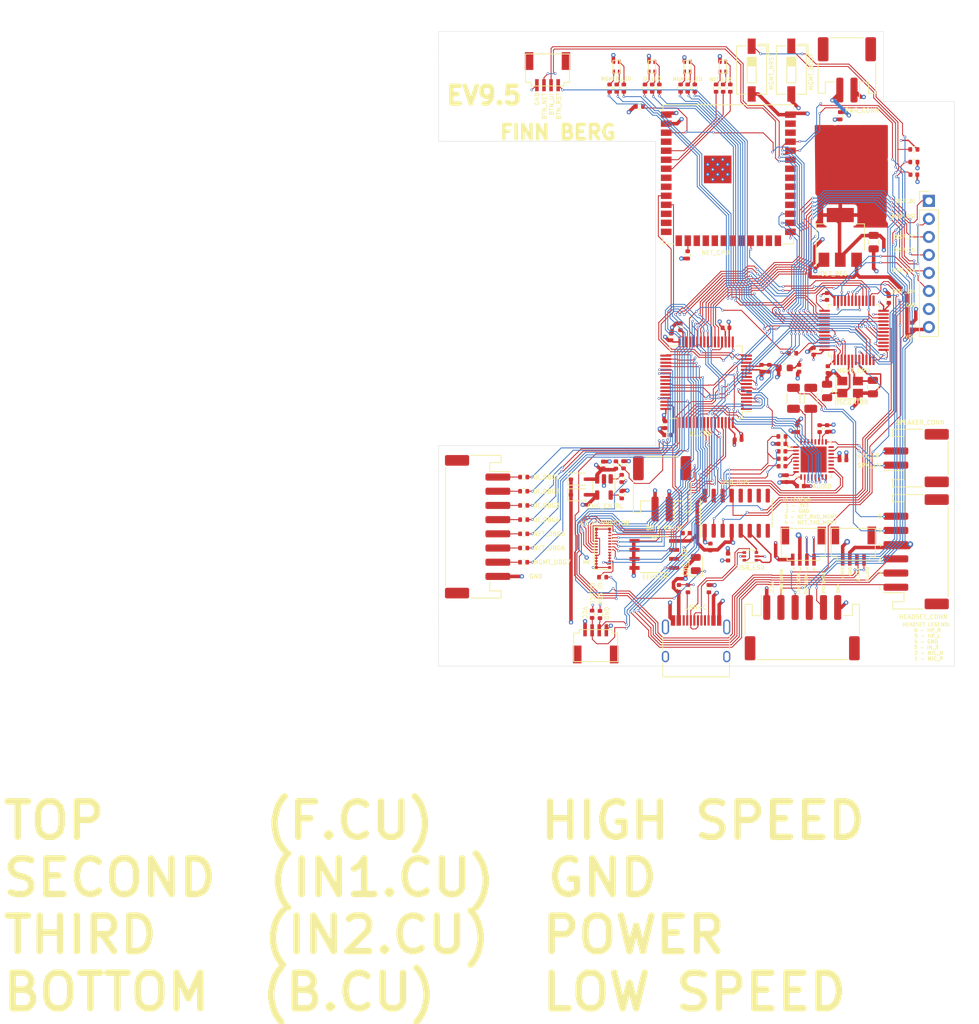
<source format=kicad_pcb>
(kicad_pcb (version 20221018) (generator pcbnew)
  (title_block (title "Hactar PCB - Finn Berg") (date "2023-10-02") (rev "EV9") (company "CISCO SYSTEMS"))
  (layers (0 "F.Cu" signal) (1 "In1.Cu" power) (2 "In2.Cu" power) (31 "B.Cu" signal) (34 "B.Paste" user) (35 "F.Paste" user) (36 "B.SilkS" user "B.Silkscreen") (37 "F.SilkS" user "F.Silkscreen") (38 "B.Mask" user) (39 "F.Mask" user) (44 "Edge.Cuts" user))
  (net 0 "")
  (net 1 "+3.3VA")
  (net 2 "+3.3V")
  (net 3 "VBUS")
  (net 4 "GND")
  (net 5 "+BATT")
  (net 6 "/RCC_OSC_IN")
  (net 7 "/VIN")
  (net 8 "/UI_SDA")
  (net 9 "Net-(U6-LINPUT3)")
  (net 10 "/UI_SCL")
  (net 11 "Net-(U6-LINPUT2)")
  (net 12 "Net-(U1-VCAP_1)")
  (net 13 "/USB_D+")
  (net 14 "/USB_D-")
  (net 15 "Net-(U1-VCAP_2)")
  (net 16 "Net-(U6-LINPUT1)")
  (net 17 "Net-(U6-MICBIAS)")
  (net 18 "Net-(U6-HP_R)")
  (net 19 "/MCLK")
  (net 20 "/RCC_OSC_OUT")
  (net 21 "/MGMT_BOOT")
  (net 22 "/MGMT_NRST")
  (net 23 "/IN_3")
  (net 24 "Net-(U6-HP_L)")
  (net 25 "/NET_RST")
  (net 26 "/UI_RST")
  (net 27 "/MIC_P")
  (net 28 "/LEDA_R")
  (net 29 "Net-(U6-AMID)")
  (net 30 "/DISP_BL")
  (net 31 "/DISP_RSTR")
  (net 32 "/LEDA_G")
  (net 34 "Net-(D10-K)")
  (net 35 "/BATTERY_MON")
  (net 36 "Net-(D3-RK)")
  (net 37 "/LEDA_B")
  (net 38 "Net-(D3-BK)")
  (net 39 "/KB_COL3")
  (net 40 "/KB_COL4")
  (net 41 "Net-(D3-GK)")
  (net 42 "Net-(D4-RK)")
  (net 43 "/DISP_DC")
  (net 44 "/DISP_CS")
  (net 45 "/DISP_SPI_SCK")
  (net 46 "/DISP_SPI_MOSI")
  (net 49 "/NET_TX0_MGMT")
  (net 50 "Net-(D4-BK)")
  (net 51 "/KB_MIC")
  (net 52 "/NET_RX0_MGMT")
  (net 53 "Net-(D4-GK)")
  (net 54 "/KB_ROW5")
  (net 55 "/KB_ROW1")
  (net 56 "/KB_ROW2")
  (net 57 "/KB_ROW3")
  (net 58 "/MIC_N")
  (net 59 "Net-(D5-RK)")
  (net 60 "/KB_ROW4")
  (net 61 "Net-(D5-BK)")
  (net 62 "/KB_ROW6")
  (net 63 "/KB_ROW7")
  (net 64 "/UD-")
  (net 65 "/UD+")
  (net 66 "/LEDB_R")
  (net 67 "/LEDB_G")
  (net 68 "Net-(D5-GK)")
  (net 69 "Net-(D11-K)")
  (net 70 "Net-(D18-RK)")
  (net 71 "Net-(D18-BK)")
  (net 72 "Net-(D18-GK)")
  (net 73 "Net-(J9-CC1)")
  (net 75 "Net-(J9-CC2)")
  (net 78 "Net-(J10-Pin_1)")
  (net 79 "Net-(J10-Pin_2)")
  (net 80 "/LEDB_B")
  (net 81 "Net-(J10-Pin_3)")
  (net 82 "Net-(J10-Pin_4)")
  (net 83 "Net-(J10-Pin_5)")
  (net 84 "Net-(J10-Pin_6)")
  (net 85 "Net-(J10-Pin_7)")
  (net 86 "/SPK_LN")
  (net 87 "/SPK_LP")
  (net 88 "/HP_R")
  (net 89 "/HP_L")
  (net 90 "/KB_COL5")
  (net 91 "/KB_COL2")
  (net 92 "Net-(J15-Pin_2)")
  (net 93 "Net-(U11-IO46)")
  (net 94 "/BTN_RST")
  (net 95 "/BTN_UI")
  (net 96 "/BTN_NET")
  (net 97 "/KB_COL1")
  (net 98 "Net-(U12-STAT)")
  (net 99 "Net-(U12-PROG)")
  (net 100 "Net-(U1-PA12)")
  (net 103 "/UI_STAT")
  (net 106 "/UI_BOOT")
  (net 107 "/NET_LED_B")
  (net 108 "/NET_LED_G")
  (net 115 "/USB_DTR")
  (net 116 "/USB_RTS")
  (net 118 "/NET_LED_R")
  (net 127 "/UI_DBG1")
  (net 129 "/UI_LED_B")
  (net 132 "/NET_STAT")
  (net 134 "/UI_LED_G")
  (net 136 "/UI_TX1_MGMT")
  (net 137 "/UI_RX1_MGMT")
  (net 138 "/NET_BOOT")
  (net 139 "/UI_LED_R")
  (net 141 "/UI_DBG2")
  (net 142 "/UI_DBG3")
  (net 143 "/UI_DBG4")
  (net 144 "/MGMT_DBG7")
  (net 145 "/NET_DBG5")
  (net 146 "/NET_DBG6")
  (net 147 "/MGMT_SWDIO")
  (net 148 "/MGMT_SWCLK")
  (net 149 "/I2S_DACLRC")
  (net 150 "/UI_SWDIO")
  (net 151 "/UI_SWDCLK")
  (net 152 "/UI_TX1_NET")
  (net 153 "/BOOT1")
  (net 155 "/UI_RX1_NET")
  (net 156 "/I2S_BCLK")
  (net 157 "/I2S_ADCDAT")
  (net 161 "/I2S_DACDAT")
  (net 162 "/USB_TX1_MGMT")
  (net 163 "/USB_RX1_MGMT")
  (net 187 "/KB_LED")
  (footprint "Resistor_SMD:R_0402_1005Metric" (layer "F.Cu") (at 126 124.8)
    (fp_text reference "R28" hide)
    (fp_text value "330" hide)
  )
  (footprint "Capacitor_SMD:C_0402_1005Metric" (layer "F.Cu") (at 145.91 111.42 -90)
    (fp_text reference "C13" hide)
    (fp_text value "100n" hide)
  )
  (footprint "ESP32-S3-WROOM-1-N8R2:New_ESP32_M24C02-RMN6TP" (layer "F.Cu") (at 144.4 129.7)
    (fp_text reference "CR1" hide)
    (fp_text value "M24C02-RDW6TP" hide)
  )
  (footprint "Resistor_SMD:R_0402_1005Metric" (layer "F.Cu") (at 180.972 74.414 180)
    (fp_text reference "R20" hide)
    (fp_text value "4k7" hide)
  )
  (footprint "Capacitor_SMD:C_0402_1005Metric" (layer "F.Cu") (at 146.28 112.87)
    (fp_text reference "C22" hide)
    (fp_text value "2u2" hide)
  )
  (footprint "Diode_SMD:D_SOD-323" (layer "F.Cu") (at 133.7 119.1)
    (fp_text reference "D2" hide)
    (fp_text value "1N5819WS" hide)
  )
  (footprint "Package_QFP:LQFP-48_7x7mm_P0.5mm" (layer "F.Cu") (at 172.5375 98.125 90)
    (fp_text reference "U5" hide)
    (fp_text value "STM32F030C8Tx" hide)
  )
  (footprint "Capacitor_SMD:C_0402_1005Metric" (layer "F.Cu") (at 148.9 126.7 180)
    (fp_text reference "C33" hide)
    (fp_text value "100n" hide)
  )
  (footprint "Capacitor_SMD:C_0402_1005Metric" (layer "F.Cu") (at 146.77 99.05 90)
    (fp_text reference "C14" hide)
    (fp_text value "100n" hide)
  )
  (footprint "Capacitor_SMD:C_0805_2012Metric" (layer "F.Cu") (at 168.7375 106.675 -90)
    (fp_text reference "C4" hide)
    (fp_text value "33P" hide)
  )
  (footprint "Capacitor_SMD:C_0402_1005Metric" (layer "F.Cu") (at 168.7375 111.975 90)
    (fp_text reference "C3" hide)
    (fp_text value "4.7u" hide)
  )
  (footprint "Resistor_SMD:R_0402_1005Metric" (layer "F.Cu") (at 149.1375 134.52 -90)
    (fp_text reference "R3" hide)
    (fp_text value "5k1" hide)
  )
  (footprint "Resistor_SMD:R_0402_1005Metric" (layer "F.Cu") (at 163.89 101.36)
    (fp_text reference "R5" hide)
    (fp_text value "4k7" hide)
  )
  (footprint "Resistor_SMD:R_0402_1005Metric" (layer "F.Cu") (at 180.972 72.636 180)
    (fp_text reference "R10" hide)
    (fp_text value "4k7" hide)
  )
  (footprint "Capacitor_SMD:C_0402_1005Metric" (layer "F.Cu") (at 137.2 117.1 90)
    (fp_text reference "C19" hide)
    (fp_text value "4u7" hide)
  )
  (footprint "Resistor_SMD:R_0402_1005Metric" (layer "F.Cu") (at 138.98 117.1 -90)
    (fp_text reference "R38" hide)
    (fp_text value "10k" hide)
  )
  (footprint "Connector_JST:JST_PH_S6B-PH-SM4-TB_1x06-1MP_P2.00mm_Horizontal" (layer "F.Cu") (at 181.2875 129.325 90)
    (fp_text reference "J8" hide)
    (fp_text value "Conn_01x06_Female" hide)
  )
  (footprint "BM14B(0.B)-24DS-0:BM14B(0.B)-24DS-0.4V(53)" (layer "F.Cu") (at 138.1075 131.035 90)
    (fp_text reference "U13" hide)
    (fp_text value "BM14B(0.8)-24DS-0.4V(53)" hide)
  )
  (footprint "Package_QFP:LQFP-64_10x10mm_P0.5mm" (layer "F.Cu") (at 151.695 105.44 180)
    (fp_text reference "U1" hide)
    (fp_text value "STM32F405RGTx" hide)
  )
  (footprint "Capacitor_SMD:C_0402_1005Metric" (layer "F.Cu") (at 163.0375 119.025 90)
    (fp_text reference "C16" hide)
    (fp_text value "100n" hide)
  )
  (footprint "1x4 pin download:1x4pin 1mm connector" (layer "F.Cu") (at 131.95 60.19 180)
    (fp_text reference "J13" hide)
    (fp_text value "Conn_01x04_Female" hide)
  )
  (footprint "Inductor_SMD:L_0603_1608Metric" (layer "F.Cu") (at 162.7 103.425)
    (fp_text reference "120R1" hide)
    (fp_text value "FerriteBead" hide)
  )
  (footprint "Resistor_SMD:R_0402_1005Metric" (layer "F.Cu") (at 154.1 64 90)
    (fp_text reference "R17" hide)
    (fp_text value "150" hide)
  )
  (footprint "Resistor_SMD:R_0402_1005Metric" (layer "F.Cu") (at 140.1 64 -90)
    (fp_text reference "R13" hide)
    (fp_text value "180" hide)
  )
  (footprint "Capacitor_SMD:C_0402_1005Metric" (layer "F.Cu") (at 180.75 97.53 90)
    (fp_text reference "C20" hide)
    (fp_text value "100n" hide)
  )
  (footprint "Resistor_SMD:R_0402_1005Metric" (layer "F.Cu") (at 126 126.8)
    (fp_text reference "R30" hide)
    (fp_text value "330" hide)
  )
  (footprint "Resistor_SMD:R_0402_1005Metric" (layer "F.Cu") (at 142.3 66.6 180)
    (fp_text reference "R4" hide)
    (fp_text value "15k" hide)
  )
  (footprint "MountingHole:MountingHole_2.1mm" (layer "F.Cu") (at 176.9375 140.345)
    (fp_text reference "REF**" hide)
    (fp_text value "MountingHole_2.1mm" hide)
  )
  (footprint "Resistor_SMD:R_0402_1005Metric" (layer "F.Cu") (at 140.06 117.07 -90)
    (fp_text reference "R39" hide)
    (fp_text value "6.8k" hide)
  )
  (footprint "Capacitor_SMD:C_0402_1005Metric" (layer "F.Cu") (at 154.7875 130.075 90)
    (fp_text reference "C5" hide)
    (fp_text value "10U" hide)
  )
  (footprint "Connector_PinHeader_2.54mm:PinHeader_1x08_P2.54mm_Vertical" (layer "F.Cu") (at 183.0875 79.885)
    (fp_text reference "J4" hide)
    (fp_text value "Conn_01x08_Male" hide)
  )
  (footprint "Capacitor_SMD:C_0402_1005Metric" (layer "F.Cu") (at 159.5 103.475 -90)
    (fp_text reference "C8" hide)
    (fp_text value "10n" hide)
  )
  (footprint "Resistor_SMD:R_0402_1005Metric" (layer "F.Cu") (at 148.1 64 -90)
    (fp_text reference "R12" hide)
    (fp_text value "150" hide)
  )
  (footprint "Resistor_SMD:R_0402_1005Metric" (layer "F.Cu") (at 149.1 64 -90)
    (fp_text reference "R11" hide)
    (fp_text value "150" hide)
  )
  (footprint "Capacitor_SMD:C_0402_1005Metric" (layer "F.Cu") (at 148.08 97.62 -90)
    (fp_text reference "C21" hide)
    (fp_text value "2u2" hide)
  )
  (footprint "Button_Switch_SMD:SW_DIP_SPSTx01_Slide_6.7x4.1mm_W6.73mm_P2.54mm_LowProfile_JPin" (layer "F.Cu") (at 158.112 61.46 -90)
    (fp_text reference "SW5" hide)
    (fp_text value "SW_Push" hide)
  )
  (footprint "Resistor_SMD:R_0402_1005Metric" (layer "F.Cu") (at 150.1 64 -90)
    (fp_text reference "R6" hide)
    (fp_text value "180" hide)
  )
  (footprint "Resistor_SMD:R_0402_1005Metric" (layer "F.Cu") (at 155.1 64 90)
    (fp_text reference "R16" hide)
    (fp_text value "180" hide)
  )
  (footprint "Connector_JST:JST_PH_S2B-PH-SM4-TB_1x02-1MP_P2.00mm_Horizontal" (layer "F.Cu") (at 181.2875 116.125 90)
    (fp_text reference "J2" hide)
    (fp_text value "Conn_01x02_Female" hide)
  )
  (footprint "MountingHole:MountingHole_2.1mm" (layer "F.Cu") (at 183.0875 107.925)
    (fp_text reference "REF**" hide)
    (fp_text value "MountingHole_2.1mm" hide)
  )
  (footprint "Capacitor_SMD:C_0805_2012Metric" (layer "F.Cu") (at 175.3 85.7 -90)
    (fp_text reference "C2" hide)
    (fp_text value "22u" hide)
  )
  (footprint "Capacitor_SMD:C_1206_3216Metric" (layer "F.Cu") (at 166.4375 107.705 90)
    (fp_text reference "C29" hide)
    (fp_text value "100U" hide)
  )
  (footprint "Capacitor_SMD:C_0402_1005Metric" (layer "F.Cu") (at 162.3875 117.275)
    (fp_text reference "C27" hide)
    (fp_text value "1u" hide)
  )
  (footprint "Capacitor_SMD:C_0402_1005Metric" (layer "F.Cu") (at 164.8 103.475 -90)
    (fp_text reference "C10" hide)
    (fp_text value "1u" hide)
  )
  (footprint "Resistor_SMD:R_0402_1005Metric" (layer "F.Cu") (at 144.1 64 90)
    (fp_text reference "R24" hide)
    (fp_text value "150" hide)
  )
  (footprint "Capacitor_SMD:C_0402_1005Metric" (layer "F.Cu") (at 180.972 76.192 180)
    (fp_text reference "C35" hide)
    (fp_text value "100n" hide)
  )
  (footprint "Capacitor_SMD:C_0402_1005Metric" (layer "F.Cu") (at 156.21 113.53 180)
    (fp_text reference "C12" hide)
    (fp_text value "100n" hide)
  )
  (footprint "1x4 pin download:1x4pin 1mm connector" (layer "F.Cu") (at 175.04 127.03 180)
    (fp_text reference "J12" hide)
    (fp_text value "Conn_01x04_Female" hide)
  )
  (footprint "Resistor_SMD:R_0402_1005Metric" (layer "F.Cu") (at 139.8 121.3 -90)
    (fp_text reference "R37" hide)
    (fp_text value "2k" hide)
  )
  (footprint "Resistor_SMD:R_0402_1005Metric" (layer "F.Cu") (at 153.0995 64 90)
    (fp_text reference "R18" hide)
    (fp_text value "150" hide)
  )
  (footprint "Resistor_SMD:R_0402_1005Metric" (layer "F.Cu") (at 152.0875 134.525 -90)
    (fp_text reference "R2" hide)
    (fp_text value "5k1" hide)
  )
  (footprint "Capacitor_SMD:C_0402_1005Metric" (layer "F.Cu") (at 177.4375 93.775 90)
    (fp_text reference "C25" hide)
    (fp_text value "100n" hide)
  )
  (footprint "Capacitor_SMD:C_0402_1005Metric" (layer "F.Cu") (at 147.87 134.49 90)
    (fp_text reference "C1" hide)
    (fp_text value "4u7" hide)
  )
  (footprint "Resistor_SMD:R_0402_1005Metric" (layer "F.Cu") (at 149.1 87.5 90)
    (fp_text reference "R32" hide)
    (fp_text value "4k7" hide)
  )
  (footprint "Diode_SMD:D_SOD-323" (layer "F.Cu") (at 133.7 121.3)
    (fp_text reference "D10" hide)
    (fp_text value "1N5819WS" hide)
  )
  (footprint "Resistor_SMD:R_0402_1005Metric" (layer "F.Cu") (at 135.6275 138.135 -90)
    (fp_text reference "R8" hide)
    (fp_text value "1k5" hide)
  )
  (footprint "LED_SMD:LED_0805_2012Metric" (layer "F.Cu") (at 150.238 131.056 90)
    (fp_text reference "D11" hide)
    (fp_text value "LED" hide)
  )
  (footprint "Connector_JST:JST_PH_S2B-PH-SM4-TB_1x02-1MP_P2.00mm_Horizontal" (layer "F.Cu") (at 171.5375 61.425 180)
    (fp_text reference "J15" hide)
    (fp_text value "Conn_01x02_Female" hide)
  )
  (footprint "Capacitor_SMD:C_0402_1005Metric" (layer "F.Cu") (at 164.9875 120.075)
    (fp_text reference "C15" hide)
    (fp_text value "100n" hide)
  )
  (footprint "Resistor_SMD:R_0402_1005Metric" (layer "F.Cu") (at 138.1 64 -90)
    (fp_text reference "R15" hide)
    (fp_text value "150" hide)
  )
  (footprint "ESP32-S3-WROOM-1-N8R2:QFN50P500X500X90-33N" (layer "F.Cu") (at 166.84 116.325)
    (fp_text reference "U6" hide)
    (fp_text value "WM8960CGEFL/RV" hide)
  )
  (footprint "Capacitor_SMD:C_0805_2012Metric" (layer "F.Cu") (at 175.1875 106.125 90)
    (fp_text reference "C23" hide)
    (fp_text value "33P" hide)
  )
  (footprint "Resistor_SMD:R_0402_1005Metric" (layer "F.Cu") (at 162.3875 113.075 180)
    (fp_text reference "R9" hide)
    (fp_text value "2K2" hide)
  )
  (footprint "Resistor_SMD:R_0402_1005Metric" (layer "F.Cu") (at 139.1 64 -90)
    (fp_text reference "R14" hide)
    (fp_text value "150" hide)
  )
  (footprint "Capacitor_SMD:C_1206_3216Metric" (layer "F.Cu") (at 164.0075 107.705 90)
    (fp_text reference "C30" hide)
    (fp_text value "100U" hide)
  )
  (footprint "Resistor_SMD:R_0402_1005Metric" (layer "F.Cu") (at 126 118.8)
    (fp_text reference "R22" hide)
    (fp_text value "330" hide)
  )
  (footprint "Button_Switch_SMD:SW_DIP_SPSTx01_Slide_6.7x4.1mm_W6.73mm_P2.54mm_LowProfile_JPin" (layer "F.Cu") (at 163.7 61.46 -90)
    (fp_text reference "SW4" hide)
    (fp_text value "SW_Push" hide)
  )
  (footprint "1x6 pin download:LED RGB" (layer "F.Cu") (at 154.4625 61.695 90)
    (fp_text reference "D4" hide)
    (fp_text value "ASMB-MTB1-0A3A2" hide)
  )
  (footprint "MountingHole:MountingHole_2.1mm" (layer "F.Cu") (at 117.5875 69.625)
    (fp_text reference "REF**" hide)
    (fp_text value "MountingHole_2.1mm" hide)
  )
  (footprint "Resistor_SMD:R_0402_1005Metric" (layer "F.Cu") (at 139.8 119 -90)
    (fp_text reference "R36" hide)
    (fp_text value "1k" hide)
  )
  (footprint "Package_SO:SOIC-16_3.9x9.9mm_P1.27mm" (layer "F.Cu") (at 155.9375 123.895 90)
    (fp_text reference "U3" hide)
    (fp_text value "CH340C" hide)
  )
  (footprint "Resistor_SMD:R_0402_1005Metric" (layer "F.Cu") (at 145.1 64 90)
    (fp_text reference "R23" hide)
    (fp_text value "180" hide)
  )
  (footprint "Capacitor_SMD:C_0402_1005Metric" (layer "F.Cu") (at 168.73 93.36 -90)
    (fp_text reference "C34" hide)
    (fp_text value "100n" hide)
  )
  (footprint "1x4 pin download:1x4pin 1mm connector" (layer "F.Cu") (at 133.5375 143.795)
    (fp_text reference "J7" hide)
    (fp_text value "Conn_01x04_Female" hide)
  )
  (footprint "Resistor_SMD:R_0402_1005Metric" (layer "F.Cu") (at 137.1175 132.905 180)
    (fp_text reference "R41" hide)
    (fp_text value "0" hide)
  )
  (footprint "Resistor_SMD:R_0402_1005Metric" (layer "F.Cu") (at 126 122.8)
    (fp_text reference "R27" hide)
    (fp_text value "330" hide)
  )
  (footprint "Capacitor_SMD:C_0402_1005Metric" (layer "F.Cu") (at 162.3875 116.225)
    (fp_text reference "C18" hide)
    (fp_text value "1u" hide)
  )
  (footprint "Capacitor_SMD:C_0402_1005Metric" (layer "F.Cu") (at 170.9775 116.405)
    (fp_text reference "C6" hide)
    (fp_text value "4.7u" hide)
  )
  (footprint "Package_TO_SOT_SMD:SOT-223-3_TabPin2" (layer "F.Cu") (at 170.6 85.035 90)
    (fp_text reference "U2" hide)
    (fp_text value "AMS1117-3.3" hide)
  )
  (footprint "1x6 pin download:LED RGB" (layer "F.Cu") (at 139.4625 61.695 90)
    (fp_text reference "D3" hide)
    (fp_text value "ASMB-MTB1-0A3A2" hide)
  )
  (footprint "RF_Module:ESP32-S3-WROOM-1U" (layer "F.Cu") (at 154.825 76.15)
    (fp_text reference "U11" hide)
    (fp_text value "ESP32-S3-WROOM-1-N8R2" hide)
  )
  (footprint "Capacitor_SMD:C_0402_1005Metric" (layer "F.Cu") (at 162.3875 115.175)
    (fp_text reference "C17" hide)
    (fp_text value "1u" hide)
  )
  (footprint "Capacitor_SMD:C_0402_1005Metric" (layer "F.Cu") (at 164.5375 111.975 -90)
    (fp_text reference "C7" hide)
    (fp_text value "100n" hide)
  )
  (footprint "Connector_JST:JST_PH_S6B-PH-SM4-TB_1x06-1MP_P2.00mm_Horizontal" (layer "F.Cu") (at 165.2375 140.025)
    (fp_text reference "J11" hide)
    (fp_text value "Conn_01x06_Female" hide)
  )
  (footprint "Capacitor_SMD:C_0402_1005Metric" (layer "F.Cu") (at 152.2975 128.655 90)
    (fp_text reference "C32" hide)
    (fp_text value "100n" hide)
  )
  (footprint "Connector_JST:JST_PH_S8B-PH-SM4-TB_1x08-1MP_P2.00mm_Horizontal" (layer "F.Cu") (at 119.5 125.8 -90)
    (fp_text reference "J10" hide)
    (fp_text value "Conn_01x08_Female" hide)
  )
  (footprint "Capacitor_SMD:C_0402_1005Metric" (layer "F.Cu") (at 167.6875 111.975 -90)
    (fp_text reference "C31" hide)
    (fp_text value "4.7u" hide)
  )
  (footprint "1x4 pin download:1x4pin 1mm connector" (layer "F.Cu") (at 168 127.04 180)
    (fp_text reference "J6" hide)
    (fp_text value "Conn_01x04_Female" hide)
  )
  (footprint "MountingHole:MountingHole_2.1mm" (layer "F.Cu") (at 183.12 69.625)
    (fp_text reference "REF**" hide)
    (fp_text value "MountingHole_2.1mm" hide)
  )
  (footprint "Capacitor_SMD:C_0402_1005Metric" (layer "F.Cu") (at 160.6 103.475 -90)
    (fp_text reference "C9" hide)
    (fp_text value "1u" hide)
  )
  (footprint "Capacitor_SMD:C_0402_1005Metric" (layer "F.Cu") (at 168.8475 103.665 -90)
    (fp_text reference "C24" hide)
    (fp_text value "100n" hide)
  )
  (footprint "Connector_JST:JST_PH_S2B-PH-SM4-TB_1x02-1MP_P2.00mm_Horizontal" (layer "F.Cu") (at 145.5 120.45 180)
    (fp_text reference "J1" hide)
    (fp_text value "Conn_01x02_Female" hide)
  )
  (footprint "MountingHole:MountingHole_2.1mm" (layer "F.Cu") (at 123.6375 140.345)
    (fp_text reference "REF**" hide)
    (fp_text value "MountingHole_2.1mm" hide)
  )
  (footprint "Connector_USB:USB_C_Receptacle_HRO_TYPE-C-31-M-12" (layer "F.Cu") (at 150.2875 143.046)
    (fp_text reference "J9" hide)
    (fp_text value "USB_C_Receptacle" hide)
  )
  (footprint "1x6 pin download:LED RGB" (layer "F.Cu") (at 144.4625 61.695 90)
    (fp_text reference "D5" hide)
    (fp_text value "ASMB-MTB1-0A3A2" hide)
  )
  (footprint "Resistor_SMD:R_0402_1005Metric" (layer "F.Cu") (at 125.9875 130.8)
    (fp_text reference "R29" hide)
    (fp_text value "330" hide)
  )
  (footprint "Resistor_SMD:R_0402_1005Metric" (layer "F.Cu") (at 126 120.8)
    (fp_text reference "R26" hide)
    (fp_text value "330" hide)
  )
  (footprint "Capacitor_SMD:C_0402_1005Metric" (layer "F.Cu") (at 154.5 97.775)
    (fp_text reference "C11" hide)
    (fp_text value "100n" hide)
  )
  (footprint "1x6 pin download:LED RGB" (layer "F.Cu") (at 149.4625 61.695 90)
    (fp_text reference "D18" hide)
    (fp_text value "ASMB-MTB1-0A3A2" hide)
  )
  (footprint "Package_TO_SOT_SMD:SOT-666" (layer "F.Cu") (at 157.9375 129.975)
    (fp_text reference "U4" hide)
    (fp_text value "USBLC6-2P6" hide)
  )
  (footprint "Resistor_SMD:R_0402_1005Metric" (layer "F.Cu") (at 170.5975 67.895 -90)
    (fp_text reference "R40" hide)
    (fp_text value "1" hide)
  )
  (footprint "Resistor_SMD:R_0402_1005Metric" (layer "F.Cu") (at 126 128.8)
    (fp_text reference "R31" hide)
    (fp_text value "330" hide)
  )
  (footprint "Package_TO_SOT_SMD:SOT-23-5" (layer "F.Cu") (at 137.3 120.2 -90)
    (fp_text reference "U12" hide)
    (fp_text value "MCP73832-2-OT" hide)
  )
  (footprint "Capacitor_SMD:C_0402_1005Metric" (layer "F.Cu") (at 162.3875 114.125 180)
    (fp_text reference "C28" hide)
    (fp_text value "4.7u" hide)
  )
  (footprint "Resistor_SMD:R_0402_1005Metric" (layer "F.Cu") (at 136.7375 138.175 -90)
    (fp_text reference "R7" hide)
    (fp_text value "1k5" hide)
  )
  (footprint "Capacitor_SMD:C_0402_1005Metric" (layer "F.Cu") (at 166.84 101.07 90)
    (fp_text reference "C26" hide)
    (fp_text value "100n" hide)
  )
  (footprint "Resistor_SMD:R_0402_1005Metric" (layer "F.Cu") (at 143.084 64 90)
    (fp_text reference "R25" hide)
    (fp_text value "150" hide)
  )
  (footprint "Crystal:Crystal_SMD_3225-4Pin_3.2x2.5mm" (layer "F.Cu") (at 171.9875 106.125)
    (fp_text reference "Y1" hide)
    (fp_text value "Crystal_GND24" hide)
  )
  (gr_poly (pts (xy 144.6 114.4) (xy 144.6 71.5) (xy 114 71.5) (xy 113.9875 56.025) (xy 176.6875 56.025) (xy 176.6875 65.885) (xy 186.6875 65.885) (xy 186.6875 145.435) (xy 113.9875 145.435) (xy 114 114.4)) (stroke (width 0.05)) (fill none) (layer "Edge.Cuts"))
  (gr_text "MIC" (at 134.88 130.81) (layer "F.SilkS") (effects (font (size 0.4 0.4) (thickness 0.1))))
  (gr_text "5" (at 176.19 126.35) (layer "F.SilkS") (effects (font (size 0.5 0.5) (thickness 0.1))))
  (gr_text "MGMTA_LED" (at 149.07 62.74) (layer "F.SilkS") (effects (font (size 0.5 0.5) (thickness 0.1))))
  (gr_text "BTN_RST" (at 130.934 66.54 90) (layer "F.SilkS") (effects (font (size 0.6 0.6) (thickness 0.1))))
  (gr_text "FINN BERG" (at 122.4 71.4) (layer "F.SilkS") (effects (font (size 2 2) (thickness 0.5) bold) (justify left bottom)))
  (gr_text "+3V3" (at 170.93 132.326 90) (layer "F.SilkS") (effects (font (size 0.4 0.4) (thickness 0.1))))
  (gr_text "HEADSET_CONN" (at 182.3 138.5) (layer "F.SilkS") (effects (font (size 0.6 0.6) (thickness 0.1))))
  (gr_text "UI_DIO" (at 174.38 132.42 90) (layer "F.SilkS") (effects (font (size 0.4 0.4) (thickness 0.1))))
  (gr_text "3" (at 176.17 130.43) (layer "F.SilkS") (effects (font (size 0.5 0.5) (thickness 0.1))))
  (gr_text "UI_LED" (at 144.09 62.66) (layer "F.SilkS") (effects (font (size 0.5 0.5) (thickness 0.1))))
  (gr_text "DISP_DC" (at 179.67 84.96) (layer "F.SilkS") (effects (font (size 0.5 0.5) (thickness 0.1))))
  (gr_text "OSCILATOR" (at 172.16 108.28) (layer "F.SilkS") (effects (font (size 0.6 0.6) (thickness 0.1))))
  (gr_text "2" (at 164.92 131.85) (layer "F.SilkS") (effects (font (size 0.5 0.5) (thickness 0.1))))
  (gr_text "VCC" (at 180.47 99.04) (layer "F.SilkS") (effects (font (size 0.5 0.5) (thickness 0.1))))
  (gr_text "NET_LED" (at 153.72 62.79) (layer "F.SilkS") (effects (font (size 0.5 0.5) (thickness 0.1))))
  (gr_text "UI_DBG1\n\n" (at 129.2 119.3) (layer "F.SilkS") (effects (font (size 0.6 0.6) (thickness 0.1))))
  (gr_text "USB_BUS" (at 155.76 119.6) (layer "F.SilkS") (effects (font (size 0.6 0.6) (thickness 0.1))))
  (gr_text "1\n" (at 164.06 131.82) (layer "F.SilkS") (effects (font (size 0.5 0.5) (thickness 0.1))))
  (gr_text "GND" (at 171.99 132.072 90) (layer "F.SilkS") (effects (font (size 0.4 0.4) (thickness 0.1))))
  (gr_text "UI_CLK" (at 173.1 132.55 90) (layer "F.SilkS") (effects (font (size 0.4 0.4) (thickness 0.1))))
  (gr_text "GND" (at 180.6 94.58) (layer "F.SilkS") (effects (font (size 0.5 0.5) (thickness 0.1))))
  (gr_text "VCC" (at 134.59 137.92 270) (layer "F.SilkS") (effects (font (size 0.6 0.6) (thickness 0.1))))
  (gr_text "KB_CONNECTOR" (at 137.44 125.3) (layer "F.SilkS") (effects (font (size 0.6 0.6) (thickness 0.1))))
  (gr_text "UI_DBG4\n\n" (at 129.2 125.3) (layer "F.SilkS") (effects (font (size 0.6 0.6) (thickness 0.1))))
  (gr_text "NET_DBG5" (at 129.6 126.8) (layer "F.SilkS") (effects (font (size 0.6 0.6) (thickness 0.1))))
  (gr_text "DISP_DIN" (at 179.6 92.64) (layer "F.SilkS") (effects (font (size 0.5 0.5) (thickness 0.1))))
  (gr_text "HEADSET LEGEND:\n 6 - HP_R\n 5 - HP_L\n4 - GND\n3 - IN_3\n  2 - MIC_N\n  1 - MIC_P" (at 182.69 141.99) (layer "F.SilkS") (effects (font (size 0.5 0.5) (thickness 0.1))))
  (gr_text "MGMT_BOOT" (at 166.494 61.714 90) (layer "F.SilkS") (effects (font (size 0.6 0.6) (thickness 0.1))))
  (gr_text "CHG_CNTRL" (at 137.5 122.9) (layer "F.SilkS") (effects (font (size 0.6 0.6) (thickness 0.1))))
  (gr_text "MGMT_DIO" (at 165.76 133.87 270) (layer "F.SilkS") (effects (font (size 0.4 0.4) (thickness 0.1))))
  (gr_text "UI_DBG3\n" (at 129.2 122.8) (layer "F.SilkS") (effects (font (size 0.6 0.6) (thickness 0.1))))
  (gr_text "MGMT_CPU" (at 172.45 103.81) (layer "F.SilkS") (effects (font (size 0.6 0.6) (thickness 0.1))))
  (gr_text "DISP_CS" (at 179.61 86.81) (layer "F.SilkS") (effects (font (size 0.5 0.5) (thickness 0.1))))
  (gr_text "VOLT_REG" (at 169.44 90.16) (layer "F.SilkS") (effects (font (size 0.6 0.6) (thickness 0.1))))
  (gr_text "6" (at 176.18 124.32) (layer "F.SilkS") (effects (font (size 0.5 0.5) (thickness 0.1))))
  (gr_text "USB-C" (at 150.238 137.152) (layer "F.SilkS") (effects (font (size 0.6 0.6) (thickness 0.1))))
  (gr_text "USB_ESD" (at 157.97 131.56) (layer "F.SilkS") (effects (font (size 0.6 0.6) (thickness 0.1))))
  (gr_text "SPK_LN" (at 174.68 117.18) (layer "F.SilkS") (effects (font (size 0.6 0.6) (thickness 0.1))))
  (gr_text "DISP_BL" (at 179.75 79.92) (layer "F.SilkS") (effects (font (size 0.5 0.5) (thickness 0.1))))
  (gr_text "NET_DBG6" (at 129.6 128.8) (layer "F.SilkS") (effects (font (size 0.6 0.6) (thickness 0.1))))
  (gr_text "EV9.5" (at 114.8 66.5) (layer "F.SilkS") (effects (font (size 2.5 2.5) (thickness 0.625) bold) (justify left bottom)))
  (gr_text "TOP      (F.CU)    HIGH SPEED\nSECOND  (IN1.CU)  GND\nTHIRD    (IN2.CU)  POWER\nBOTTOM  (B.CU)    LOW SPEED" (at 52.2 179.3) (layer "F.SilkS") (effects (font (size 5 5) (thickness 0.9)) (justify left)))
  (gr_text "GND" (at 170.27 134.56 270) (layer "F.SilkS") (effects (font (size 0.4 0.4) (thickness 0.1))))
  (gr_text "VCC" (at 160.89 134.41 270) (layer "F.SilkS") (effects (font (size 0.6 0.6) (thickness 0.1))))
  (gr_text "PWR_CONN" (at 173.68 67.14) (layer "F.SilkS") (effects (font (size 0.6 0.6) (thickness 0.1))))
  (gr_text "UI_SCL" (at 135.71 135.2 270) (layer "F.SilkS") (effects (font (size 0.6 0.6) (thickness 0.1))))
  (gr_text "BTN_UI" (at 129.918 66.286 90) (layer "F.SilkS") (effects (font (size 0.6 0.6) (thickness 0.1))))
  (gr_text "J6 LEGEND:\n1 - 3V3\n2 - GND\n	     3 - NET_RX0_MGMT\n	     4 - NET_TXO_MGMT" (at 164.52 123.6) (layer "F.SilkS") (effects (font (size 0.5 0.5) (thickness 0.1))))
  (gr_text "UI_SDA" (at 136.75 135.21 270) (layer "F.SilkS") (effects (font (size 0.6 0.6) (thickness 0.1))))
  (gr_text "BATT CONN" (at 145.7 126) (layer "F.SilkS") (effects (font (size 0.6 0.6) (thickness 0.1))))
  (gr_text "NET_CPU" (at 153.02 87.19) (layer "F.SilkS") (effects (font (size 0.6 0.6) (thickness 0.1))))
  (gr_text "BTN_NET" (at 128.902 66.54 90) (layer "F.SilkS") (effects (font (size 0.6 0.6) (thickness 0.1))))
  (gr_text "EEPROM" (at 144.5 132.9) (layer "F.SilkS") (effects (font (size 0.6 0.6) (thickness 0.1))))
  (gr_text "UI_CPU" (at 150.92 112.67) (layer "F.SilkS") (effects (font (size 0.6 0.6) (thickness 0.1))))
  (gr_text "UI_DBG2\n\n" (at 129.2 121.3) (layer "F.SilkS") (effects (font (size 0.6 0.6) (thickness 0.1))))
  (gr_text "AUDIO" (at 168.04 120.13) (layer "F.SilkS") (effects (font (size 0.6 0.6) (thickness 0.1))))
  (gr_text "MGMT_DBG7" (at 130 130.8) (layer "F.SilkS") (effects (font (size 0.6 0.6) (thickness 0.1))))
  (gr_text "DISP_CLK" (at 179.53 89.67) (layer "F.SilkS") (effects (font (size 0.5 0.5) (thickness 0.1))))
  (gr_text "MGMT_BOOT" (at 162.27 133.51 270) (layer "F.SilkS") (effects (font (size 0.4 0.4) (thickness 0.1))))
  (gr_text "CHG_LED" (at 148.714 130.802 90) (layer "F.SilkS") (effects (font (size 0.6 0.6) (thickness 0.1))))
  (gr_text "4" (at 166.9 131.83) (layer "F.SilkS") (effects (font (size 0.5 0.5) (thickness 0.1))))
  (gr_text "2" (at 176.2 132.39) (layer "F.SilkS") (effects (font (size 0.5 0.5) (thickness 0.1))))
  (gr_text "MGMT_CLK" (at 168.22 133.73 270) (layer "F.SilkS") (effects (font (size 0.4 0.4) (thickness 0.1))))
  (gr_text "DISP_RST" (at 179.57 82.06) (layer "F.SilkS") (effects (font (size 0.5 0.5) (thickness 0.1))))
  (gr_text "SPK_LP" (at 174.5 115.86) (layer "F.SilkS") (effects (font (size 0.6 0.6) (thickness 0.1))))
  (gr_text "3" (at 165.9 131.83) (layer "F.SilkS") (effects (font (size 0.5 0.5) (thickness 0.1))))
  (gr_text "4" (at 176.19 128.37) (layer "F.SilkS") (effects (font (size 0.5 0.5) (thickness 0.1))))
  (gr_text "MGMT_NRST" (at 160.906 61.714 90) (layer "F.SilkS") (effects (font (size 0.6 0.6) (thickness 0.1))))
  (gr_text "MGMT_RST" (at 164.69 133.83 270) (layer "F.SilkS") (effects (font (size 0.4 0.4) (thickness 0.1))))
  (gr_text "SPEAKER_CONN" (at 181.82 111.11) (layer "F.SilkS") (effects (font (size 0.6 0.6) (thickness 0.1))))
  (gr_text "MGMTB_LED" (at 139.01 62.7) (layer "F.SilkS") (effects (font (size 0.5 0.5) (thickness 0.1))))
  (gr_text "GND\n" (at 127.7 132.8) (layer "F.SilkS") (effects (font (size 0.6 0.6) (thickness 0.1))))
  (gr_text "GND" (at 127.886 65.524 90) (layer "F.SilkS") (effects (font (size 0.6 0.6) (thickness 0.1))))
  (gr_text "GND" (at 137.69 138.01 270) (layer "F.SilkS") (effects (font (size 0.6 0.6) (thickness 0.1))))
  (gr_text "1" (at 176.19 134.43) (layer "F.SilkS") (effects (font (size 0.5 0.5) (thickness 0.1))))
  (segment (start 168.7375 112.405) (end 168.09 113.0525) (width 0.127) (layer "F.Cu") (net 1))
  (segment (start 161.4825 102.995) (end 161.9125 103.425) (width 0.2) (layer "F.Cu") (net 1))
  (segment (start 169.6075 112.405) (end 169.6375 112.375) (width 0.5) (layer "F.Cu") (net 1))
  (segment (start 169.315 116.075) (end 170.4575 116.075) (width 0.127) (layer "F.Cu") (net 1))
  (segment (start 170.4575 116.075) (end 170.5075 116.125) (width 0.127) (layer "F.Cu") (net 1))
  (segment (start 159.305 103.19) (end 159.5 102.995) (width 0.2) (layer "F.Cu") (net 1))
  (segment (start 161.9125 104.5015) (end 161.9125 103.425) (width 0.5) (layer "F.Cu") (net 1))
  (segment (start 168.09 113.0525) (end 168.09 113.85) (width 0.127) (layer "F.Cu") (net 1))
  (segment (start 165.09 113.85) (end 165.09 113.0075) (width 0.127) (layer "F.Cu") (net 1))
  (segment (start 165.09 113.0075) (end 164.5375 112.455) (width 0.127) (layer "F.Cu") (net 1))
  (segment (start 168.7375 112.405) (end 169.6075 112.405) (width 0.5) (layer "F.Cu") (net 1))
  (segment (start 157.37 103.19) (end 159.305 103.19) (width 0.2) (layer "F.Cu") (net 1))
  (segment (start 170.4975 116.405) (end 170.5075 116.395) (width 0.5) (layer "F.Cu") (net 1))
  (segment (start 159.5 102.995) (end 161.4825 102.995) (width 0.2) (layer "F.Cu") (net 1))
  (segment (start 170.4875 115.435) (end 170.4875 116.395) (width 0.5) (layer "F.Cu") (net 1))
  (segment (start 170.5075 116.395) (end 170.5075 116.125) (width 0.5) (layer "F.Cu") (net 1))
  (segment (start 163.8175 112.455) (end 164.5375 112.455) (width 0.5) (layer "F.Cu") (net 1))
  (segment (start 170.4875 116.395) (end 170.4975 116.405) (width 0.5) (layer "F.Cu") (net 1))
  (segment (start 161.6885 104.7255) (end 161.9125 104.5015) (width 0.5) (layer "F.Cu") (net 1))
  (via (at 169.6375 112.375) (size 0.6) (drill 0.3) (layers "F.Cu" "B.Cu") (net 1))
  (via (at 163.6075 112.245) (size 0.6) (drill 0.3) (layers "F.Cu" "B.Cu") (net 1))
  (via (at 170.4875 115.435) (size 0.6) (drill 0.3) (layers "F.Cu" "B.Cu") (net 1))
  (via (at 161.6885 104.7255) (size 0.6) (drill 0.3) (layers "F.Cu" "B.Cu") (net 1))
  (segment (start 168.64 92.97) (end 168.73 92.88) (width 0.2) (layer "F.Cu") (net 2))
  (segment (start 146.4 99.53) (end 145.92 99.05) (width 0.5) (layer "F.Cu") (net 2))
  (segment (start 163.895 118.545) (end 164.365 118.075) (width 0.127) (layer "F.Cu") (net 2))
  (segment (start 153.6 96.9) (end 153.6 97.355) (width 0.2) (layer "F.Cu") (net 2))
  (segment (start 163.7 65.7905) (end 164.716 66.8065) (width 0.5) (layer "F.Cu") (net 2))
  (segment (start 161.7 130.19) (end 161.495 129.985) (width 0.5) (layer "F.Cu") (net 2))
  (segment (start 155.4925 128.05) (end 155.417 127.9745) (width 0.5) (layer "F.Cu") (net 2))
  (segment (start 150.4375 128.065) (end 150.4375 126.9) (width 0.5) (layer "F.Cu") (net 2))
  (segment (start 168.375 100.875) (end 169.8375 100.875) (width 0.2) (layer "F.Cu") (net 2))
  (segment (start 170.5 87.3475) (end 170.25 87.5975) (width 0.5) (layer "F.Cu") (net 2))
  (segment (start 168.9375 103.195) (end 168.9375 103.1375) (width 0.2) (layer "F.Cu") (net 2))
  (segment (start 181.482 75.2805) (end 181.482 74.414) (width 0.25) (layer "F.Cu") (net 2))
  (segment (start 145.768287 110.07) (end 145.768287 110.798287) (width 0.5) (layer "F.Cu") (net 2))
  (segment (start 173.352 101.1755) (end 173.44333 101.1755) (width 0.2) (layer "F.Cu") (net 2))
  (segment (start 155.417 127.9745) (end 154.385418 127.9745) (width 0.5) (layer "F.Cu") (net 2))
  (segment (start 164.8 102.5755) (end 164.8 102.995) (width 0.2) (layer "F.Cu") (net 2))
  (segment (start 135.727878 136.838556) (end 135.727878 137.524622) (width 0.127) (layer "F.Cu") (net 2))
  (segment (start 153.6 97.355) (end 154.4 98.155) (width 0.2) (layer "F.Cu") (net 2))
  (segment (start 155.445 111.505) (end 156.61 112.67) (width 0.2) (layer "F.Cu") (net 2))
  (segment (start 161.495 129.985) (end 161.495 128.065) (width 0.5) (layer "F.Cu") (net 2))
  (segment (start 149.5375 127.8) (end 150.4375 126.9) (width 0.5) (layer "F.Cu") (net 2))
  (segment (start 170.94 130.43) (end 170.94 128.559) (width 0.5) (layer "F.Cu") (net 2))
  (segment (start 176.737 85.337) (end 176.737 86.8375) (width 0.5) (layer "F.Cu") (net 2))
  (segment (start 165.468038 120.075538) (end 165.4675 120.075) (width 0.5) (layer "F.Cu") (net 2))
  (segment (start 168.73 92.88) (end 169.05 92.88) (width 0.2) (layer "F.Cu") (net 2))
  (segment (start 154.4 98.155) (end 154.4 99.72) (width 0.2) (layer "F.Cu") (net 2))
  (segment (start 177.4375 94.6375) (end 176.7 95.375) (width 0.2) (layer "F.Cu") (net 2))
  (segment (start 162.294936 101.2145) (end 162.440436 101.36) (width 0.127) (layer "F.Cu") (net 2))
  (segment (start 168.9375 103.1375) (end 169.7875 102.2875) (width 0.2) (layer "F.Cu") (net 2))
  (segment (start 176.18 84.78) (end 176.737 85.337) (width 0.5) (layer "F.Cu") (net 2))
  (segment (start 153.304918 129.055) (end 151.4275 129.055) (width 0.5) (layer "F.Cu") (net 2))
  (segment (start 166.446962 120.075538) (end 165.468038 120.075538) (width 0.5) (layer "F.Cu") (net 2))
  (segment (start 147.945 99.765) (end 147.005 99.765) (width 0.2) (layer "F.Cu") (net 2))
  (segment (start 169.7875 101.125) (end 169.9375 100.975) (width 0.2) (layer "F.Cu") (net 2))
  (segment (start 138.6275 60.26) (end 138.6625 60.295) (width 0.5) (layer "F.Cu") (net 2))
  (segment (start 167.845 101.405) (end 168.375 100.875) (width 0.2) (layer "F.Cu") (net 2))
  (segment (start 168.16 92.97) (end 168.64 92.97) (width 0.2) (layer "F.Cu") (net 2))
  (segment (start 166.8375 101.405) (end 167.845 101.405) (width 0.2) (layer "F.Cu") (net 2))
  (segment (start 146.77 99.53) (end 146.4 99.53) (width 0.5) (layer "F.Cu") (net 2))
  (segment (start 165.59 119.9525) (end 165.4675 120.075) (width 0.127) (layer "F.Cu") (net 2))
  (segment (start 147.194 127.795) (end 147.199 127.8) (width 0.5) (layer "F.Cu") (net 2))
  (segment (start 150.4375 122.385) (end 151.3825 121.44) (width 0.5) (layer "F.Cu") (net 2))
  (segment (start 155.445 111.115) (end 155.445 111.505) (width 0.2) (layer "F.Cu") (net 2))
  (segment (start 165.59 118.8) (end 165.59 119.9525) (width 0.127) (layer "F.Cu") (net 2))
  (segment (start 135.727878 137.524622) (end 135.6275 137.625) (width 0.127) (layer "F.Cu") (net 2))
  (segment (start 173.44333 101.1755) (end 173.7875 101.51967) (width 0.2) (layer "F.Cu") (net 2))
  (segment (start 147.602 69.01) (end 148.237 68.375) (width 0.5) (layer "F.Cu") (net 2))
  (segment (start 163.0375 118.545) (end 163.895 118.545) (width 0.127) (layer "F.Cu") (net 2))
  (segment (start 161.95 130.44) (end 161.7 130.19) (width 0.5) (layer "F.Cu") (net 2))
  (segment (start 166.8375 102.275) (end 166.8375 101.405) (width 0.2) (layer "F.Cu") (net 2))
  (segment (start 153.6375 59.505) (end 153.6375 60.27) (width 0.5) (layer "F.Cu") (net 2))
  (segment (start 146.075 69.01) (end 147.602 69.01) (width 0.5) (layer "F.Cu") (net 2))
  (segment (start 155.3025 126.59) (end 155.3025 127.86) (width 0.5) (layer "F.Cu") (net 2))
  (segment (start 154.385418 127.9745) (end 153.304918 129.055) (width 0.5) (layer "F.Cu") (net 2))
  (segment (start 169.8375 100.875) (end 169.9375 100.975) (width 0.2) (layer "F.Cu") (net 2))
  (segment (start 147.199 127.8) (end 149.5375 127.8) (width 0.5) (layer "F.Cu") (net 2))
  (segment (start 163.7 64.825) (end 163.7 65.7905) (width 0.5) (layer "F.Cu") (net 2))
  (segment (start 154.4 99.72) (end 154.445 99.765) (width 0.2) (layer "F.Cu") (net 2))
  (segment (start 167.87 93.26) (end 168.16 92.97) (width 0.2) (layer "F.Cu") (net 2))
  (segment (start 155.5075 128.065) (end 155.4925 128.05) (width 0.5) (layer "F.Cu") (net 2))
  (segment (start 164.8 102.995) (end 164.605 102.995) (width 0.2) (layer "F.Cu") (net 2))
  (segment (start 151.3825 121.44) (end 151.4925 121.44) (width 0.5) (layer "F.Cu") (net 2))
  (segment (start 147.005 99.765) (end 146.77 99.53) (width 0.2) (layer "F.Cu") (net 2))
  (segment (start 146.02 109.818287) (end 146.02 109.19) (width 0.2) (layer "F.Cu") (net 2))
  (segment (start 136.7575 136.7995) (end 136.7575 137.645) (width 0.127) (layer "F.Cu") (net 2))
  (segment (start 164.175 103.425) (end 163.4875 103.425) (width 0.2) (layer "F.Cu") (net 2))
  (segment (start 173.655 84.78) (end 176.18 84.78) (width 0.5) (layer "F.Cu") (net 2))
  (segment (start 163.0375 118.545) (end 162.1675 118.545) (width 0.5) (layer "F.Cu") (net 2))
  (segment (start 162.1675 118.545) (end 162.1375 118.575) (width 0.5) (layer "F.Cu") (net 2))
  (segment (start 136.7575 137.645) (end 136.7375 137.665) (width 0.127) (layer "F.Cu") (net 2))
  (segment (start 143.6475 60.28) (end 143.6625 60.295) (width 0.5) (layer "F.Cu") (net 2))
  (segment (start 170.25 88.185) (end 173.655 84.78) (width 0.5) (layer "F.Cu") (net 2))
  (segment (start 170.25 87.5975) (end 170.25 88.185) (width 0.5) (layer "F.Cu") (net 2))
  (segment (start 176.7 94.6875) (end 176.1375 94.125) (width 0.2) (layer "F.Cu") (net 2))
  (segment (start 173.7875 101.51967) (end 173.7875 102.2875) (width 0.2) (layer "F.Cu") (net 2))
  (segment (start 148.285 127.795) (end 149.38 126.7) (width 0.127) (layer "F.Cu") (net 2))
  (segment (start 169.05 92.88) (end 169.7875 93.6175) (width 0.2) (layer "F.Cu") (net 2))
  (segment (start 176.7 95.375) (end 176.7 94.6875) (width 0.2) (layer "F.Cu") (net 2))
  (segment (start 169.7875 102.2875) (end 169.7875 101.125) (width 0.2) (layer "F.Cu") (net 2))
  (segment (start 138.6275 59.345) (end 138.6275 60.26) (width 0.5) (layer "F.Cu") (net 2))
  (segment (start 150.4375 126.9) (end 150.4375 122.385) (width 0.5) (layer "F.Cu") (net 2))
  (segment (start 156.69 113.53) (end 156.69 112.75) (width 0.5) (layer "F.Cu") (net 2))
  (segment (start 153.6375 60.27) (end 153.6625 60.295) (width 0.5) (layer "F.Cu") (net 2))
  (segment (start 177.4375 94.255) (end 177.4375 94.6375) (width 0.2) (layer "F.Cu") (net 2))
  (segment (start 165.0755 102.3) (end 164.8 102.5755) (width 0.2) (layer "F.Cu") (net 2))
  (segment (start 170.94 128.559) (end 171.574 127.925) (width 0.5) (layer "F.Cu") (net 2))
  (segment (start 160.2375 134.425) (end 160.2375 137.175) (width 0.5) (layer "F.Cu") (net 2))
  (segment (start 170.5 82.9975) (end 170.5 87.3475) (width 0.5) (layer "F.Cu") (net 2))
  (segment (start 148.6375 59.665) (end 148.6375 60.27) (width 0.5) (layer "F.Cu") (net 2))
  (segment (start 134.6375 140.075) (end 134.6375 139.115) (width 0.5) (layer "F.Cu") (net 2))
  (segment (start 162.440436 101.36) (end 163.38 101.36) (width 0.127) (layer "F.Cu") (net 2))
  (segment (start 155.3025 127.86) (end 155.5075 128.065) (width 0.5) (layer "F.Cu") (net 2))
  (segment (start 169.7875 93.6175) (end 169.7875 93.9625) (width 0.2) (layer "F.Cu") (net 2))
  (segment (start 156.69 112.75) (end 156.61 112.67) (width 0.5) (layer "F.Cu") (net 2))
  (segment (start 143.6475 59.455) (end 143.6475 60.28) (width 0.5) (layer "F.Cu") (net 2))
  (segment (start 151.4275 129.055) (end 150.4375 128.065) (width 0.5) (layer "F.Cu") (net 2))
  (segment (start 145.768287 110.07) (end 146.02 109.818287) (width 0.2) (layer "F.Cu") (net 2))
  (segment (start 145.768287 110.798287) (end 145.91 110.94) (width 0.5) (layer "F.Cu") (net 2))
  (segment (start 164.605 102.995) (end 164.175 103.425) (width 0.2) (layer "F.Cu") (net 2))
  (segment (start 169.3875 81.885) (end 170.5 82.9975) (width 0.5) (layer "F.Cu") (net 2))
  (segment (start 163.9 130.44) (end 161.95 130.44) (width 0.5) (layer "F.Cu") (net 2))
  (segment (start 147.194 127.795) (end 148.285 127.795) (width 0.127) (layer "F.Cu") (net 2))
  (via (at 165.0755 102.3) (size 0.35) (drill 0.2) (layers "F.Cu" "B.Cu") (net 2))
  (via (at 156.61 112.67) (size 0.35) (drill 0.2) (layers "F.Cu" "B.Cu") (net 2))
  (via (at 164.716 66.8065) (size 0.6) (drill 0.3) (layers "F.Cu" "B.Cu") (net 2))
  (via (at 173.352 101.1755) (size 0.35) (drill 0.2) (layers "F.Cu" "B.Cu") (net 2))
  (via (at 161.495 128.065) (size 0.35) (drill 0.2) (layers "F.Cu" "B.Cu") (net 2))
  (via (at 148.237 68.375) (size 0.6) (drill 0.3) (layers "F.Cu" "B.Cu") (net 2))
  (via (at 162.1375 118.575) (size 0.6) (drill 0.3) (layers "F.Cu" "B.Cu") (net 2))
  (via (at 171.574 127.925) (size 0.8) (drill 0.4) (layers "F.Cu" "B.Cu") (net 2))
  (via (at 155.4925 128.05) (size 0.6) (drill 0.3) (layers "F.Cu" "B.Cu") (net 2))
  (via (at 148.6375 59.665) (size 0.6) (drill 0.3) (layers "F.Cu" "B.Cu") (net 2))
  (via (at 166.446962 120.075538) (size 0.35) (drill 0.2) (layers "F.Cu" "B.Cu") (net 2))
  (via (at 161.7 130.19) (size 0.35) (drill 0.2) (layers "F.Cu" "B.Cu") (net 2))
  (via (at 162.294936 101.2145) (size 0.35) (drill 0.2) (layers "F.Cu" "B.Cu") (net 2))
  (via (at 181.48 75.2825) (size 0.6) (drill 0.3) (layers "F.Cu" "B.Cu") (net 2))
  (via (at 160.2375 134.425) (size 0.35) (drill 0.2) (layers "F.Cu" "B.Cu") (net 2))
  (via (at 138.6275 59.345) (size 0.6) (drill 0.3) (layers "F.Cu" "B.Cu") (net 2))
  (via (at 167.87 93.26) (size 0.35) (drill 0.2) (layers "F.Cu" "B.Cu") (net 2))
  (via (at 135.727878 136.838556) (size 0.35) (drill 0.2) (layers "F.Cu" "B.Cu") (net 2))
  (via (at 134.6375 139.115) (size 0.6) (drill 0.3) (layers "F.Cu" "B.Cu") (net 2))
  (via (at 176.737 86.8375) (size 0.6) (drill 0.3) (layers "F.Cu" "B.Cu") (net 2))
  (via (at 143.6375 59.465) (size 0.6) (drill 0.3) (layers "F.Cu" "B.Cu") (net 2))
  (via (at 145.768287 110.07) (size 0.6) (drill 0.3) (layers "F.Cu" "B.Cu") (net 2))
  (via (at 153.6375 59.505) (size 0.6) (drill 0.3) (layers "F.Cu" "B.Cu") (net 2))
  (via (at 176.1375 94.125) (size 0.35) (drill 0.2) (layers "F.Cu" "B.Cu") (net 2))
  (via (at 166.8375 102.275) (size 0.35) (drill 0.2) (layers "F.Cu" "B.Cu") (net 2))
  (via (at 145.92 99.05) (size 0.6) (drill 0.3) (layers "F.Cu" "B.Cu") (net 2))
  (via (at 169.9375 100.975) (size 0.35) (drill 0.2) (layers "F.Cu" "B.Cu") (net 2))
  (via (at 153.6 96.9) (size 0.6) (drill 0.3) (layers "F.Cu" "B.Cu") (net 2))
  (via (at 136.7575 136.7995) (size 0.35) (drill 0.2) (layers "F.Cu" "B.Cu") (net 2))
  (segment (start 147.8375 139.001) (end 147.8375 135.0025) (width 0.5) (layer "F.Cu") (net 3))
  (segment (start 136.3125 121.3) (end 136.35 121.3375) (width 0.5) (layer "F.Cu") (net 3))
  (segment (start 134.9875 122.7) (end 136.35 121.3375) (width 0.5) (layer "F.Cu") (net 3))
  (segment (start 147.685614 134.97) (end 147.87 134.97) (width 0.5) (layer "F.Cu") (net 3))
  (segment (start 152.7375 135.575) (end 153.1875 135.125) (width 0.5) (layer "F.Cu") (net 3))
  (segment (start 148.8 131.5565) (end 150.238 130.1185) (width 0.5) (layer "F.Cu") (net 3))
  (segment (start 147.11 133.625614) (end 147.11 134.394386) (width 0.5) (layer "F.Cu") (net 3))
  (segment (start 134.75 121.3) (end 136.3125 121.3) (width 0.5) (layer "F.Cu") (net 3))
  (segment (start 159.9375 129.975) (end 159.9875 130.025) (width 0.2) (layer "F.Cu") (net 3))
  (segment (start 134.3 122.7) (end 134.9875 122.7) (width 0.5) (layer "F.Cu") (net 3))
  (segment (start 147.8375 135.0025) (end 147.87 134.97) (width 0.5) (layer "F.Cu") (net 3))
  (segment (start 152.7375 139.001) (end 152.7375 135.575) (width 0.5) (layer "F.Cu") (net 3))
  (segment (start 148.8 133.125) (end 148.8 131.5565) (width 0.5) (layer "F.Cu") (net 3))
  (segment (start 147.11 134.394386) (end 147.685614 134.97) (width 0.5) (layer "F.Cu") (net 3))
  (segment (start 158.8625 129.975) (end 159.9375 129.975) (width 0.2) (layer "F.Cu") (net 3))
  (segment (start 148.8 133.125) (end 147.610614 133.125) (width 0.5) (layer "F.Cu") (net 3))
  (segment (start 147.610614 133.125) (end 147.11 133.625614) (width 0.5) (layer "F.Cu") (net 3))
  (via (at 153.1975 135.115) (size 0.6) (drill 0.3) (layers "F.Cu" "B.Cu") (net 3))
  (via (at 148.8 133.125) (size 0.6) (drill 0.3) (layers "F.Cu" "B.Cu") (net 3))
  (via (at 134.3 122.7) (size 0.6) (drill 0.3) (layers "F.Cu" "B.Cu") (net 3))
  (via (at 159.9875 130.025) (size 0.35) (drill 0.2) (layers "F.Cu" "B.Cu") (net 3))
  (segment (start 136.691 129.645) (end 136.501 129.835) (width 0.127) (layer "F.Cu") (net 4))
  (segment (start 163.0375 119.505) (end 162.207003 119.505) (width 0.5) (layer "F.Cu") (net 4))
  (segment (start 180.2325 128.73) (end 180.5875 128.375) (width 0.5) (layer "F.Cu") (net 4))
  (segment (start 166.84 100.59) (end 166.655614 100.59) (width 0.5) (layer "F.Cu") (net 4))
  (segment (start 159.235 103.69) (end 159.5 103.955) (width 0.2) (layer "F.Cu") (net 4))
  (segment (start 170.2875 95.1125) (end 170.27 95.13) (width 0.2) (layer "F.Cu") (net 4))
  (segment (start 136.2275 130.635) (end 136.2275 131.035) (width 0.127) (layer "F.Cu") (net 4))
  (segment (start 170.2875 93.9625) (end 170.2875 95.1125) (width 0.2) (layer "F.Cu") (net 4))
  (segment (start 154.945 111.115) (end 154.945 111.92033) (width 0.2) (layer "F.Cu") (net 4))
  (segment (start 181.452 77.18) (end 181.48 77.208) (width 0.25) (layer "F.Cu") (net 4))
  (segment (start 160.6 103.955) (end 159.5 103.955) (width 0.5) (layer "F.Cu") (net 4))
  (segment (start 181.482 72.636) (end 181.48 72.636) (width 0.2) (layer "F.Cu") (net 4))
  (segment (start 157.0125 129.975) (end 156.4875 129.975) (width 0.2) (layer "F.Cu") (net 4))
  (segment (start 154.945 99.765) (end 154.945 97.001204) (width 0.2) (layer "F.Cu") (net 4))
  (segment (start 165.09 118.8) (end 164.6425 118.8) (width 0.127) (layer "F.Cu") (net 4))
  (segment (start 145.27 111.9) (end 145.91 111.9) (width 0.5) (layer "F.Cu") (net 4))
  (segment (start 153.5375 136.775) (end 153.5375 139.001) (width 0.5) (layer "F.Cu") (net 4))
  (segment (start 136.2275 127.435) (end 136.6545 127.435) (width 0.127) (layer "F.Cu") (net 4))
  (segment (start 172.64 128.73) (end 180.2325 128.73) (width 0.5) (layer "F.Cu") (net 4))
  (segment (start 163.0375 119.505) (end 163.9375 119.505) (width 0.5) (layer "F.Cu") (net 4))
  (segment (start 136.691 127.4715) (end 136.691 129.645) (width 0.127) (layer "F.Cu") (net 4))
  (segment (start 181.452 76.192) (end 181.452 77.18) (width 0.25) (layer "F.Cu") (net 4))
  (segment (start 180.5375 128.325) (end 180.5875 128.375) (width 0.5) (layer "F.Cu") (net 4))
  (segment (start 136.2275 126.915) (end 136.2175 126.925) (width 0.127) (layer "F.Cu") (net 4))
  (segment (start 144.6431 127.8) (end 145.2431 127.2) (width 0.127) (layer "F.Cu") (net 4))
  (segment (start 138.1075 131.54) (end 136.2275 131.54) (width 0.127) (layer "F.Cu") (net 4))
  (segment (start 141.79 66.6) (end 141.5875 66.6) (width 0.5) (layer "F.Cu") (net 4))
  (segment (start 145.2431 127.2) (end 147.92 127.2) (width 0.127) (layer "F.Cu") (net 4))
  (segment (start 177.4375 92.9985) (end 177.4375 93.295) (width 0.5) (layer "F.Cu") (net 4))
  (segment (start 138.1 116.6) (end 138.08 116.62) (width 0.5) (layer "F.Cu") (net 4))
  (segment (start 167.88 93.93) (end 168.64 93.93) (width 0.2) (layer "F.Cu") (net 4))
  (segment (start 164.6425 118.8) (end 163.9375 119.505) (width 0.127) (layer "F.Cu") (net 4))
  (segment (start 166.84 100.59) (end 166.8375 100.5875) (width 0.2) (layer "F.Cu") (net 4))
  (segment (start 159.0225 64.825) (end 158.112 64.825) (width 0.5) (layer "F.Cu") (net 4))
  (segment (start 136.501 129.835) (end 136.2275 129.835) (width 0.127) (layer "F.Cu") (net 4))
  (segment (start 136.2275 126.13) (end 136.2275 126.635) (width 0.127) (layer "F.Cu") (net 4))
  (segment (start 146.9 97.725) (end 146.9 98.44) (width 0.5) (layer "F.Cu") (net 4))
  (segment (start 145.17 112) (end 145.17 112.24) (width 0.5) (layer "F.Cu") (net 4))
  (segment (start 164.5375 111.115) (end 165.0775 110.575) (width 0.5) (layer "F.Cu") (net 4))
  (segment (start 167.6875 111.495) (end 168.7375 111.495) (width 0.2) (layer "F.Cu") (net 4))
  (segment (start 165.9425 67.556) (end 163.759 67.556) (width 0.5) (layer "F.Cu") (net 4))
  (segment (start 141.5 132.7) (end 141.5 127.901) (width 0.5) (layer "F.Cu") (net 4))
  (segment (start 136.6545 127.435) (end 136.691 127.4715) (width 0.127) (layer "F.Cu") (net 4))
  (segment (start 136.2275 127.035) (end 136.2275 127.435) (width 0.127) (layer "F.Cu") (net 4))
  (segment (start 176.7 95.875) (end 175.288 95.875) (width 0.127) (layer "F.Cu") (net 4))
  (segment (start 169.635 103.875) (end 168.7375 104.7725) (width 0.5) (layer "F.Cu") (net 4))
  (segment (start 168.64 93.93) (end 168.73 93.84) (width 0.2) (layer "F.Cu") (net 4))
  (segment (start 174.3875 104.275) (end 176.2875 104.275) (width 0.2) (layer "F.Cu") (net 4))
  (segment (start 152.0875 134.015) (end 152.8645 134.015) (width 0.5) (layer "F.Cu") (net 4))
  (segment (start 138.08 116.62) (end 137.2 116.62) (width 0.5) (layer "F.Cu") (net 4))
  (segment (start 139.89 120.7) (end 139.8 120.79) (width 0.5) (layer "F.Cu") (net 4))
  (segment (start 165.986 67.5995) (end 165.9425 67.556) (width 0.5) (layer "F.Cu") (net 4))
  (segment (start 154.0375 136.275) (end 153.5375 136.775) (width 0.5) (layer "F.Cu") (net 4))
  (segment (start 145.17 112.24) (end 145.8 112.87) (width 0.5) (layer "F.Cu") (net 4))
  (segment (start 140.8 116.563) (end 140.797 116.56) (width 0.5) (layer "F.Cu") (net 4))
  (segment (start 140.797 116.56) (end 140.06 116.56) (width 0.5) (layer "F.Cu") (net 4))
  (segment (start 169.635 103.875) (end 170.8875 105.1275) (width 0.5) (layer "F.Cu") (net 4))
  (segment (start 168.7375 104.7725) (end 168.7375 105.725) (width 0.5) (layer "F.Cu") (net 4))
  (segment (start 146.6175 138.581) (end 147.0375 139.001) (width 0.5) (layer "F.Cu") (net 4))
  (segment (start 136.2175 127.025) (end 136.2275 127.035) (width 0.127) (layer "F.Cu") (net 4))
  (segment (start 146.6175 136.495) (end 146.6175 138.581) (width 0.5) (layer "F.Cu") (net 4))
  (segment (start 175.3 86.65) (end 175.3 89.395) (width 0.5) (layer "F.Cu") (net 4))
  (segment (start 164.6 104.9) (end 164.6 104.155) (width 0.5) (layer "F.Cu") (net 4))
  (segment (start 169.355 104.155) (end 168.9375 104.155) (width 0.5) (layer "F.Cu") (net 4))
  (segment (start 161.9075 114.125) (end 161.0875 114.125) (width 0.5) (layer "F.Cu") (net 4))
  (segment (start 181.2375 95.125) (end 181.2375 96.5625) (width 0.5) (layer "F.Cu") (net 4))
  (segment (start 162.207003 119.505) (end 162.1375 119.574503) (width 0.5) (layer "F.Cu") (net 4))
  (segment (start 136.2275 126.635) (end 136.2275 126.915) (width 0.127) (layer "F.Cu") (net 4))
  (segment (start 147.9055 133.9745) (end 149.921225 133.9745) (width 0.127) (layer "F.Cu") (net 4))
  (segment (start 145.17 112) (end 145.27 111.9) (width 0.5) (layer "F.Cu") (net 4))
  (segment (start 167.055 100.375) (end 166.84 100.59) (width 0.2) (layer "F.Cu") (net 4))
  (segment (start 168.7375 111.495) (end 169.571912 111.495) (width 0.2) (layer "F.Cu") (net 4))
  (segment (start 170.8875 105.1275) (end 170.8875 105.275) (width 0.5) (layer "F.Cu") (net 4))
  (segment (start 136.2275 126.13) (end 138.1075 126.13) (width 0.127) (layer "F.Cu") (net 4))
  (segment (start 137.3 119.0625) (end 137.3 120.01) (width 0.5) (layer "F.Cu") (net 4))
  (segment (start 136.2175 126.925) (end 136.2175 127.025) (width 0.127) (layer "F.Cu") (net 4))
  (segment (start 147.87 134.01) (end 147.9055 133.9745) (width 0.127) (layer "F.Cu") (net 4))
  (segment (start 163.9375 119.505) (end 164.5075 120.075) (width 0.5) (layer "F.Cu") (net 4))
  (segment (start 125.73175 132.8) (end 125.738 132.79375) (width 0.5) (layer "F.Cu") (net 4))
  (segment (start 173.0875 108.275) (end 173.0875 106.975) (width 0.5) (layer "F.Cu") (net 4))
  (segment (start 180.21 71.366) (end 179.1575 71.366) (width 0.2) (layer "F.Cu") (net 4))
  (segment (start 169.635 103.875) (end 169.355 104.155) (width 0.5) (layer "F.Cu") (net 4))
  (segment (start 141.606 127.795) (end 141.611 127.8) (width 0.127) (layer "F.Cu") (net 4))
  (segment (start 164.9 130.44) (end 164.9 127.176) (width 0.5) (layer "F.Cu") (net 4))
  (segment (start 154.945 97.001204) (end 154.871898 96.928102) (width 0.2) (layer "F.Cu") (net 4))
  (segment (start 176.887 92.448) (end 177.4375 92.9985) (width 0.5) (layer "F.Cu") (net 4))
  (segment (start 141.5875 66.6) (end 140.8 67.3875) (width 0.5) (layer "F.Cu") (net 4))
  (segment (start 127.788 63.59) (end 127.124 64.254) (width 0.127) (layer "F.Cu") (net 4))
  (segment (start 136.2275 130.232924) (end 136.2275 130.635) (width 0.127) (layer "F.Cu") (net 4))
  (segment (start 147.5 67.5) (end 147.4745 67.5255) (width 0.5) (layer "F.Cu") (net 4))
  (segment (start 173.0875 106.975) (end 174.9875 106.975) (width 0.5) (layer "F.Cu") (net 4))
  (segment (start 146.5 123.3) (end 146.5 120.8) (width 0.5) (layer "F.Cu") (net 4))
  (segment (start 167.0875 89.3975) (end 167.0875 89.785) (width 0.5) (layer "F.Cu") (net 4))
  (segment (start 161.9375 67.74) (end 159.0225 64.825) (width 0.5) (layer "F.Cu") (net 4))
  (segment (start 151.4925 127.907023) (end 151.4925 126.37) (width 0.5) (layer "F.Cu") (net 4))
  (segment (start 166.655614 100.59) (end 166.104073 101.141541) (width 0.5) (layer "F.Cu") (net 4))
  (segment (start 155.73 113.53) (end 155.68 113.58) (width 0.5) (layer "F.Cu") (net 4))
  (segment (start 138.1075 126.13) (end 138.1075 126.635) (width 0.127) (layer "F.Cu") (net 4))
  (segment (start 151.5705 127.985023) (end 151.4925 127.907023) (width 0.5) (layer "F.Cu") (net 4))
  (segment (start 172.29125 109.07125) (end 173.0875 108.275) (width 0.5) (layer "F.Cu") (net 4))
  (segment (start 157.37 103.69) (end 159.235 103.69) (width 0.2) (layer "F.Cu") (net 4))
  (segment (start 138.272313 139.748) (end 138.272313 139.760187) (width 0.127) (layer "F.Cu") (net 4))
  (segment (start 166.104073 101.141541) (end 165.938378 101.141541) (width 0.5) (layer "F.Cu") (net 4))
  (segment (start 154.7875 128.8745) (end 154.7375 128.8245) (width 0.5) (layer "F.Cu") (net 4))
  (segment (start 168.375 100.375) (end 167.055 100.375) (width 0.2) (layer "F.Cu") (net 4))
  (segment (start 168.3 88.185) (end 167.0875 89.3975) (width 0.5) (layer "F.Cu") (net 4))
  (segment (start 146.9 98.44) (end 146.77 98.57) (width 0.5) (layer "F.Cu") (net 4))
  (segment (start 136.2275 129.835) (end 136.2275 130.232924) (width 0.127) (layer "F.Cu") (net 4))
  (segment (start 164.9 127.176) (end 164.716 126.992) (width 0.5) (layer "F.Cu") (net 4))
  (segment (start 147.4745 67.5255) (end 145.9875 67.5255) (width 0.5) (layer "F.Cu") (net 4))
  (segment (start 159.5 104.9) (end 159.5 103.955) (width 0.5) (layer "F.Cu") (net 4))
  (segment (start 170.7375 137.175) (end 171.4175 136.495) (width 0.5) (layer "F.Cu") (net 4))
  (segment (start 173.2875 102.2875) (end 173.2875 103.175) (width 0.2) (layer "F.Cu") (net 4))
  (segment (start 127.85 63.59) (end 127.788 63.59) (width 0.127) (layer "F.Cu") (net 4))
  (segment (start 154.7875 129.595) (end 154.7875 128.8745) (width 0.5) (layer "F.Cu") (net 4))
  (segment (start 141.5 127.901) (end 141.606 127.795) (width 0.5) (layer "F.Cu") (net 4))
  (segment (start 140.6 120.7) (end 139.89 120.7) (width 0.5) (layer "F.Cu") (net 4))
  (segment (start 154.945 111.92033) (end 155.73 112.70533) (width 0.2) (layer "F.Cu") (net 4))
  (segment (start 122.35 132.8) (end 125.73175 132.8) (width 0.5) (layer "F.Cu") (net 4))
  (segment (start 181.2375 96.5625) (end 180.75 97.05) (width 0.5) (layer "F.Cu") (net 4))
  (segment (start 152.8645 134.015) (end 152.8875 134.038) (width 0.5) (layer "F.Cu") (net 4))
  (segment (start 178.4375 128.325) (end 180.5375 128.325) (width 0.5) (layer "F.Cu") (net 4))
  (segment (start 151.5705 127.985023) (end 151.760477 128.175) (width 0.127) (layer "F.Cu") (net 4))
  (segment (start 171.94 130.43) (end 171.94 129.43) (width 0.5) (layer "F.Cu") (net 4))
  (segment (start 146.9 97.725) (end 147.485 97.14) (width 0.5) (layer "F.Cu") (net 4))
  (segment (start 138.272313 139.760187) (end 137.6375 140.395) (width 0.127) (layer "F.Cu") (net 4))
  (segment (start 176.2875 104.275) (end 176.2875 105.975) (width 0.2) (layer "F.Cu") (net 4))
  (segment (start 155.73 112.70533) (end 155.73 113.53) (width 0.2) (layer "F.Cu") (net 4))
  (segment (start 163.759 67.556) (end 163.575 67.74) (width 0.5) (layer "F.Cu") (net 4))
  (segment (start 175.3 89.395) (end 175.7 89.795) (width 0.5) (layer "F.Cu") (net 4))
  (segment (start 173.2875 103.175) (end 174.3875 104.275) (width 0.2) (layer "F.Cu") (net 4))
  (segment (start 141.611 127.8) (end 144.6431 127.8) (width 0.127) (layer "F.Cu") (net 4))
  (segment (start 148.2 88.01) (end 149.1 88.01) (width 0.5) (layer "F.Cu") (net 4))
  (segment (start 170.2375 137.175) (end 170.7375 137.175) (width 0.5) (layer "F.Cu") (net 4))
  (segment (start 164.5375 111.495) (end 164.5375 111.115) (width 0.5) (layer "F.Cu") (net 4))
  (segment (start 147.485 97.14) (end 148.08 97.14) (width 0.5) (layer "F.Cu") (net 4))
  (segment (start 181.48 72.636) (end 180.21 71.366) (width 0.2) (layer "F.Cu") (net 4))
  (segment (start 171.94 129.43) (end 172.64 128.73) (width 0.5) (layer "F.Cu") (net 4))
  (segment (start 155.68 113.58) (end 155.68 114.3) (width 0.5) (layer "F.Cu") (net 4))
  (segment (start 171.4575 115.335) (end 171.4575 116.405) (width 0.5) (layer "F.Cu") (net 4))
  (segment (start 135.7725 131.54) (end 136.2275 131.54) (width 0.127) (layer "F.Cu") (net 4))
  (segment (start 136.2275 131.035) (end 136.2275 131.54) (width 0.127) (layer "F.Cu") (net 4))
  (segment (start 176.2875 105.975) (end 175.1875 107.075) (width 0.2) (layer "F.Cu") (net 4))
  (segment (start 163.575 67.74) (end 161.9375 67.74) (width 0.5) (layer "F.Cu") (net 4))
  (segment (start 147.92 127.2) (end 148.42 126.7) (width 0.127) (layer "F.Cu") (net 4))
  (segment (start 151.760477 128.175) (end 152.2975 128.175) (width 0.127) (layer "F.Cu") (net 4))
  (segment (start 164.6 104.155) (end 164.8 103.955) (width 0.5) (layer "F.Cu") (net 4))
  (via (at 175.7 89.795) (size 0.6) (drill 0.3) (layers "F.Cu" "B.Cu") (net 4))
  (via (at 149.921225 133.9745) (size 0.35) (drill 0.2) (layers "F.Cu" "B.Cu") (net 4))
  (via (at 154.7375 128.835) (size 0.6) (drill 0.3) (layers "F.Cu" "B.Cu") (net 4))
  (via (at 169.649706 111.417206) (size 0.6) (drill 0.3) (layers "F.Cu" "B.Cu") (net 4))
  (via (at 146.6175 136.495) (size 0.6) (drill 0.3) (layers "F.Cu" "B.Cu") (net 4))
  (via (at 162.027997 119.574503) (size 0.6) (drill 0.3) (layers "F.Cu" "B.Cu") (net 4))
  (via (at 151.5705 127.985023) (size 0.6) (drill 0.3) (layers "F.Cu" "B.Cu") (net 4))
  (via (at 169.635 103.875) (size 0.6) (drill 0.3) (layers "F.Cu" "B.Cu") (net 4))
  (via (at 148.2 88.01) (size 0.6) (drill 0.3) (layers "F.Cu" "B.Cu") (net 4))
  (via (at 125.738 132.79375) (size 0.6) (drill 0.3) (layers "F.Cu" "B.Cu") (net 4))
  (via (at 181.2675 95.125) (size 0.6) (drill 0.3) (layers "F.Cu" "B.Cu") (net 4))
  (via (at 164.716 126.992) (size 0.8) (drill 0.4) (layers "F.Cu" "B.Cu") (net 4))
  (via (at 171.4575 115.335) (size 0.6) (drill 0.3) (layers "F.Cu" "B.Cu") (net 4))
  (via (at 167.88 93.93) (size 0.35) (drill 0.2) (layers "F.Cu" "B.Cu") (net 4))
  (via (at 171.4275 136.495) (size 0.6) (drill 0.3) (layers "F.Cu" "B.Cu") (net 4))
  (via (at 179.1575 71.366) (size 0.35) (drill 0.2) (layers "F.Cu" "B.Cu") (net 4))
  (via (at 154.871898 96.928102) (size 0.6) (drill 0.3) (layers "F.Cu" "B.Cu") (net 4))
  (via (at 170.27 95.13) (size 0.35) (drill 0.2) (layers "F.Cu" "B.Cu") (net 4))
  (via (at 138.272313 139.748) (size 0.6) (drill 0.3) (layers "F.Cu" "B.Cu") (net 4))
  (via (at 140.8 67.3875) (size 0.6) (drill 0.3) (layers "F.Cu" "B.Cu") (net 4))
  (via (at 156.5255 129.975) (size 0.35) (drill 0.2) (layers "F.Cu" "B.Cu") (net 4))
  (via (at 141.5 132.7) (size 0.6) (drill 0.3) (layers "F.Cu" "B.Cu") (net 4))
  (via (at 164.6 104.9) (size 0.6) (drill 0.3) (layers "F.Cu" "B.Cu") (net 4))
  (via (at 135.7725 131.54) (size 0.35) (drill 0.2) (layers "F.Cu" "B.Cu") (net 4))
  (via (at 145.17 112) (size 0.6) (drill 0.3) (layers "F.Cu" "B.Cu") (net 4))
  (via (at 181.48 77.208) (size 0.6) (drill 0.3) (layers "F.Cu" "B.Cu") (net 4))
  (via (at 180.464 128.262) (size 0.8) (drill 0.4) (layers "F.Cu" "B.Cu") (net 4))
  (via (at 140.6 120.7) (size 0.6) (drill 0.3) (layers "F.Cu" "B.Cu") (net 4))
  (via (at 159.5 104.9) (size 0.6) (drill 0.3) (layers "F.Cu" "B.Cu") (net 4))
  (via (at 155.68 114.3) (size 0.35) (drill 0.2) (layers "F.Cu" "B.Cu") (net 4))
  (via (at 140.8 116.563) (size 0.6) (drill 0.3) (layers "F.Cu" "B.Cu") (net 4))
  (via (at 127.124 64.254) (size 0.35) (drill 0.2) (layers "F.Cu" "B.Cu") (net 4))
  (via (at 167.0875 89.785) (size 0.6) (drill 0.3) (layers "F.Cu" "B.Cu") (net 4))
  (via (at 165.938378 101.141541) (size 0.6) (drill 0.3) (layers "F.Cu" "B.Cu") (net 4))
  (via (at 165.986 67.5995) (size 0.6) (drill 0.3) (layers "F.Cu" "B.Cu") (net 4))
  (via (at 146.9 97.725) (size 0.6) (drill 0.3) (layers "F.Cu" "B.Cu") (net 4))
  (via (at 147.5 67.5) (size 0.6) (drill 0.3) (layers "F.Cu" "B.Cu") (net 4))
  (via (at 154.0375 136.245) (size 0.6) (drill 0.3) (layers "F.Cu" "B.Cu") (net 4))
  (via (at 161.0875 114.095) (size 0.6) (drill 0.3) (layers "F.Cu" "B.Cu") (net 4))
  (via (at 138.1 116.6) (size 0.6) (drill 0.3) (layers "F.Cu" "B.Cu") (net 4))
  (via (at 137.3 120.01) (size 0.6) (drill 0.3) (layers "F.Cu" "B.Cu") (net 4))
  (via (at 175.288 95.875) (size 0.35) (drill 0.2) (layers "F.Cu" "B.Cu") (net 4))
  (via (at 176.887 92.448) (size 0.6) (drill 0.3) (layers "F.Cu" "B.Cu") (net 4))
  (via (at 172.29125 109.07125) (size 0.6) (drill 0.3) (layers "F.Cu" "B.Cu") (net 4))
  (via (at 152.8875 134.038) (size 0.6) (drill 0.3) (layers "F.Cu" "B.Cu") (net 4))
  (via (at 165.0775 110.575) (size 0.6) (drill 0.3) (layers "F.Cu" "B.Cu") (net 4))
  (via (at 146.5 120.8) (size 0.6) (drill 0.3) (layers "F.Cu" "B.Cu") (net 4))
  (segment (start 137.01 117.77) (end 136.35 118.43) (width 0.5) (layer "F.Cu") (net 5))
  (segment (start 138.1 117.77) (end 137.01 117.77) (width 0.5) (layer "F.Cu") (net 5))
  (segment (start 138.82 117.77) (end 138.1 117.77) (width 0.5) (layer "F.Cu") (net 5))
  (segment (start 136.3125 119.1) (end 136.35 119.0625) (width 0.5) (layer "F.Cu") (net 5))
  (segment (start 136.87 117.77) (end 136.2 117.1) (width 0.5) (layer "F.Cu") (net 5))
  (segment (start 144.5 120.7) (end 144.5 123.3) (width 0.5) (layer "F.Cu") (net 5))
  (segment (start 138.98 117.61) (end 138.82 117.77) (width 0.5) (layer "F.Cu") (net 5))
  (segment (start 138.1 117.77) (end 136.87 117.77) (width 0.5) (layer "F.Cu") (net 5))
  (segment (start 136.35 118.43) (end 136.35 119.0625) (width 0.5) (layer "F.Cu") (net 5))
  (segment (start 134.75 119.1) (end 136.3125 119.1) (width 0.5) (layer "F.Cu") (net 5))
  (via (at 136.2 117.1) (size 0.6) (drill 0.3) (layers "F.Cu" "B.Cu") (net 5))
  (via (at 144.5 120.7) (size 0.6) (drill 0.3) (layers "F.Cu" "B.Cu") (net 5))
  (segment (start 171.7875 102.2875) (end 171.7875 104.225) (width 0.25) (layer "F.Cu") (net 6))
  (segment (start 171.1375 106.975) (end 170.8875 106.975) (width 0.25) (layer "F.Cu") (net 6))
  (segment (start 171.9125 106.2) (end 171.1375 106.975) (width 0.25) (layer "F.Cu") (net 6))
  (segment (start 170.8875 106.975) (end 169.3875 106.975) (width 0.25) (layer "F.Cu") (net 6))
  (segment (start 171.9125 104.35) (end 171.9125 106.2) (width 0.25) (layer "F.Cu") (net 6))
  (segment (start 171.7875 104.225) (end 171.9125 104.35) (width 0.25) (layer "F.Cu") (net 6))
  (segment (start 169.3875 106.975) (end 168.7375 107.625) (width 0.25) (layer "F.Cu") (net 6))
  (segment (start 167 86.4) (end 168.1 85.3) (width 0.5) (layer "F.Cu") (net 7))
  (segment (start 172.9 90.2) (end 172.475 90.625) (width 0.5) (layer "F.Cu") (net 7))
  (segment (start 181.1625 98.005) (end 182.7475 98.005) (width 0.5) (layer "F.Cu") (net 7))
  (segment (start 154.7875 130.555) (end 153.9575 130.555) (width 0.127) (layer "F.Cu") (net 7))
  (segment (start 173.325 90.625) (end 172.9 90.2) (width 0.5) (layer "F.Cu") (net 7))
  (segment (start 172.475 90.625) (end 166.4 90.625) (width 0.5) (layer "F.Cu") (net 7))
  (segment (start 166.3375 89.15755) (end 167 88.49505) (width 0.5) (layer "F.Cu") (net 7))
  (segment (start 172.9 88.185) (end 172.9 90.2) (width 0.5) (layer "F.Cu") (net 7))
  (segment (start 170.5975 68.405) (end 169.8675 68.405) (width 0.5) (layer "F.Cu") (net 7))
  (segment (start 179.99 93.1475) (end 177.4675 90.625) (width 0.5) (layer "F.Cu") (net 7))
  (segment (start 166.4 90.625) (end 166.3375 90.5625) (width 0.5) (layer "F.Cu") (net 7))
  (segment (start 177.4675 90.625) (end 173.325 90.625) (width 0.5) (layer "F.Cu") (net 7))
  (segment (start 179.7175 99.45) (end 179.99 99.1775) (width 0.5) (layer "F.Cu") (net 7))
  (segment (start 182.7475 98.005) (end 183.0875 97.665) (width 0.5) (layer "F.Cu") (net 7))
  (segment (start 169.8675 68.405) (end 169.8375 68.435) (width 0.5) (layer "F.Cu") (net 7))
  (segment (start 166.3375 90.5625) (end 166.3375 89.15755) (width 0.5) (layer "F.Cu") (net 7))
  (segment (start 179.99 99.1775) (end 179.99 93.1475) (width 0.5) (layer "F.Cu") (net 7))
  (segment (start 167 88.49505) (end 167 86.4) (width 0.5) (layer "F.Cu") (net 7))
  (segment (start 179.7175 99.45) (end 181.1625 98.005) (width 0.5) (layer "F.Cu") (net 7))
  (via (at 168.1 85.3) (size 0.6) (drill 0.3) (layers "F.Cu" "B.Cu") (net 7))
  (via (at 153.9575 130.555) (size 0.6) (drill 0.3) (layers "F.Cu" "B.Cu") (net 7))
  (via (at 169.8375 68.435) (size 0.6) (drill 0.3) (layers "F.Cu" "B.Cu") (net 7))
  (via (at 179.7175 99.45) (size 0.6) (drill 0.3) (layers "F.Cu" "B.Cu") (net 7))
  (segment (start 137.201 139.5415) (end 137.5575 139.185) (width 0.127) (layer "F.Cu") (net 8))
  (segment (start 136.6575 140.105) (end 137.201 139.5615) (width 0.127) (layer "F.Cu") (net 8))
  (segment (start 153.327 117.63183) (end 153.327 119.312133) (width 0.127) (layer "F.Cu") (net 8))
  (segment (start 136.7375 139.285) (end 136.6575 139.365) (width 0.127) (layer "F.Cu") (net 8))
  (segment (start 170.017448 121.045) (end 170.9375 120.124948) (width 0.127) (layer "F.Cu") (net 8))
  (segment (start 137.201 139.5615) (end 137.201 139.5415) (width 0.127) (layer "F.Cu") (net 8))
  (segment (start 160.782948 119.688) (end 162.139948 121.045) (width 0.127) (layer "F.Cu") (net 8))
  (segment (start 137.5575 139.185) (end 140.082 139.185) (width 0.127) (layer "F.Cu") (net 8))
  (segment (start 170.9375 120.124948) (end 170.9375 118.824248) (width 0.127) (layer "F.Cu") (net 8))
  (segment (start 145.906118 131.605) (end 145.905559 131.605559) (width 0.127) (layer "F.Cu") (net 8))
  (segment (start 162.139948 121.045) (end 170.017448 121.045) (width 0.127) (layer "F.Cu") (net 8))
  (segment (start 136.6575 139.365) (end 136.6575 140.105) (width 0.127) (layer "F.Cu") (net 8))
  (segment (start 140.082 139.185) (end 140.462 139.565) (width 0.127) (layer "F.Cu") (net 8))
  (segment (start 147.194 131.605) (end 145.906118 131.605) (width 0.127) (layer "F.Cu") (net 8))
  (segment (start 153.327 119.312133) (end 153.702867 119.688) (width 0.127) (layer "F.Cu") (net 8))
  (segment (start 136.7375 138.685) (end 136.7375 139.285) (width 0.127) (layer "F.Cu") (net 8))
  (segment (start 170.9375 118.824248) (end 169.688252 117.575) (width 0.127) (layer "F.Cu") (net 8))
  (segment (start 152.945 111.9595) (end 152.945 111.115) (width 0.127) (layer "F.Cu") (net 8))
  (segment (start 153.61 112.6245) (end 152.945 111.9595) (width 0.127) (layer "F.Cu") (net 8))
  (segment (start 169.688252 117.575) (end 169.315 117.575) (width 0.127) (layer "F.Cu") (net 8))
  (segment (start 153.702867 119.688) (end 160.782948 119.688) (width 0.127) (layer "F.Cu") (net 8))
  (via (at 140.462 139.565) (size 0.35) (drill 0.2) (layers "F.Cu" "B.Cu") (net 8))
  (via (at 153.61 112.6245) (size 0.35) (drill 0.2) (layers "F.Cu" "B.Cu") (net 8))
  (via (at 145.905559 131.605559) (size 0.35) (drill 0.2) (layers "F.Cu" "B.Cu") (net 8))
  (via (at 153.327 117.63183) (size 0.35) (drill 0.2) (layers "F.Cu" "B.Cu") (net 8))
  (segment (start 153.19 117.49483) (end 153.19 116.306198) (width 0.127) (layer "B.Cu") (net 8))
  (segment (start 145.905559 131.605559) (end 140.232 137.279118) (width 0.127) (layer "B.Cu") (net 8))
  (segment (start 140.5 138.380081) (end 140.5 139.527) (width 0.127) (layer "B.Cu") (net 8))
  (segment (start 140.232 137.279118) (end 140.232 138.112081) (width 0.127) (layer "B.Cu") (net 8))
  (segment (start 148.1 126.420128) (end 148.1 129.411118) (width 0.127) (layer "B.Cu") (net 8))
  (segment (start 153.327 117.63183) (end 153.327 121.193128) (width 0.127) (layer "B.Cu") (net 8))
  (segment (start 140.232 138.112081) (end 140.5 138.380081) (width 0.127) (layer "B.Cu") (net 8))
  (segment (start 140.5 139.527) (end 140.462 139.565) (width 0.127) (layer "B.Cu") (net 8))
  (segment (start 153.19 116.306198) (end 153.2415 116.254698) (width 0.127) (layer "B.Cu") (net 8))
  (segment (start 153.327 117.63183) (end 153.19 117.49483) (width 0.127) (layer "B.Cu") (net 8))
  (segment (start 153.2415 112.993) (end 153.61 112.6245) (width 0.127) (layer "B.Cu") (net 8))
  (segment (start 153.2415 116.254698) (end 153.2415 112.993) (width 0.127) (layer "B.Cu") (net 8))
  (segment (start 153.327 121.193128) (end 148.1 126.420128) (width 0.127) (layer "B.Cu") (net 8))
  (segment (start 148.1 129.411118) (end 145.905559 131.605559) (width 0.127) (layer "B.Cu") (net 8))
  (segment (start 162.9675 115.075) (end 162.8675 115.175) (width 0.127) (layer "F.Cu") (net 9))
  (segment (start 164.365 115.075) (end 162.9675 115.075) (width 0.127) (layer "F.Cu") (net 9))
  (segment (start 162.275396 120.718) (end 169.882 120.718) (width 0.127) (layer "F.Cu") (net 10))
  (segment (start 153.996 119.361) (end 160.918396 119.361) (width 0.127) (layer "F.Cu") (net 10))
  (segment (start 153.765 119.13) (end 153.996 119.361) (width 0.127) (layer "F.Cu") (net 10))
  (segment (start 169.882 120.718) (end 170.6105 119.9895) (width 0.127) (layer "F.Cu") (net 10))
  (segment (start 148.538 129.4355) (end 147.6385 130.335) (width 0.127) (layer "F.Cu") (net 10))
  (segment (start 169.725804 118.075) (end 169.315 118.075) (width 0.127) (layer "F.Cu") (net 10))
  (segment (start 135.6575 141.655) (end 136.284 142.2815) (width 0.127) (layer "F.Cu") (net 10))
  (segment (start 170.6105 119.9895) (end 170.6105 118.959696) (width 0.127) (layer "F.Cu") (net 10))
  (segment (start 138.8175 140.0035) (end 140.350997 140.0035) (width 0.127) (layer "F.Cu") (net 10))
  (segment (start 148.538 128.7) (end 148.538 129.4355) (width 0.127) (layer "F.Cu") (net 10))
  (segment (start 136.284 142.2815) (end 137.874 142.2815) (width 0.127) (layer "F.Cu") (net 10))
  (segment (start 153.6795 113.18) (end 153.38 113.18) (width 0.127) (layer "F.Cu") (net 10))
  (segment (start 140.350997 140.0035) (end 140.462 140.114503) (width 0.127) (layer "F.Cu") (net 10))
  (segment (start 152.445 112.245) (end 152.445 111.115) (width 0.127) (layer "F.Cu") (net 10))
  (segment (start 135.6575 138.675) (end 135.6575 141.655) (width 0.127) (layer "F.Cu") (net 10))
  (segment (start 135.6275 138.645) (end 135.6575 138.675) (width 0.127) (layer "F.Cu") (net 10))
  (segment (start 153.38 113.18) (end 152.445 112.245) (width 0.127) (layer "F.Cu") (net 10))
  (segment (start 170.6105 118.959696) (end 169.725804 118.075) (width 0.127) (layer "F.Cu") (net 10))
  (segment (start 137.874 142.2815) (end 138.8175 141.338) (width 0.127) (layer "F.Cu") (net 10))
  (segment (start 138.8175 141.338) (end 138.8175 140.0035) (width 0.127) (layer "F.Cu") (net 10))
  (segment (start 147.6385 130.335) (end 147.194 130.335) (width 0.127) (layer "F.Cu") (net 10))
  (segment (start 160.918396 119.361) (end 162.275396 120.718) (width 0.127) (layer "F.Cu") (net 10))
  (via (at 140.462 140.114503) (size 0.35) (drill 0.2) (layers "F.Cu" "B.Cu") (net 10))
  (via (at 148.538 128.7) (size 0.35) (drill 0.2) (layers "F.Cu" "B.Cu") (net 10))
  (via (at 153.765 119.13) (size 0.35) (drill 0.2) (layers "F.Cu" "B.Cu") (net 10))
  (via (at 153.6795 113.18) (size 0.35) (drill 0.2) (layers "F.Cu" "B.Cu") (net 10))
  (segment (start 140.559 137.976633) (end 140.9005 138.318133) (width 0.127) (layer "B.Cu") (net 10))
  (segment (start 140.9005 138.318133) (end 140.9005 139.746633) (width 0.127) (layer "B.Cu") (net 10))
  (segment (start 153.876 121.106576) (end 149.6995 125.283075) (width 0.127) (layer "B.Cu") (net 10))
  (segment (start 148.819 128.7) (end 148.819 129.310983) (width 0.127) (layer "B.Cu") (net 10))
  (segment (start 148.819 129.310983) (end 140.559 137.570983) (width 0.127) (layer "B.Cu") (net 10))
  (segment (start 140.559 137.570983) (end 140.559 137.976633) (width 0.127) (layer "B.Cu") (net 10))
  (segment (start 140.9005 139.746633) (end 140.53263 140.114503) (width 0.127) (layer "B.Cu") (net 10))
  (segment (start 153.6795 116.33325) (end 153.765 116.41875) (width 0.127) (layer "B.Cu") (net 10))
  (segment (start 148.538 128.7) (end 148.819 128.7) (width 0.127) (layer "B.Cu") (net 10))
  (segment (start 153.876 119.241) (end 153.876 121.106576) (width 0.127) (layer "B.Cu") (net 10))
  (segment (start 140.53263 140.114503) (end 140.462 140.114503) (width 0.127) (layer "B.Cu") (net 10))
  (segment (start 149.6995 125.283075) (end 149.6995 127.8195) (width 0.127) (layer "B.Cu") (net 10))
  (segment (start 153.765 119.13) (end 153.876 119.241) (width 0.127) (layer "B.Cu") (net 10))
  (segment (start 153.765 116.41875) (end 153.765 119.13) (width 0.127) (layer "B.Cu") (net 10))
  (segment (start 149.6995 127.8195) (end 148.819 128.7) (width 0.127) (layer "B.Cu") (net 10))
  (segment (start 153.6795 113.18) (end 153.6795 116.33325) (width 0.127) (layer "B.Cu") (net 10))
  (segment (start 163.2375 116.225) (end 163.8875 115.575) (width 0.127) (layer "F.Cu") (net 11))
  (segment (start 162.8675 116.225) (end 163.2375 116.225) (width 0.127) (layer "F.Cu") (net 11))
  (segment (start 163.8875 115.575) (end 164.365 115.575) (width 0.127) (layer "F.Cu") (net 11))
  (segment (start 148.445 98.465) (end 148.08 98.1) (width 0.2) (layer "F.Cu") (net 12))
  (segment (start 148.445 99.765) (end 148.445 98.465) (width 0.2) (layer "F.Cu") (net 12))
  (segment (start 156.0875 131.347228) (end 154.059728 133.375) (width 0.127) (layer "F.Cu") (net 13))
  (segment (start 151 137.914) (end 150.238 137.914) (width 0.127) (layer "F.Cu") (net 13))
  (segment (start 156.0875 129.575) (end 156.0875 131.347228) (width 0.127) (layer "F.Cu") (net 13))
  (segment (start 150.238 137.914) (end 150.0375 138.1145) (width 0.127) (layer "F.Cu") (net 13))
  (segment (start 151.843936 133.375) (end 151.0375 134.181436) (width 0.127) (layer "F.Cu") (net 13))
  (segment (start 151.0375 134.181436) (end 151.0375 137.9515) (width 0.127) (layer "F.Cu") (net 13))
  (segment (start 154.059728 133.375) (end 151.843936 133.375) (width 0.127) (layer "F.Cu") (net 13))
  (segment (start 151.0375 139.001) (end 151.0375 137.9515) (width 0.127) (layer "F.Cu") (net 13))
  (segment (start 151.0375 137.9515) (end 151 137.914) (width 0.127) (layer "F.Cu") (net 13))
  (segment (start 156.225 129.4375) (end 156.0875 129.575) (width 0.127) (layer "F.Cu") (net 13))
  (segment (start 157.0875 129.4375) (end 156.225 129.4375) (width 0.127) (layer "F.Cu") (net 13))
  (segment (start 150.0375 138.1145) (end 150.0375 139.001) (width 0.127) (layer "F.Cu") (net 13))
  (segment (start 149.5375 137.5985) (end 149.5375 139.001) (width 0.127) (layer "F.Cu") (net 14))
  (segment (start 150.2405 140.2) (end 150.5375 139.903) (width 0.127) (layer "F.Cu") (net 14))
  (segment (start 150.5375 134.218988) (end 150.5375 136.5985) (width 0.127) (layer "F.Cu") (net 14))
  (segment (start 157.0875 130.5125) (end 157.5 130.5125) (width 0.127) (layer "F.Cu") (net 14))
  (segment (start 153.9375 133.025) (end 151.731488 133.025) (width 0.127) (layer "F.Cu") (net 14))
  (segment (start 157.8075 130.205) (end 157.8075 128.875) (width 0.127) (layer "F.Cu") (net 14))
  (segment (start 150.5375 136.5985) (end 149.5375 137.5985) (width 0.127) (layer "F.Cu") (net 14))
  (segment (start 157.8075 128.875) (end 156.325052 128.875) (width 0.127) (layer "F.Cu") (net 14))
  (segment (start 156.325052 128.875) (end 155.7605 129.439552) (width 0.127) (layer "F.Cu") (net 14))
  (segment (start 150.5375 139.903) (end 150.5375 139.001) (width 0.127) (layer "F.Cu") (net 14))
  (segment (start 149.73 140.2) (end 150.2405 140.2) (width 0.127) (layer "F.Cu") (net 14))
  (segment (start 155.7605 129.439552) (end 155.7605 131.202) (width 0.127) (layer "F.Cu") (net 14))
  (segment (start 151.731488 133.025) (end 150.5375 134.218988) (width 0.127) (layer "F.Cu") (net 14))
  (segment (start 157.5 130.5125) (end 157.8075 130.205) (width 0.127) (layer "F.Cu") (net 14))
  (segment (start 155.7605 131.202) (end 153.9375 133.025) (width 0.127) (layer "F.Cu") (net 14))
  (segment (start 149.5375 140.0075) (end 149.73 140.2) (width 0.127) (layer "F.Cu") (net 14))
  (segment (start 149.5375 139.001) (end 149.5375 140.0075) (width 0.127) (layer "F.Cu") (net 14))
  (segment (start 147.08 112.55) (end 147.08 110.175933) (width 0.2) (layer "F.Cu") (net 15))
  (segment (start 146.82533 108.69) (end 146.02 108.69) (width 0.2) (layer "F.Cu") (net 15))
  (segment (start 147.095 110.160933) (end 147.095 108.95967) (width 0.2) (layer "F.Cu") (net 15))
  (segment (start 147.08 110.175933) (end 147.095 110.160933) (width 0.2) (layer "F.Cu") (net 15))
  (segment (start 146.76 112.87) (end 147.08 112.55) (width 0.2) (layer "F.Cu") (net 15))
  (segment (start 147.095 108.95967) (end 146.82533 108.69) (width 0.2) (layer "F.Cu") (net 15))
  (segment (start 163.0215 117.275) (end 162.8675 117.275) (width 0.127) (layer "F.Cu") (net 16))
  (segment (start 164.365 116.075) (end 163.991748 116.075) (width 0.127) (layer "F.Cu") (net 16))
  (segment (start 163.7215 116.345248) (end 163.7215 116.575) (width 0.127) (layer "F.Cu") (net 16))
  (segment (start 163.991748 116.075) (end 163.7215 116.345248) (width 0.127) (layer "F.Cu") (net 16))
  (segment (start 163.7215 116.575) (end 163.0215 117.275) (width 0.127) (layer "F.Cu") (net 16))
  (segment (start 162.9475 113.075) (end 162.9475 114.045) (width 0.127) (layer "F.Cu") (net 17))
  (segment (start 162.9475 114.045) (end 162.8675 114.125) (width 0.127) (layer "F.Cu") (net 17))
  (segment (start 164.365 114.575) (end 163.3175 114.575) (width 0.127) (layer "F.Cu") (net 17))
  (segment (start 163.3175 114.575) (end 162.8675 114.125) (width 0.127) (layer "F.Cu") (net 17))
  (segment (start 166.59 113.85) (end 166.5875 113.8475) (width 0.127) (layer "F.Cu") (net 18))
  (segment (start 166.5875 109.33) (end 166.4375 109.18) (width 0.127) (layer "F.Cu") (net 18))
  (segment (start 166.5875 113.8475) (end 166.5875 109.33) (width 0.127) (layer "F.Cu") (net 18))
  (segment (start 162.774821 96.846) (end 161.480098 95.551277) (width 0.127) (layer "F.Cu") (net 19))
  (segment (start 156.249542 106.456047) (end 156.249542 106.823253) (width 0.127) (layer "F.Cu") (net 19))
  (segment (start 163.546208 96.846) (end 162.774821 96.846) (width 0.127) (layer "F.Cu") (net 19))
  (segment (start 161.480098 95.551277) (end 161.480098 95.329277) (width 0.127) (layer "F.Cu") (net 19))
  (segment (start 166.098551 119.450538) (end 166.098551 118.808551) (width 0.127) (layer "F.Cu") (net 19))
  (segment (start 166.098551 118.808551) (end 166.09 118.8) (width 0.127) (layer "F.Cu") (net 19))
  (segment (start 156.249542 106.823253) (end 156.616289 107.19) (width 0.127) (layer "F.Cu") (net 19))
  (segment (start 173.352 95.242) (end 173.2875 95.1775) (width 0.127) (layer "F.Cu") (net 19))
  (segment (start 156.616289 107.19) (end 157.37 107.19) (width 0.127) (layer "F.Cu") (net 19))
  (segment (start 166.09 119.260226) (end 166.09 118.8) (width 0.25) (layer "F.Cu") (net 19))
  (segment (start 160.363 108.8245) (end 161.029141 109.490641) (width 0.127) (layer "F.Cu") (net 19))
  (segment (start 164.831735 98.6115) (end 164.831735 98.131527) (width 0.127) (layer "F.Cu") (net 19))
  (segment (start 173.2875 95.1775) (end 173.2875 93.9625) (width 0.127) (layer "F.Cu") (net 19))
  (segment (start 164.831735 98.131527) (end 163.546208 96.846) (width 0.127) (layer "F.Cu") (net 19))
  (segment (start 161.029141 109.490641) (end 161.029141 111.844115) (width 0.127) (layer "F.Cu") (net 19))
  (via (at 166.098551 119.450538) (size 0.35) (drill 0.2) (layers "F.Cu" "B.Cu") (net 19))
  (via (at 161.029141 111.844115) (size 0.35) (drill 0.2) (layers "F.Cu" "B.Cu") (net 19))
  (via (at 164.831735 98.6115) (size 0.35) (drill 0.2) (layers "F.Cu" "B.Cu") (net 19))
  (via (at 173.352 95.242) (size 0.35) (drill 0.2) (layers "F.Cu" "B.Cu") (net 19))
  (via (at 160.363 108.8245) (size 0.35) (drill 0.2) (layers "F.Cu" "B.Cu") (net 19))
  (via (at 156.249542 106.456047) (size 0.35) (drill 0.2) (layers "F.Cu" "B.Cu") (net 19))
  (via (at 161.480098 95.329277) (size 0.35) (drill 0.2) (layers "F.Cu" "B.Cu") (net 19))
  (segment (start 161.1 104.8025) (end 158.993 106.9095) (width 0.127) (layer "B.Cu") (net 19))
  (segment (start 170.1695 95.8845) (end 170.812 95.242) (width 0.127) (layer "B.Cu") (net 19))
  (segment (start 162.204995 111.900047) (end 166.098551 115.793603) (width 0.127) (layer "B.Cu") (net 19))
  (segment (start 157.4795 106.9095) (end 158.283 106.9095) (width 0.127) (layer "B.Cu") (net 19))
  (segment (start 170.812 95.242) (end 173.352 95.242) (width 0.127) (layer "B.Cu") (net 19))
  (segment (start 157.026047 106.456047) (end 157.4795 106.9095) (width 0.127) (layer "B.Cu") (net 19))
  (segment (start 164.831735 98.6115) (end 164.831735 100.221354) (width 0.127) (layer "B.Cu") (net 19))
  (segment (start 161.621896 95.8845) (end 170.1695 95.8845) (width 0.127) (layer "B.Cu") (net 19))
  (segment (start 161.1 103.953089) (end 161.1 104.8025) (width 0.127) (layer "B.Cu") (net 19))
  (segment (start 161.480098 95.742702) (end 161.621896 95.8845) (width 0.127) (layer "B.Cu") (net 19))
  (segment (start 166.098551 115.793603) (end 166.098551 119.450538) (width 0.127) (layer "B.Cu") (net 19))
  (segment (start 158.993 106.9095) (end 158.283 106.9095) (width 0.127) (layer "B.Cu") (net 19))
  (segment (start 160.363 107.763) (end 159.5095 106.9095) (width 0.127) (layer "B.Cu") (net 19))
  (segment (start 160.363 108.8245) (end 160.363 107.763) (width 0.127) (layer "B.Cu") (net 19))
  (segment (start 161.480098 95.329277) (end 161.480098 95.742702) (width 0.127) (layer "B.Cu") (net 19))
  (segment (start 159.5095 106.9095) (end 158.283 106.9095) (width 0.127) (layer "B.Cu") (net 19))
  (segment (start 164.831735 100.221354) (end 161.1 103.953089) (width 0.127) (layer "B.Cu") (net 19))
  (segment (start 161.029141 111.844115) (end 161.085073 111.900047) (width 0.127) (layer "B.Cu") (net 19))
  (segment (start 156.249542 106.456047) (end 157.026047 106.456047) (width 0.127) (layer "B.Cu") (net 19))
  (segment (start 161.085073 111.900047) (end 162.204995 111.900047) (width 0.127) (layer "B.Cu") (net 19))
  (segment (start 172.5875 104.775) (end 173.0875 105.275) (width 0.25) (layer "F.Cu") (net 20))
  (segment (start 172.2875 102.2875) (end 172.2875 103.875) (width 0.25) (layer "F.Cu") (net 20))
  (segment (start 173.0875 105.275) (end 174.7875 105.275) (width 0.25) (layer "F.Cu") (net 20))
  (segment (start 172.5875 104.175) (end 172.5875 104.775) (width 0.25) (layer "F.Cu") (net 20))
  (segment (start 172.2875 103.875) (end 172.5875 104.175) (width 0.25) (layer "F.Cu") (net 20))
  (segment (start 174.7875 105.275) (end 175.1375 104.925) (width 0.25) (layer "F.Cu") (net 20))
  (segment (start 162.2375 137.175) (end 162.2375 136.424867) (width 0.127) (layer "F.Cu") (net 21))
  (segment (start 162.24 134.45) (end 165.2145 134.45) (width 0.127) (layer "F.Cu") (net 21))
  (segment (start 165.2145 134.45) (end 165.26 134.4045) (width 0.127) (layer "F.Cu") (net 21))
  (segment (start 178.7195 68.787052) (end 175.311 65.378552) (width 0.127) (layer "F.Cu") (net 21))
  (segment (start 162.2375 136.424867) (end 162.24 136.422367) (width 0.127) (layer "F.Cu") (net 21))
  (segment (start 178.831 74.7795) (end 178.7195 74.668) (width 0.127) (layer "F.Cu") (net 21))
  (segment (start 178.7195 72.636) (end 180.462 72.636) (width 0.127) (layer "F.Cu") (net 21))
  (segment (start 179.028417 94.016417) (end 178.872 93.86) (width 0.127) (layer "F.Cu") (net 21))
  (segment (start 170.490092 100.207932) (end 169.15716 98.875) (width 0.127) (layer "F.Cu") (net 21))
  (segment (start 166.139 60.9465) (end 163.7 58.5075) (width 0.127) (layer "F.Cu") (net 21))
  (segment (start 163.7 58.5075) (end 163.7 58.095) (width 0.127) (layer "F.Cu") (net 21))
  (segment (start 169.15716 98.875) (end 168.375 98.875) (width 0.127) (layer "F.Cu") (net 21))
  (segment (start 162.24 136.422367) (end 162.24 134.45) (width 0.127) (layer "F.Cu") (net 21))
  (segment (start 175.311 65.378552) (end 175.311 64.572301) (width 0.127) (layer "F.Cu") (net 21))
  (segment (start 175.311 64.572301) (end 171.685199 60.9465) (width 0.127) (layer "F.Cu") (net 21))
  (segment (start 178.7195 74.668) (end 178.7195 72.636) (width 0.127) (layer "F.Cu") (net 21))
  (segment (start 178.831 75.459713) (end 178.831 74.7795) (width 0.127) (layer "F.Cu") (net 21))
  (segment (start 178.429 75.861713) (end 178.831 75.459713) (width 0.127) (layer "F.Cu") (net 21))
  (segment (start 171.685199 60.9465) (end 166.139 60.9465) (width 0.127) (layer "F.Cu") (net 21))
  (segment (start 179.028417 97.417261) (end 179.028417 94.016417) (width 0.127) (layer "F.Cu") (net 21))
  (segment (start 178.7195 72.636) (end 178.7195 68.787052) (width 0.127) (layer "F.Cu") (net 21))
  (via (at 178.429 75.861713) (size 0.35) (drill 0.2) (layers "F.Cu" "B.Cu") (net 21))
  (via (at 170.490092 100.207932) (size 0.35) (drill 0.2) (layers "F.Cu" "B.Cu") (net 21))
  (via (at 179.028417 97.417261) (size 0.35) (drill 0.2) (layers "F.Cu" "B.Cu") (net 21))
  (via (at 165.26 134.4045) (size 0.35) (drill 0.2) (layers "F.Cu" "B.Cu") (net 21))
  (via (at 178.872 93.86) (size 0.35) (drill 0.2) (layers "F.Cu" "B.Cu") (net 21))
  (segment (start 176.369344 130.308) (end 179.028417 127.648927) (width 0.127) (layer "B.Cu") (net 21))
  (segment (start 179.028417 127.648927) (end 179.028417 97.417261) (width 0.127) (layer "B.Cu") (net 21))
  (segment (start 177.3 83.674) (end 177.3 90) (width 0.127) (layer "B.Cu") (net 21))
  (segment (start 169.714367 130.308) (end 176.369344 130.308) (width 0.127) (layer "B.Cu") (net 21))
  (segment (start 176.134687 102.5585) (end 177.602156 102.5585) (width 0.127) (layer "B.Cu") (net 21))
  (segment (start 170.638024 100.06) (end 173.636187 100.06) (width 0.127) (layer "B.Cu") (net 21))
  (segment (start 178.429 75.861713) (end 178 76.290713) (width 0.127) (layer "B.Cu") (net 21))
  (segment (start 177.602156 102.5585) (end 177.602156 95.681194) (width 0.127) (layer "B.Cu") (net 21))
  (segment (start 179.365 93.91835) (end 178.881675 94.401675) (width 0.127) (layer "B.Cu") (net 21))
  (segment (start 178.872 93.86) (end 178.872 94.392) (width 0.127) (layer "B.Cu") (net 21))
  (segment (start 178.872 94.392) (end 178.881675 94.401675) (width 0.127) (layer "B.Cu") (net 21))
  (segment (start 165.26 134.4045) (end 165.617867 134.4045) (width 0.127) (layer "B.Cu") (net 21))
  (segment (start 178.251867 79.391452) (end 178.251867 82.722133) (width 0.127) (layer "B.Cu") (net 21))
  (segment (start 173.636187 100.06) (end 176.134687 102.5585) (width 0.127) (layer "B.Cu") (net 21))
  (segment (start 177.3 90) (end 179.365 92.065) (width 0.127) (layer "B.Cu") (net 21))
  (segment (start 178.251867 82.722133) (end 177.3 83.674) (width 0.127) (layer "B.Cu") (net 21))
  (segment (start 177.602156 95.681194) (end 178.881675 94.401675) (width 0.127) (layer "B.Cu") (net 21))
  (segment (start 179.365 92.065) (end 179.365 93.91835) (width 0.127) (layer "B.Cu") (net 21))
  (segment (start 178 79.139585) (end 178.251867 79.391452) (width 0.127) (layer "B.Cu") (net 21))
  (segment (start 178 76.290713) (end 178 79.139585) (width 0.127) (layer "B.Cu") (net 21))
  (segment (start 165.617867 134.4045) (end 169.714367 130.308) (width 0.127) (layer "B.Cu") (net 21))
  (segment (start 170.490092 100.207932) (end 170.638024 100.06) (width 0.127) (layer "B.Cu") (net 21))
  (segment (start 178.473 76.5) (end 179.158 75.815) (width 0.127) (layer "F.Cu") (net 22))
  (segment (start 167.194948 60.6195) (end 171.820647 60.6195) (width 0.127) (layer "F.Cu") (net 22))
  (segment (start 175.0845 115.378) (end 175.1975 115.265) (width 0.127) (layer "F.Cu") (net 22))
  (segment (start 164.2375 137.175) (end 164.2375 135.045) (width 0.127) (layer "F.Cu") (net 22))
  (segment (start 168.9 131.5) (end 168.9 125.69) (width 0.127) (layer "F.Cu") (net 22))
  (segment (start 179.158 74.978) (end 179.158 75.815) (width 0.127) (layer "F.Cu") (net 22))
  (segment (start 179.722 74.414) (end 180.462 74.414) (width 0.127) (layer "F.Cu") (net 22))
  (segment (start 163.7175 132.1655) (end 163.722 132.17) (width 0.127) (layer "F.Cu") (net 22))
  (segment (start 159.382 59.174) (end 158.303 58.095) (width 0.127) (layer "F.Cu") (net 22))
  (segment (start 175.638 65.243104) (end 179.377 68.982104) (width 0.127) (layer "F.Cu") (net 22))
  (segment (start 171.91 122.68) (end 173.402292 122.68) (width 0.127) (layer "F.Cu") (net 22))
  (segment (start 179.158 75.815) (end 180.115 75.815) (width 0.127) (layer "F.Cu") (net 22))
  (segment (start 158.303 58.095) (end 158.112 58.095) (width 0.127) (layer "F.Cu") (net 22))
  (segment (start 175.638 64.436853) (end 175.638 65.243104) (width 0.127) (layer "F.Cu") (net 22))
  (segment (start 163.722 132.17) (end 168.23 132.17) (width 0.127) (layer "F.Cu") (net 22))
  (segment (start 171.820647 60.6195) (end 175.638 64.436853) (width 0.127) (layer "F.Cu") (net 22))
  (segment (start 165.224 59.174) (end 165.749448 59.174) (width 0.127) (layer "F.Cu") (net 22))
  (segment (start 174.7075 121.374792) (end 174.707708 121.374792) (width 0.127) (layer "F.Cu") (net 22))
  (segment (start 172.7875 100.5005) (end 172.7875 102.2875) (width 0.127) (layer "F.Cu") (net 22))
  (segment (start 179.722 74.414) (end 179.158 74.978) (width 0.127) (layer "F.Cu") (net 22))
  (segment (start 179.377 70.5465) (end 179.722 70.8915) (width 0.127) (layer "F.Cu") (net 22))
  (segment (start 168.23 132.17) (end 168.9 131.5) (width 0.127) (layer "F.Cu") (net 22))
  (segment (start 164.2375 135.045) (end 164.2475 135.035) (width 0.127) (layer "F.Cu") (net 22))
  (segment (start 173.402292 122.68) (end 174.7075 121.374792) (width 0.127) (layer "F.Cu") (net 22))
  (segment (start 175.0845 120.998) (end 175.0845 115.378) (width 0.127) (layer "F.Cu") (net 22))
  (segment (start 180.115 75.815) (end 180.492 76.192) (width 0.127) (layer "F.Cu") (net 22))
  (segment (start 179.377 68.982104) (end 179.377 70.5465) (width 0.127) (layer "F.Cu") (net 22))
  (segment (start 165.749448 59.174) (end 167.194948 60.6195) (width 0.127) (layer "F.Cu") (net 22))
  (segment (start 174.707708 121.374792) (end 175.0845 120.998) (width 0.127) (layer "F.Cu") (net 22))
  (segment (start 168.9 125.69) (end 171.91 122.68) (width 0.127) (layer "F.Cu") (net 22))
  (via (at 172.7875 100.5005) (size 0.35) (drill 0.2) (layers "F.Cu" "B.Cu") (net 22))
  (via (at 179.722 74.414) (size 0.35) (drill 0.2) (layers "F.Cu" "B.Cu") (net 22))
  (via (at 175.1975 115.265) (size 0.35) (drill 0.2) (layers "F.Cu" "B.Cu") (net 22))
  (via (at 163.7175 132.1655) (size 0.35) (drill 0.2) (layers "F.Cu" "B.Cu") (net 22))
  (via (at 179.722 70.8915) (size 0.35) (drill 0.2) (layers "F.Cu" "B.Cu") (net 22))
  (via (at 164.2475 135.035) (size 0.35) (drill 0.2) (layers "F.Cu" "B.Cu") (net 22))
  (via (at 159.382 59.174) (size 0.35) (drill 0.2) (layers "F.Cu" "B.Cu") (net 22))
  (via (at 165.224 59.174) (size 0.35) (drill 0.2) (layers "F.Cu" "B.Cu") (net 22))
  (via (at 178.473 76.5) (size 0.35) (drill 0.2) (layers "F.Cu" "B.Cu") (net 22))
  (segment (start 165.224 59.174) (end 159.382 59.174) (width 0.127) (layer "B.Cu") (net 22))
  (segment (start 177.766 102.8855) (end 177.766 102.857104) (width 0.127) (layer "B.Cu") (net 22))
  (segment (start 177.929156 102.693948) (end 177.929156 95.816642) (width 0.127) (layer "B.Cu") (net 22))
  (segment (start 179.692 91.929552) (end 177.627 89.864552) (width 0.127) (layer "B.Cu") (net 22))
  (segment (start 179.722 74.414) (end 179.722 70.8915) (width 0.127) (layer "B.Cu") (net 22))
  (segment (start 172.7875 100.5005) (end 172.7875 102.466402) (width 0.127) (layer "B.Cu") (net 22))
  (segment (start 177.627 89.864552) (end 177.627 83.809448) (width 0.127) (layer "B.Cu") (net 22))
  (segment (start 178.867 82.569448) (end 178.867 76.6) (width 0.127) (layer "B.Cu") (net 22))
  (segment (start 179.692 94.053798) (end 179.692 91.929552) (width 0.127) (layer "B.Cu") (net 22))
  (segment (start 177.439 113.0235) (end 175.1975 115.265) (width 0.127) (layer "B.Cu") (net 22))
  (segment (start 163.7175 134.505) (end 164.2475 135.035) (width 0.127) (layer "B.Cu") (net 22))
  (segment (start 178.573 76.6) (end 178.473 76.5) (width 0.127) (layer "B.Cu") (net 22))
  (segment (start 175.999239 102.8855) (end 177.766 102.8855) (width 0.127) (layer "B.Cu") (net 22))
  (segment (start 178.867 76.6) (end 178.573 76.6) (width 0.127) (layer "B.Cu") (net 22))
  (segment (start 177.439 107.117902) (end 177.439 113.0235) (width 0.127) (layer "B.Cu") (net 22))
  (segment (start 172.7875 102.466402) (end 177.439 107.117902) (width 0.127) (layer "B.Cu") (net 22))
  (segment (start 177.766 102.857104) (end 177.929156 102.693948) (width 0.127) (layer "B.Cu") (net 22))
  (segment (start 177.627 83.809448) (end 178.867 82.569448) (width 0.127) (layer "B.Cu") (net 22))
  (segment (start 172.7875 100.5005) (end 173.614239 100.5005) (width 0.127) (layer "B.Cu") (net 22))
  (segment (start 173.614239 100.5005) (end 175.999239 102.8855) (width 0.127) (layer "B.Cu") (net 22))
  (segment (start 177.929156 95.816642) (end 179.692 94.053798) (width 0.127) (layer "B.Cu") (net 22))
  (segment (start 163.7175 132.1655) (end 163.7175 134.505) (width 0.127) (layer "B.Cu") (net 22))
  (segment (start 145.395104 142.124) (end 144.25 140.978896) (width 0.127) (layer "F.Cu") (net 23))
  (segment (start 174.530552 133.3125) (end 160.776095 133.3125) (width 0.127) (layer "F.Cu") (net 23))
  (segment (start 156.0435 141.161396) (end 155.080896 142.124) (width 0.127) (layer "F.Cu") (net 23))
  (segment (start 142.095 137.595) (end 142.0875 137.595) (width 0.127) (layer "F.Cu") (net 23))
  (segment (start 160.077 118.923) (end 154.994 118.923) (width 0.127) (layer "F.Cu") (net 23))
  (segment (start 160.357787 118.642213) (end 160.077 118.923) (width 0.127) (layer "F.Cu") (net 23))
  (segment (start 155.080896 142.124) (end 145.395104 142.124) (width 0.127) (layer "F.Cu") (net 23))
  (segment (start 178.4375 130.325) (end 177.518052 130.325) (width 0.127) (layer "F.Cu") (net 23))
  (segment (start 156.0435 135.807104) (end 156.0435 141.161396) (width 0.127) (layer "F.Cu") (net 23))
  (segment (start 158.593104 133.2575) (end 156.0435 135.807104) (width 0.127) (layer "F.Cu") (net 23))
  (segment (start 161.672 115.175) (end 161.9075 115.175) (width 0.127) (layer "F.Cu") (net 23))
  (segment (start 161.612 115.115) (end 161.672 115.175) (width 0.127) (layer "F.Cu") (net 23))
  (segment (start 160.357787 118.1) (end 160.357787 118.642213) (width 0.127) (layer "F.Cu") (net 23))
  (segment (start 160.721095 133.2575) (end 158.593104 133.2575) (width 0.127) (layer "F.Cu") (net 23))
  (segment (start 160.776095 133.3125) (end 160.721095 133.2575) (width 0.127) (layer "F.Cu") (net 23))
  (segment (start 177.518052 130.325) (end 174.530552 133.3125) (width 0.127) (layer "F.Cu") (net 23))
  (segment (start 144.25 139.75) (end 142.095 137.595) (width 0.127) (layer "F.Cu") (net 23))
  (segment (start 144.25 140.978896) (end 144.25 139.75) (width 0.127) (layer "F.Cu") (net 23))
  (via (at 154.994 118.923) (size 0.35) (drill 0.2) (layers "F.Cu" "B.Cu") (net 23))
  (via (at 142.0875 137.595) (size 0.35) (drill 0.2) (layers "F.Cu" "B.Cu") (net 23))
  (via (at 160.357787 118.1) (size 0.35) (drill 0.2) (layers "F.Cu" "B.Cu") (net 23))
  (via (at 161.612 115.115) (size 0.35) (drill 0.2) (layers "F.Cu" "B.Cu") (net 23))
  (segment (start 161.612 116.845787) (end 161.612 115.115) (width 0.127) (layer "B.Cu") (net 23))
  (segment (start 154.97 121.399919) (end 150.6805 125.689419) (width 0.127) (layer "B.Cu") (net 23))
  (segment (start 150.6805 129.002) (end 142.0875 137.595) (width 0.127) (layer "B.Cu") (net 23))
  (segment (start 160.357787 118.1) (end 161.612 116.845787) (width 0.127) (layer "B.Cu") (net 23))
  (segment (start 150.6805 125.689419) (end 150.6805 129.002) (width 0.127) (layer "B.Cu") (net 23))
  (segment (start 154.97 118.947) (end 154.97 121.399919) (width 0.127) (layer "B.Cu") (net 23))
  (segment (start 154.994 118.923) (end 154.97 118.947) (width 0.127) (layer "B.Cu") (net 23))
  (segment (start 164.8325 109.18) (end 164.0075 109.18) (width 0.127) (layer "F.Cu") (net 24))
  (segment (start 165.274 109.6215) (end 164.8325 109.18) (width 0.127) (layer "F.Cu") (net 24))
  (segment (start 165.274 109.717699) (end 165.274 109.6215) (width 0.127) (layer "F.Cu") (net 24))
  (segment (start 165.6675 113.7725) (end 165.6675 110.0185) (width 0.127) (layer "F.Cu") (net 24))
  (segment (start 165.59 113.85) (end 165.6675 113.7725) (width 0.127) (layer "F.Cu") (net 24))
  (segment (start 165.574801 110.0185) (end 165.274 109.717699) (width 0.127) (layer "F.Cu") (net 24))
  (segment (start 165.6675 110.0185) (end 165.574801 110.0185) (width 0.127) (layer "F.Cu") (net 24))
  (segment (start 167.5375 96.875) (end 168.375 96.875) (width 0.127) (layer "F.Cu") (net 25))
  (segment (start 147.59691 66.8) (end 143.01 66.8) (width 0.127) (layer "F.Cu") (net 25))
  (segment (start 149 68.20309) (end 147.59691 66.8) (width 0.127) (layer "F.Cu") (net 25))
  (segment (start 152.8 70.3) (end 159.746 70.3) (width 0.127) (layer "F.Cu") (net 25))
  (segment (start 148.763839 70.28) (end 146.075 70.28) (width 0.127) (layer "F.Cu") (net 25))
  (segment (start 148.86 70.183839) (end 148.763839 70.28) (width 0.127) (layer "F.Cu") (net 25))
  (segment (start 159.746 70.3) (end 161.146 71.7) (width 0.127) (layer "F.Cu") (net 25))
  (segment (start 152.715713 70.215713) (end 152.8 70.3) (width 0.127) (layer "F.Cu") (net 25))
  (segment (start 148.86 70.183839) (end 149 70.043839) (width 0.127) (layer "F.Cu") (net 25))
  (segment (start 149 70.043839) (end 149 68.20309) (width 0.127) (layer "F.Cu") (net 25))
  (segment (start 161.146 71.7) (end 161.146 72.889) (width 0.127) (layer "F.Cu") (net 25))
  (segment (start 143.01 66.8) (end 142.81 66.6) (width 0.127) (layer "F.Cu") (net 25))
  (segment (start 161.146 72.889) (end 161.035 73) (width 0.127) (layer "F.Cu") (net 25))
  (segment (start 166.0325 95.37) (end 167.5375 96.875) (width 0.127) (layer "F.Cu") (net 25))
  (via (at 166.0325 95.37) (size 0.35) (drill 0.2) (layers "F.Cu" "B.Cu") (net 25))
  (via (at 161.035 73) (size 0.35) (drill 0.2) (layers "F.Cu" "B.Cu") (net 25))
  (via (at 148.86 70.183839) (size 0.35) (drill 0.2) (layers "F.Cu" "B.Cu") (net 25))
  (via (at 152.715713 70.215713) (size 0.35) (drill 0.2) (layers "F.Cu" "B.Cu") (net 25))
  (segment (start 165.5 82.3) (end 167.5365 84.3365) (width 0.127) (layer "B.Cu") (net 25))
  (segment (start 161.729875 72.305125) (end 163.205125 72.305125) (width 0.127) (layer "B.Cu") (net 25))
  (segment (start 167.5365 84.3365) (end 167.5365 85.120795) (width 0.127) (layer "B.Cu") (net 25))
  (segment (start 167.5365 85.120795) (end 166.8 85.857295) (width 0.127) (layer "B.Cu") (net 25))
  (segment (start 148.891874 70.215713) (end 152.715713 70.215713) (width 0.127) (layer "B.Cu") (net 25))
  (segment (start 165.5 74.610208) (end 165.5 82.3) (width 0.127) (layer "B.Cu") (net 25))
  (segment (start 163.205125 72.305125) (end 164.64 73.74) (width 0.127) (layer "B.Cu") (net 25))
  (segment (start 161.035 73) (end 161.729875 72.305125) (width 0.127) (layer "B.Cu") (net 25))
  (segment (start 148.86 70.183839) (end 148.891874 70.215713) (width 0.127) (layer "B.Cu") (net 25))
  (segment (start 164.638 73.748208) (end 165.5 74.610208) (width 0.127) (layer "B.Cu") (net 25))
  (segment (start 166.0325 90.04309) (end 166.0325 95.37) (width 0.127) (layer "B.Cu") (net 25))
  (segment (start 166.8 85.857295) (end 166.8 89.27559) (width 0.127) (layer "B.Cu") (net 25))
  (segment (start 166.8 89.27559) (end 166.0325 90.04309) (width 0.127) (layer "B.Cu") (net 25))
  (segment (start 161.041598 95.147644) (end 161.298465 94.890777) (width 0.127) (layer "F.Cu") (net 26))
  (segment (start 162.612587 94.890777) (end 164.295364 93.208) (width 0.127) (layer "F.Cu") (net 26))
  (segment (start 158.123711 106.19) (end 157.37 106.19) (width 0.127) (layer "F.Cu") (net 26))
  (segment (start 162.639373 97.173) (end 161.041598 95.575225) (width 0.127) (layer "F.Cu") (net 26))
  (segment (start 161.041598 95.575225) (end 161.041598 95.147644) (width 0.127) (layer "F.Cu") (net 26))
  (segment (start 165.718 93.208) (end 167.1545 94.6445) (width 0.127) (layer "F.Cu") (net 26))
  (segment (start 164.282232 98.6115) (end 164.282232 98.044472) (width 0.127) (layer "F.Cu") (net 26))
  (segment (start 167.1545 94.6445) (end 167.1545 95.549552) (width 0.127) (layer "F.Cu") (net 26))
  (segment (start 164.295364 93.208) (end 165.718 93.208) (width 0.127) (layer "F.Cu") (net 26))
  (segment (start 164.282232 98.044472) (end 163.41076 97.173) (width 0.127) (layer "F.Cu") (net 26))
  (segment (start 158.333711 106.4) (end 158.123711 106.19) (width 0.127) (layer "F.Cu") (net 26))
  (segment (start 167.1545 95.549552) (end 167.479948 95.875) (width 0.127) (layer "F.Cu") (net 26))
  (segment (start 167.479948 95.875) (end 168.375 95.875) (width 0.127) (layer "F.Cu") (net 26))
  (segment (start 158.8 106.4) (end 158.333711 106.4) (width 0.127) (layer "F.Cu") (net 26))
  (segment (start 161.298465 94.890777) (end 162.612587 94.890777) (width 0.127) (layer "F.Cu") (net 26))
  (segment (start 163.41076 97.173) (end 162.639373 97.173) (width 0.127) (layer "F.Cu") (net 26))
  (via (at 164.282232 98.6115) (size 0.35) (drill 0.2) (layers "F.Cu" "B.Cu") (net 26))
  (via (at 158.8 106.4) (size 0.35) (drill 0.2) (layers "F.Cu" "B.Cu") (net 26))
  (segment (start 159.040052 106.4) (end 158.8 106.4) (width 0.127) (layer "B.Cu") (net 26))
  (segment (start 164.282232 98.6115) (end 164.282232 100.308409) (width 0.127) (layer "B.Cu") (net 26))
  (segment (start 160.773 104.667052) (end 159.040052 106.4) (width 0.127) (layer "B.Cu") (net 26))
  (segment (start 160.773 103.817641) (end 160.773 104.667052) (width 0.127) (layer "B.Cu") (net 26))
  (segment (start 164.282232 100.308409) (end 160.773 103.817641) (width 0.127) (layer "B.Cu") (net 26))
  (segment (start 156.6975 136.078) (end 156.6975 141.432292) (width 0.127) (layer "F.Cu") (net 27))
  (segment (start 161.1875 116.225) (end 161.9075 116.225) (width 0.127) (layer "F.Cu") (net 27))
  (segment (start 178.4375 134.325) (end 177.518052 134.325) (width 0.127) (layer "F.Cu") (net 27))
  (segment (start 154.968365 117.7798) (end 159.457752 117.7798) (width 0.127) (layer "F.Cu") (net 27))
  (segment (start 143.596 141.249792) (end 143.596 140.3935) (width 0.127) (layer "F.Cu") (net 27))
  (segment (start 177.518052 134.325) (end 177.159552 133.9665) (width 0.127) (layer "F.Cu") (net 27))
  (segment (start 159.457752 117.7798) (end 160.4 116.837552) (width 0.127) (layer "F.Cu") (net 27))
  (segment (start 156.6975 141.432292) (end 155.351792 142.778) (width 0.127) (layer "F.Cu") (net 27))
  (segment (start 145.124208 142.778) (end 143.596 141.249792) (width 0.127) (layer "F.Cu") (net 27))
  (segment (start 155.351792 142.778) (end 145.124208 142.778) (width 0.127) (layer "F.Cu") (net 27))
  (segment (start 160.505199 133.9665) (end 160.450199 133.9115) (width 0.127) (layer "F.Cu") (net 27))
  (segment (start 160.3575 113.735) (end 160.3575 115.395) (width 0.127) (layer "F.Cu") (net 27))
  (segment (start 160.450199 133.9115) (end 158.864 133.9115) (width 0.127) (layer "F.Cu") (net 27))
  (segment (start 177.159552 133.9665) (end 160.505199 133.9665) (width 0.127) (layer "F.Cu") (net 27))
  (segment (start 161.8775 113.075) (end 161.0175 113.075) (width 0.127) (layer "F.Cu") (net 27))
  (segment (start 160.3575 115.395) (end 160.7925 115.83) (width 0.127) (layer "F.Cu") (net 27))
  (segment (start 158.864 133.9115) (end 156.6975 136.078) (width 0.127) (layer "F.Cu") (net 27))
  (segment (start 143.596 140.3935) (end 140.9975 137.795) (width 0.127) (layer "F.Cu") (net 27))
  (segment (start 160.7925 115.83) (end 161.1875 116.225) (width 0.127) (layer "F.Cu") (net 27))
  (segment (start 160.4 115.4375) (end 160.7925 115.83) (width 0.127) (layer "F.Cu") (net 27))
  (segment (start 160.4 116.837552) (end 160.4 115.4375) (width 0.127) (layer "F.Cu") (net 27))
  (segment (start 161.0175 113.075) (end 160.3575 113.735) (width 0.127) (layer "F.Cu") (net 27))
  (via (at 140.9975 137.795) (size 0.35) (drill 0.2) (layers "F.Cu" "B.Cu") (net 27))
  (via (at 154.968365 117.7798) (size 0.35) (drill 0.2) (layers "F.Cu" "B.Cu") (net 27))
  (segment (start 154.661344 117.7798) (end 154.203 118.238144) (width 0.127) (layer "B.Cu") (net 27))
  (segment (start 150.0265 125.418523) (end 150.0265 128.565931) (width 0.127) (layer "B.Cu") (net 27))
  (segment (start 154.968365 117.7798) (end 154.661344 117.7798) (width 0.127) (layer "B.Cu") (net 27))
  (segment (start 154.203 121.242023) (end 150.0265 125.418523) (width 0.127) (layer "B.Cu") (net 27))
  (segment (start 150.0265 128.565931) (end 140.9975 137.594931) (width 0.127) (layer "B.Cu") (net 27))
  (segment (start 140.9975 137.594931) (end 140.9975 137.795) (width 0.127) (layer "B.Cu") (net 27))
  (segment (start 154.203 118.238144) (end 154.203 121.242023) (width 0.127) (layer "B.Cu") (net 27))
  (segment (start 174.156692 97.590822) (end 174.156692 97.66036) (width 0.127) (layer "F.Cu") (net 28))
  (segment (start 175.871332 99.375) (end 176.7 99.375) (width 0.127) (layer "F.Cu") (net 28))
  (segment (start 148.1 64.51) (end 148.1 65.013) (width 0.127) (layer "F.Cu") (net 28))
  (segment (start 148.1 65.013) (end 148.013 65.1) (width 0.127) (layer "F.Cu") (net 28))
  (segment (start 174.156692 97.66036) (end 175.871332 99.375) (width 0.127) (layer "F.Cu") (net 28))
  (via (at 174.156692 97.590822) (size 0.35) (drill 0.2) (layers "F.Cu" "B.Cu") (net 28))
  (via (at 148.013 65.1) (size 0.35) (drill 0.2) (layers "F.Cu" "B.Cu") (net 28))
  (segment (start 156.519 71.843896) (end 150.540604 65.8655) (width 0.127) (layer "B.Cu") (net 28))
  (segment (start 150.540604 65.8655) (end 148.7785 65.8655) (width 0.127) (layer "B.Cu") (net 28))
  (segment (start 157.386224 93.49862) (end 157.386224 91.972113) (width 0.127) (layer "B.Cu") (net 28))
  (segment (start 157.386224 91.972113) (end 156.519 91.104889) (width 0.127) (layer "B.Cu") (net 28))
  (segment (start 173.7925 97.1925) (end 161.080104 97.1925) (width 0.127) (layer "B.Cu") (net 28))
  (segment (start 174.156692 97.590822) (end 174.156692 97.556692) (width 0.127) (layer "B.Cu") (net 28))
  (segment (start 174.156692 97.556692) (end 173.7925 97.1925) (width 0.127) (layer "B.Cu") (net 28))
  (segment (start 156.519 91.104889) (end 156.519 71.843896) (width 0.127) (layer "B.Cu") (net 28))
  (segment (start 161.080104 97.1925) (end 157.386224 93.49862) (width 0.127) (layer "B.Cu") (net 28))
  (segment (start 148.7785 65.8655) (end 148.013 65.1) (width 0.127) (layer "B.Cu") (net 28))
  (segment (start 167.7015 112.419) (end 167.7015 113.7385) (width 0.127) (layer "F.Cu") (net 29))
  (segment (start 167.7015 113.7385) (end 167.59 113.85) (width 0.127) (layer "F.Cu") (net 29))
  (segment (start 165.1785 81.528011) (end 166.629366 80.077145) (width 0.127) (layer "F.Cu") (net 30))
  (segment (start 153.494 106.535401) (end 153.407232 106.535401) (width 0.127) (layer "F.Cu") (net 30))
  (segment (start 150.548204 97.651087) (end 150.686465 97.651087) (width 0.127) (layer "F.Cu") (net 30))
  (segment (start 164.516 88.40306) (end 165.1785 87.74056) (width 0.127) (layer "F.Cu") (net 30))
  (segment (start 151.692 94.235679) (end 154.474679 91.453) (width 0.127) (layer "F.Cu") (net 30))
  (segment (start 180.212396 82.950104) (end 180.982396 82.950104) (width 0.127) (layer "F.Cu") (net 30))
  (segment (start 148.5315 110.274789) (end 148.5315 111.0285) (width 0.127) (layer "F.Cu") (net 30))
  (segment (start 152.553133 108.486867) (end 150.319422 108.486867) (width 0.127) (layer "F.Cu") (net 30))
  (segment (start 153.03961 108.00039) (end 152.553133 108.486867) (width 0.127) (layer "F.Cu") (net 30))
  (segment (start 164.516 88.892) (end 164.516 88.40306) (width 0.127) (layer "F.Cu") (net 30))
  (segment (start 165.1785 87.74056) (end 165.1785 81.528011) (width 0.127) (layer "F.Cu") (net 30))
  (segment (start 181.4475 82.485) (end 181.4475 80.525) (width 0.127) (layer "F.Cu") (net 30))
  (segment (start 151.692 96.645552) (end 151.692 94.235679) (width 0.127) (layer "F.Cu") (net 30))
  (segment (start 154.474679 91.453) (end 157.459656 91.453) (width 0.127) (layer "F.Cu") (net 30))
  (segment (start 180.982396 82.950104) (end 181.4475 82.485) (width 0.127) (layer "F.Cu") (net 30))
  (segment (start 153.407232 106.535401) (end 153.03961 106.903023) (width 0.127) (layer "F.Cu") (net 30))
  (segment (start 177.813367 80.065838) (end 177.867552 80.065838) (width 0.127) (layer "F.Cu") (net 30))
  (segment (start 181.4475 80.525) (end 182.0875 79.885) (width 0.127) (layer "F.Cu") (net 30))
  (segment (start 166.629366 80.077145) (end 166.7 80.077145) (width 0.127) (layer "F.Cu") (net 30))
  (segment (start 157.720656 91.192) (end 159.158208 91.192) (width 0.127) (layer "F.Cu") (net 30))
  (segment (start 157.459656 91.453) (end 157.720656 91.192) (width 0.127) (layer "F.Cu") (net 30))
  (segment (start 179.478948 81.677234) (end 179.478948 82.216656) (width 0.127) (layer "F.Cu") (net 30))
  (segment (start 182.0875 79.885) (end 183.0875 79.885) (width 0.127) (layer "F.Cu") (net 30))
  (segment (start 150.319422 108.486867) (end 148.5315 110.274789) (width 0.127) (layer "F.Cu") (net 30))
  (segment (start 177.867552 80.065838) (end 179.478948 81.677234) (width 0.127) (layer "F.Cu") (net 30))
  (segment (start 179.478948 82.216656) (end 180.212396 82.950104) (width 0.127) (layer "F.Cu") (net 30))
  (segment (start 153.03961 106.903023) (end 153.03961 108.00039) (width 0.127) (layer "F.Cu") (net 30))
  (segment (start 159.158208 91.192) (end 161.458208 88.892) (width 0.127) (layer "F.Cu") (net 30))
  (segment (start 161.458208 88.892) (end 164.516 88.892) (width 0.127) (layer "F.Cu") (net 30))
  (segment (start 150.686465 97.651087) (end 151.692 96.645552) (width 0.127) (layer "F.Cu") (net 30))
  (via (at 150.548204 97.651087) (size 0.35) (drill 0.2) (layers "F.Cu" "B.Cu") (net 30))
  (via (at 177.813367 80.065838) (size 0.35) (drill 0.2) (layers "F.Cu" "B.Cu") (net 30))
  (via (at 153.494 106.535401) (size 0.35) (drill 0.2) (layers "F.Cu" "B.Cu") (net 30))
  (via (at 166.7 80.077145) (size 0.35) (drill 0.2) (layers "F.Cu" "B.Cu") (net 30))
  (segment (start 166.7 80.077145) (end 167.173063 80.077145) (width 0.127) (layer "B.Cu") (net 30))
  (segment (start 150.548204 100.038204) (end 150.548204 97.651087) (width 0.127) (layer "B.Cu") (net 30))
  (segment (start 167.173063 80.077145) (end 168.458208 78.792) (width 0.127) (layer "B.Cu") (net 30))
  (segment (start 151.63852 101.12852) (end 150.548204 100.038204) (width 0.127) (layer "B.Cu") (net 30))
  (segment (start 177.655838 80.065838) (end 177.813367 80.065838) (width 0.127) (layer "B.Cu") (net 30))
  (segment (start 168.458208 78.792) (end 176.382 78.792) (width 0.127) (layer "B.Cu") (net 30))
  (segment (start 153.494 106.535401) (end 153.494 104.794) (width 0.127) (layer "B.Cu") (net 30))
  (segment (start 176.382 78.792) (end 177.655838 80.065838) (width 0.127) (layer "B.Cu") (net 30))
  (segment (start 151.63852 102.93852) (end 151.63852 101.12852) (width 0.127) (layer "B.Cu") (net 30))
  (segment (start 153.494 104.794) (end 151.63852 102.93852) (width 0.127) (layer "B.Cu") (net 30))
  (segment (start 182.2375 83.275) (end 183.0875 82.425) (width 0.127) (layer "F.Cu") (net 31))
  (segment (start 166.629371 81.750497) (end 166.1595 82.220368) (width 0.127) (layer "F.Cu") (net 31))
  (segment (start 166.7 81.750497) (end 166.629371 81.750497) (width 0.127) (layer "F.Cu") (net 31))
  (segment (start 158.127 92.173) (end 157.866 92.434) (width 0.127) (layer "F.Cu") (net 31))
  (segment (start 166.1595 82.220368) (end 166.1595 88.146904) (width 0.127) (layer "F.Cu") (net 31))
  (segment (start 152.7095 94.605523) (end 152.7095 97.440448) (width 0.127) (layer "F.Cu") (net 31))
  (segment (start 180.2845 88.765) (end 181.5175 88.765) (width 0.127) (layer "F.Cu") (net 31))
  (segment (start 165.497 88.809404) (end 165.497 89.873) (width 0.127) (layer "F.Cu") (net 31))
  (segment (start 181.5275 83.275) (end 182.2375 83.275) (width 0.127) (layer "F.Cu") (net 31))
  (segment (start 154.881023 92.434) (end 152.7095 94.605523) (width 0.127) (layer "F.Cu") (net 31))
  (segment (start 177.764713 81.735287) (end 177.764713 81.889765) (width 0.127) (layer "F.Cu") (net 31))
  (segment (start 166.1595 88.146904) (end 165.497 88.809404) (width 0.127) (layer "F.Cu") (net 31))
  (segment (start 179.2945 83.419552) (end 179.2945 87.775) (width 0.127) (layer "F.Cu") (net 31))
  (segment (start 161.864552 89.873) (end 159.564552 92.173) (width 0.127) (layer "F.Cu") (net 31))
  (segment (start 181.5175 88.765) (end 181.5275 88.755) (width 0.127) (layer "F.Cu") (net 31))
  (segment (start 179.2945 87.775) (end 180.2845 88.765) (width 0.127) (layer "F.Cu") (net 31))
  (segment (start 157.866 92.434) (end 154.881023 92.434) (width 0.127) (layer "F.Cu") (net 31))
  (segment (start 152.7095 97.440448) (end 152.945 97.675948) (width 0.127) (layer "F.Cu") (net 31))
  (segment (start 159.564552 92.173) (end 158.127 92.173) (width 0.127) (layer "F.Cu") (net 31))
  (segment (start 165.497 89.873) (end 161.864552 89.873) (width 0.127) (layer "F.Cu") (net 31))
  (segment (start 177.764713 81.889765) (end 179.2945 83.419552) (width 0.127) (layer "F.Cu") (net 31))
  (segment (start 152.945 97.675948) (end 152.945 99.765) (width 0.127) (layer "F.Cu") (net 31))
  (via (at 181.5275 83.275) (size 0.35) (drill 0.2) (layers "F.Cu" "B.Cu") (net 31))
  (via (at 181.5275 88.755) (size 0.35) (drill 0.2) (layers "F.Cu" "B.Cu") (net 31))
  (via (at 177.764713 81.735287) (size 0.35) (drill 0.2) (layers "F.Cu" "B.Cu") (net 31))
  (via (at 166.7 81.750497) (size 0.35) (drill 0.2) (layers "F.Cu" "B.Cu") (net 31))
  (segment (start 166.7 81.750497) (end 166.887055 81.750497) (width 0.127) (layer "B.Cu") (net 31))
  (segment (start 168.864552 79.773) (end 175.733 79.773) (width 0.127) (layer "B.Cu") (net 31))
  (segment (start 175.733 79.773) (end 177.695287 81.735287) (width 0.127) (layer "B.Cu") (net 31))
  (segment (start 181.5275 88.755) (end 181.5275 83.275) (width 0.127) (layer "B.Cu") (net 31))
  (segment (start 177.695287 81.735287) (end 177.764713 81.735287) (width 0.127) (layer "B.Cu") (net 31))
  (segment (start 166.887055 81.750497) (end 168.864552 79.773) (width 0.127) (layer "B.Cu") (net 31))
  (segment (start 175.975 98.875) (end 176.7 98.875) (width 0.127) (layer "F.Cu") (net 32))
  (segment (start 174.706194 97.589729) (end 174.706194 97.606194) (width 0.127) (layer "F.Cu") (net 32))
  (segment (start 149.262 65.1) (end 149.262 64.672) (width 0.127) (layer "F.Cu") (net 32))
  (segment (start 149.262 64.672) (end 149.1 64.51) (width 0.127) (layer "F.Cu") (net 32))
  (segment (start 174.706194 97.606194) (end 175.975 98.875) (width 0.127) (layer "F.Cu") (net 32))
  (via (at 174.706194 97.589729) (size 0.35) (drill 0.2) (layers "F.Cu" "B.Cu") (net 32))
  (via (at 149.262 65.1) (size 0.35) (drill 0.2) (layers "F.Cu" "B.Cu") (net 32))
  (segment (start 161.215552 96.8655) (end 157.713224 93.363172) (width 0.127) (layer "B.Cu") (net 32))
  (segment (start 174.138944 96.8655) (end 161.215552 96.8655) (width 0.127) (layer "B.Cu") (net 32))
  (segment (start 156.846 71.708448) (end 150.676052 65.5385) (width 0.127) (layer "B.Cu") (net 32))
  (segment (start 156.846 90.969441) (end 156.846 71.708448) (width 0.127) (layer "B.Cu") (net 32))
  (segment (start 149.7005 65.5385) (end 149.262 65.1) (width 0.127) (layer "B.Cu") (net 32))
  (segment (start 157.713224 91.836665) (end 156.846 90.969441) (width 0.127) (layer "B.Cu") (net 32))
  (segment (start 157.713224 93.363172) (end 157.713224 91.836665) (width 0.127) (layer "B.Cu") (net 32))
  (segment (start 174.706194 97.589729) (end 174.706194 97.43275) (width 0.127) (layer "B.Cu") (net 32))
  (segment (start 174.706194 97.43275) (end 174.138944 96.8655) (width 0.127) (layer "B.Cu") (net 32))
  (segment (start 150.676052 65.5385) (end 149.7005 65.5385) (width 0.127) (layer "B.Cu") (net 32))
  (segment (start 132.65 139.26) (end 132.66 139.27) (width 0.5) (layer "F.Cu") (net 34))
  (segment (start 173.91 65.25) (end 173.5125 65.25) (width 0.5) (layer "F.Cu") (net 34))
  (segment (start 132.65 121.3) (end 132.65 139.26) (width 0.5) (layer "F.Cu") (net 34))
  (segment (start 173.5125 65.25) (end 172.5375 64.275) (width 0.5) (layer "F.Cu") (net 34))
  (segment (start 132.65 119.1) (end 132.65 121.3) (width 0.5) (layer "F.Cu") (net 34))
  (via (at 173.91 65.25) (size 0.6) (drill 0.3) (layers "F.Cu" "B.Cu") (net 34))
  (via (at 132.66 139.27) (size 0.6) (drill 0.3) (layers "F.Cu" "B.Cu") (net 34))
  (segment (start 140.8385 118.914698) (end 140.8385 118.3585) (width 0.127) (layer "F.Cu") (net 35))
  (segment (start 147.45 110.32) (end 149.610133 108.159867) (width 0.127) (layer "F.Cu") (net 35))
  (segment (start 156.48 102.69) (end 157.37 102.69) (width 0.127) (layer "F.Cu") (net 35))
  (segment (start 138.98 116.59) (end 139.97 117.58) (width 0.127) (layer "F.Cu") (net 35))
  (segment (start 140.8385 118.3585) (end 140.06 117.58) (width 0.127) (layer "F.Cu") (net 35))
  (segment (start 147.45 113.9) (end 147.45 110.32) (width 0.127) (layer "F.Cu") (net 35))
  (segment (start 152.71261 106.38739) (end 155.265661 103.834339) (width 0.127) (layer "F.Cu") (net 35))
  (segment (start 152.417685 108.159867) (end 152.71261 107.864942) (width 0.127) (layer "F.Cu") (net 35))
  (segment (start 145.576989 115.785459) (end 145.576989 117.823011) (width 0.127) (layer "F.Cu") (net 35))
  (segment (start 149.610133 108.159867) (end 152.417685 108.159867) (width 0.127) (layer "F.Cu") (net 35))
  (segment (start 147.45 113.912448) (end 145.576989 115.785459) (width 0.127) (layer "F.Cu") (net 35))
  (segment (start 141.623802 119.7) (end 140.8385 118.914698) (width 0.127) (layer "F.Cu") (net 35))
  (segment (start 152.71261 107.864942) (end 152.71261 106.38739) (width 0.127) (layer "F.Cu") (net 35))
  (segment (start 143.7 119.7) (end 141.623802 119.7) (width 0.127) (layer "F.Cu") (net 35))
  (segment (start 139.97 117.58) (end 140.06 117.58) (width 0.127) (layer "F.Cu") (net 35))
  (segment (start 155.265661 103.834339) (end 155.335661 103.834339) (width 0.127) (layer "F.Cu") (net 35))
  (segment (start 155.335661 103.834339) (end 156.48 102.69) (width 0.127) (layer "F.Cu") (net 35))
  (segment (start 145.576989 117.823011) (end 143.7 119.7) (width 0.127) (layer "F.Cu") (net 35))
  (segment (start 138.6625 61.695) (end 138.6625 62.9275) (width 0.127) (layer "F.Cu") (net 36))
  (segment (start 138.6625 62.9275) (end 138.1 63.49) (width 0.127) (layer "F.Cu") (net 36))
  (segment (start 150.1 65.1) (end 150.1 64.51) (width 0.127) (layer "F.Cu") (net 37))
  (segment (start 175.690211 98.090211) (end 175.699 98.090211) (width 0.127) (layer "F.Cu") (net 37))
  (segment (start 175.331261 97.595369) (end 175.331261 97.731261) (width 0.127) (layer "F.Cu") (net 37))
  (segment (start 175.699 98.090211) (end 175.983789 98.375) (width 0.127) (layer "F.Cu") (net 37))
  (segment (start 175.331261 97.731261) (end 175.690211 98.090211) (width 0.127) (layer "F.Cu") (net 37))
  (segment (start 175.983789 98.375) (end 176.7 98.375) (width 0.127) (layer "F.Cu") (net 37))
  (via (at 150.1 65.1) (size 0.35) (drill 0.2) (layers "F.Cu" "B.Cu") (net 37))
  (via (at 175.331261 97.595369) (size 0.35) (drill 0.2) (layers "F.Cu" "B.Cu") (net 37))
  (segment (start 158.040224 93.227724) (end 158.040224 91.701217) (width 0.127) (layer "B.Cu") (net 37))
  (segment (start 150.7 65.1) (end 150.1 65.1) (width 0.127) (layer "B.Cu") (net 37))
  (segment (start 157.173 90.833993) (end 157.173 71.573) (width 0.127) (layer "B.Cu") (net 37))
  (segment (start 175.331261 97.595369) (end 174.274392 96.5385) (width 0.127) (layer "B.Cu") (net 37))
  (segment (start 157.173 71.573) (end 150.7 65.1) (width 0.127) (layer "B.Cu") (net 37))
  (segment (start 174.274392 96.5385) (end 161.351 96.5385) (width 0.127) (layer "B.Cu") (net 37))
  (segment (start 161.351 96.5385) (end 158.040224 93.227724) (width 0.127) (layer "B.Cu") (net 37))
  (segment (start 158.040224 91.701217) (end 157.173 90.833993) (width 0.127) (layer "B.Cu") (net 37))
  (segment (start 140.125 60.9575) (end 139.4625 60.295) (width 0.127) (layer "F.Cu") (net 38))
  (segment (start 140.125 63.465) (end 140.125 60.9575) (width 0.127) (layer "F.Cu") (net 38))
  (segment (start 140.1 63.49) (end 140.125 63.465) (width 0.127) (layer "F.Cu") (net 38))
  (segment (start 149.5595 121.104643) (end 149.664143 121) (width 0.127) (layer "F.Cu") (net 39))
  (segment (start 138.571 126.418) (end 138.571 125.6615) (width 0.127) (layer "F.Cu") (net 39))
  (segment (start 135.764 127.7985) (end 135.8005 127.835) (width 0.127) (layer "F.Cu") (net 39))
  (segment (start 152.377057 119.8) (end 152.889 119.8) (width 0.127) (layer "F.Cu") (net 39))
  (segment (start 151.632723 119.72) (end 152.297057 119.72) (width 0.127) (layer "F.Cu") (net 39))
  (segment (start 150.352723 121) (end 151.632723 119.72) (width 0.127) (layer "F.Cu") (net 39))
  (segment (start 149.664143 121) (end 150.352723 121) (width 0.127) (layer "F.Cu") (net 39))
  (segment (start 157.397153 108.217153) (end 159.159925 108.217153) (width 0.127) (layer "F.Cu") (net 39))
  (segment (start 138.8 126.307) (end 138.911 126.418) (width 0.127) (layer "F.Cu") (net 39))
  (segment (start 157.37 108.19) (end 157.397153 108.217153) (width 0.127) (layer "F.Cu") (net 39))
  (segment (start 138.911 126.418) (end 138.571 126.418) (width 0.127) (layer "F.Cu") (net 39))
  (segment (start 138.571 125.6615) (end 135.764 125.6615) (width 0.127) (layer "F.Cu") (net 39))
  (segment (start 135.8005 127.835) (end 136.2275 127.835) (width 0.127) (layer "F.Cu") (net 39))
  (segment (start 152.297057 119.72) (end 152.377057 119.8) (width 0.127) (layer "F.Cu") (net 39))
  (segment (start 135.764 125.6615) (end 135.764 127.7985) (width 0.127) (layer "F.Cu") (net 39))
  (via (at 149.5595 121.104643) (size 0.35) (drill 0.2) (layers "F.Cu" "B.Cu") (net 39))
  (via (at 138.8 126.307) (size 0.35) (drill 0.2) (layers "F.Cu" "B.Cu") (net 39))
  (via (at 152.889 119.8) (size 0.35) (drill 0.2) (layers "F.Cu" "B.Cu") (net 39))
  (via (at 159.159925 108.217153) (size 0.35) (drill 0.2) (layers "F.Cu" "B.Cu") (net 39))
  (segment (start 152.837 110.797846) (end 154.778346 108.8565) (width 0.127) (layer "B.Cu") (net 39))
  (segment (start 158.905583 108.217153) (end 159.159925 108.217153) (width 0.127) (layer "B.Cu") (net 39))
  (segment (start 159.374052 107.2365) (end 158.8 107.2365) (width 0.127) (layer "B.Cu") (net 39))
  (segment (start 152.889 119.8) (end 153 119.689) (width 0.127) (layer "B.Cu") (net 39))
  (segment (start 144.7 126.7) (end 139.193 126.7) (width 0.127) (layer "B.Cu") (net 39))
  (segment (start 152.837 118.561867) (end 152.837 110.797846) (width 0.127) (layer "B.Cu") (net 39))
  (segment (start 159.9245 107.786948) (end 159.374052 107.2365) (width 0.127) (layer "B.Cu") (net 39))
  (segment (start 158.5615 107.87307) (end 158.905583 108.217153) (width 0.127) (layer "B.Cu") (net 39))
  (segment (start 156.786419 108.8565) (end 157.029919 109.1) (width 0.127) (layer "B.Cu") (net 39))
  (segment (start 159.9245 108.675501) (end 159.9245 107.786948) (width 0.127) (layer "B.Cu") (net 39))
  (segment (start 158.5615 107.475) (end 158.5615 107.87307) (width 0.127) (layer "B.Cu") (net 39))
  (segment (start 144.7 125.871782) (end 144.7 126.7) (width 0.127) (layer "B.Cu") (net 39))
  (segment (start 153 118.724867) (end 152.837 118.561867) (width 0.127) (layer "B.Cu") (net 39))
  (segment (start 157.029919 109.1) (end 159.5 109.1) (width 0.127) (layer "B.Cu") (net 39))
  (segment (start 153 119.689) (end 153 118.724867) (width 0.127) (layer "B.Cu") (net 39))
  (segment (start 159.5 109.1) (end 159.9245 108.675501) (width 0.127) (layer "B.Cu") (net 39))
  (segment (start 149.5595 121.104643) (end 149.467139 121.104643) (width 0.127) (layer "B.Cu") (net 39))
  (segment (start 158.8 107.2365) (end 158.5615 107.475) (width 0.127) (layer "B.Cu") (net 39))
  (segment (start 139.193 126.7) (end 138.8 126.307) (width 0.127) (layer "B.Cu") (net 39))
  (segment (start 149.467139 121.104643) (end 144.7 125.871782) (width 0.127) (layer "B.Cu") (net 39))
  (segment (start 154.778346 108.8565) (end 156.786419 108.8565) (width 0.127) (layer "B.Cu") (net 39))
  (segment (start 152.562 119.259001) (end 152.428001 119.393) (width 0.127) (layer "F.Cu") (net 40))
  (segment (start 157.37 107.69) (end 157.371437 107.691437) (width 0.127) (layer "F.Cu") (net 40))
  (segment (start 157.371437 107.691437) (end 159 107.691437) (width 0.127) (layer "F.Cu") (net 40))
  (segment (start 145.107652 126.873) (end 145.080652 126.9) (width 0.127) (layer "F.Cu") (net 40))
  (segment (start 152.428001 119.393) (end 151.497275 119.393) (width 0.127) (layer "F.Cu") (net 40))
  (segment (start 149.741133 120.666143) (end 149.377867 120.666143) (width 0.127) (layer "F.Cu") (net 40))
  (segment (start 145.080652 126.9) (end 138.5225 126.9) (width 0.127) (layer "F.Cu") (net 40))
  (segment (start 138.5225 126.9) (end 138.3875 127.035) (width 0.127) (layer "F.Cu") (net 40))
  (segment (start 149.377867 120.666143) (end 149.1215 120.92251) (width 0.127) (layer "F.Cu") (net 40))
  (segment (start 149.1215 120.92251) (end 149.1215 125.0785) (width 0.127) (layer "F.Cu") (net 40))
  (segment (start 138.3875 127.035) (end 138.1075 127.035) (width 0.127) (layer "F.Cu") (net 40))
  (segment (start 151.497275 119.393) (end 150.217275 120.673) (width 0.127) (layer "F.Cu") (net 40))
  (segment (start 147.327 126.873) (end 145.107652 126.873) (width 0.127) (layer "F.Cu") (net 40))
  (segment (start 149.74799 120.673) (end 149.741133 120.666143) (width 0.127) (layer "F.Cu") (net 40))
  (segment (start 150.217275 120.673) (end 149.74799 120.673) (width 0.127) (layer "F.Cu") (net 40))
  (segment (start 149.1215 125.0785) (end 147.327 126.873) (width 0.127) (layer "F.Cu") (net 40))
  (via (at 159 107.691437) (size 0.35) (drill 0.2) (layers "F.Cu" "B.Cu") (net 40))
  (via (at 152.562 119.259001) (size 0.35) (drill 0.2) (layers "F.Cu" "B.Cu") (net 40))
  (segment (start 159.366541 107.691437) (end 159 107.691437) (width 0.127) (layer "B.Cu") (net 40))
  (segment (start 152.51 119.207001) (end 152.51 110.556844) (width 0.127) (layer "B.Cu") (net 40))
  (segment (start 159.364552 108.773) (end 159.5975 108.540053) (width 0.127) (layer "B.Cu") (net 40))
  (segment (start 159.5975 107.922396) (end 159.366541 107.691437) (width 0.127) (layer "B.Cu") (net 40))
  (segment (start 156.912367 108.52) (end 157.165367 108.773) (width 0.127) (layer "B.Cu") (net 40))
  (segment (start 152.562 119.259001) (end 152.51 119.207001) (width 0.127) (layer "B.Cu") (net 40))
  (segment (start 159.5975 108.540053) (end 159.5975 107.922396) (width 0.127) (layer "B.Cu") (net 40))
  (segment (start 157.165367 108.773) (end 159.364552 108.773) (width 0.127) (layer "B.Cu") (net 40))
  (segment (start 152.51 110.556844) (end 154.546844 108.52) (width 0.127) (layer "B.Cu") (net 40))
  (segment (start 154.546844 108.52) (end 156.912367 108.52) (width 0.127) (layer "B.Cu") (net 40))
  (segment (start 139.4625 63.1275) (end 139.1 63.49) (width 0.127) (layer "F.Cu") (net 41))
  (segment (start 139.4625 61.695) (end 139.4625 63.1275) (width 0.127) (layer "F.Cu") (net 41))
  (segment (start 153.6625 62.927) (end 153.6625 61.695) (width 0.127) (layer "F.Cu") (net 42))
  (segment (start 153.0995 63.49) (end 153.6625 62.927) (width 0.127) (layer "F.Cu") (net 42))
  (segment (start 180.5785 84.965) (end 183.0875 84.965) (width 0.127) (layer "F.Cu") (net 43))
  (segment (start 165.5055 87.876008) (end 164.843 88.538508) (width 0.127) (layer "F.Cu") (net 43))
  (segment (start 150.924121 97.875879) (end 150.924121 98.379993) (width 0.127) (layer "F.Cu") (net 43))
  (segment (start 157.856104 91.519) (end 157.595104 91.78) (width 0.127) (layer "F.Cu") (net 43))
  (segment (start 179.9485 84.335) (end 180.5785 84.965) (width 0.127) (layer "F.Cu") (net 43))
  (segment (start 150.924121 98.379993) (end 150.98 98.435872) (width 0.127) (layer "F.Cu") (net 43))
  (segment (start 164.843 88.538508) (end 164.843 89.219) (width 0.127) (layer "F.Cu") (net 43))
  (segment (start 179.151948 82.352104) (end 179.9485 83.148656) (width 0.127) (layer "F.Cu") (net 43))
  (segment (start 179.9485 83.148656) (end 179.9485 84.335) (width 0.127) (layer "F.Cu") (net 43))
  (segment (start 177.884072 80.615087) (end 179.151948 81.882963) (width 0.127) (layer "F.Cu") (net 43))
  (segment (start 157.595104 91.78) (end 154.610127 91.78) (width 0.127) (layer "F.Cu") (net 43))
  (segment (start 164.843 89.219) (end 161.593656 89.219) (width 0.127) (layer "F.Cu") (net 43))
  (segment (start 150.98 98.435872) (end 150.98 99.73) (width 0.127) (layer "F.Cu") (net 43))
  (segment (start 150.98 99.73) (end 150.945 99.765) (width 0.127) (layer "F.Cu") (net 43))
  (segment (start 179.151948 81.882963) (end 179.151948 82.352104) (width 0.127) (layer "F.Cu") (net 43))
  (segment (start 159.293656 91.519) (end 157.856104 91.519) (width 0.127) (layer "F.Cu") (net 43))
  (segment (start 161.593656 89.219) (end 159.293656 91.519) (width 0.127) (layer "F.Cu") (net 43))
  (segment (start 165.5055 81.775361) (end 165.5055 87.876008) (width 0.127) (layer "F.Cu") (net 43))
  (segment (start 166.654217 80.626644) (end 165.5055 81.775361) (width 0.127) (layer "F.Cu") (net 43))
  (segment (start 152.019 96.781) (end 150.924121 97.875879) (width 0.127) (layer "F.Cu") (net 43))
  (segment (start 166.7 80.626644) (end 166.654217 80.626644) (width 0.127) (layer "F.Cu") (net 43))
  (segment (start 177.796668 80.615087) (end 177.884072 80.615087) (width 0.127) (layer "F.Cu") (net 43))
  (segment (start 154.610127 91.78) (end 152.019 94.371127) (width 0.127) (layer "F.Cu") (net 43))
  (segment (start 152.019 94.371127) (end 152.019 96.781) (width 0.127) (layer "F.Cu") (net 43))
  (via (at 166.7 80.626644) (size 0.35) (drill 0.2) (layers "F.Cu" "B.Cu") (net 43))
  (via (at 177.796668 80.615087) (size 0.35) (drill 0.2) (layers "F.Cu" "B.Cu") (net 43))
  (segment (start 167.086012 80.626644) (end 168.593656 79.119) (width 0.127) (layer "B.Cu") (net 43))
  (segment (start 177.735087 80.615087) (end 177.796668 80.615087) (width 0.127) (layer "B.Cu") (net 43))
  (segment (start 168.593656 79.119) (end 176.239 79.119) (width 0.127) (layer "B.Cu") (net 43))
  (segment (start 176.239 79.119) (end 177.735087 80.615087) (width 0.127) (layer "B.Cu") (net 43))
  (segment (start 166.7 80.626644) (end 167.086012 80.626644) (width 0.127) (layer "B.Cu") (net 43))
  (segment (start 150.662517 97.212587) (end 151.2 96.675104) (width 0.127) (layer "F.Cu") (net 44))
  (segment (start 177.759286 79.519004) (end 177.886666 79.519004) (width 0.127) (layer "F.Cu") (net 44))
  (segment (start 151.2 94.265231) (end 154.339231 91.126) (width 0.127) (layer "F.Cu") (net 44))
  (segment (start 179.805948 82.081208) (end 180.236844 82.512104) (width 0.127) (layer "F.Cu") (net 44))
  (segment (start 180.6475 87.505) (end 183.0875 87.505) (width 0.127) (layer "F.Cu") (net 44))
  (segment (start 177.886666 79.519004) (end 179.805948 81.438286) (width 0.127) (layer "F.Cu") (net 44))
  (segment (start 159.02276 90.865) (end 161.32276 88.565) (width 0.127) (layer "F.Cu") (net 44))
  (segment (start 151.2 96.675104) (end 151.2 94.265231) (width 0.127) (layer "F.Cu") (net 44))
  (segment (start 157.585208 90.865) (end 159.02276 90.865) (width 0.127) (layer "F.Cu") (net 44))
  (segment (start 179.805948 81.438286) (end 179.805948 82.081208) (width 0.127) (layer "F.Cu") (net 44))
  (segment (start 151.070993 101.179806) (end 151.181993 101.290806) (width 0.127) (layer "F.Cu") (net 44))
  (segment (start 164.8515 87.605112) (end 164.8515 81.2485) (width 0.127) (layer "F.Cu") (net 44))
  (segment (start 150.182077 97.241326) (end 150.210816 97.212587) (width 0.127) (layer "F.Cu") (net 44))
  (segment (start 157.324208 91.126) (end 157.585208 90.865) (width 0.127) (layer "F.Cu") (net 44))
  (segment (start 163.891612 88.565) (end 164.8515 87.605112) (width 0.127) (layer "F.Cu") (net 44))
  (segment (start 180.4475 87.305) (end 180.6475 87.505) (width 0.127) (layer "F.Cu") (net 44))
  (segment (start 156.139867 102.19) (end 157.37 102.19) (width 0.127) (layer "F.Cu") (net 44))
  (segment (start 155.240673 101.290806) (end 156.139867 102.19) (width 0.127) (layer "F.Cu") (net 44))
  (segment (start 151.181993 101.290806) (end 155.240673 101.290806) (width 0.127) (layer "F.Cu") (net 44))
  (segment (start 180.236844 82.512104) (end 180.437109 82.512104) (width 0.127) (layer "F.Cu") (net 44))
  (segment (start 154.339231 91.126) (end 157.324208 91.126) (width 0.127) (layer "F.Cu") (net 44))
  (segment (start 164.8515 81.2485) (end 166.6 79.5) (width 0.127) (layer "F.Cu") (net 44))
  (segment (start 166.6 79.5) (end 166.7 79.5) (width 0.127) (layer "F.Cu") (net 44))
  (segment (start 161.32276 88.565) (end 163.891612 88.565) (width 0.127) (layer "F.Cu") (net 44))
  (segment (start 150.210816 97.212587) (end 150.662517 97.212587) (width 0.127) (layer "F.Cu") (net 44))
  (via (at 150.182077 97.241326) (size 0.35) (drill 0.2) (layers "F.Cu" "B.Cu") (net 44))
  (via (at 180.4475 87.305) (size 0.35) (drill 0.2) (layers "F.Cu" "B.Cu") (net 44))
  (via (at 177.759286 79.519004) (size 0.35) (drill 0.2) (layers "F.Cu" "B.Cu") (net 44))
  (via (at 180.437109 82.512104) (size 0.35) (drill 0.2) (layers "F.Cu" "B.Cu") (net 44))
  (via (at 151.070993 101.179806) (size 0.35) (drill 0.2) (layers "F.Cu" "B.Cu") (net 44))
  (via (at 166.7 79.5) (size 0.35) (drill 0.2) (layers "F.Cu" "B.Cu") (net 44))
  (segment (start 150.08 100.188813) (end 150.08 97.343403) (width 0.127) (layer "B.Cu") (net 44))
  (segment (start 180.437109 82.512104) (end 180.437109 87.294609) (width 0.127) (layer "B.Cu") (net 44))
  (segment (start 150.08 97.343403) (end 150.182077 97.241326) (width 0.127) (layer "B.Cu") (net 44))
  (segment (start 168.32276 78.465) (end 176.705282 78.465) (width 0.127) (layer "B.Cu") (net 44))
  (segment (start 151.070993 101.179806) (end 150.08 100.188813) (width 0.127) (layer "B.Cu") (net 44))
  (segment (start 167.28776 79.5) (end 168.32276 78.465) (width 0.127) (layer "B.Cu") (net 44))
  (segment (start 180.437109 87.294609) (end 180.4475 87.305) (width 0.127) (layer "B.Cu") (net 44))
  (segment (start 176.705282 78.465) (end 177.759286 79.519004) (width 0.127) (layer "B.Cu") (net 44))
  (segment (start 166.7 79.5) (end 167.28776 79.5) (width 0.127) (layer "B.Cu") (net 44))
  (segment (start 153.0365 94.740971) (end 153.0365 97.305) (width 0.127) (layer "F.Cu") (net 45))
  (segment (start 153.45 99.76) (end 153.445 99.765) (width 0.127) (layer "F.Cu") (net 45))
  (segment (start 165.824 90.2) (end 162 90.2) (width 0.127) (layer "F.Cu") (net 45))
  (segment (start 158.262448 92.5) (end 158.001448 92.761) (width 0.127) (layer "F.Cu") (net 45))
  (segment (start 155.016471 92.761) (end 153.0365 94.740971) (width 0.127) (layer "F.Cu") (net 45))
  (segment (start 159.7 92.5) (end 158.262448 92.5) (width 0.127) (layer "F.Cu") (net 45))
  (segment (start 165.824 88.944852) (end 165.824 90.2) (width 0.127) (layer "F.Cu") (net 45))
  (segment (start 166.4865 82.5135) (end 166.4865 88.282352) (width 0.127) (layer "F.Cu") (net 45))
  (segment (start 162 90.2) (end 159.7 92.5) (width 0.127) (layer "F.Cu") (net 45))
  (segment (start 182.7875 89.745) (end 183.0875 90.045) (width 0.127) (layer "F.Cu") (net 45))
  (segment (start 153.0365 97.305) (end 153.45 97.7185) (width 0.127) (layer "F.Cu") (net 45))
  (segment (start 177.734779 82.479257) (end 178.9675 83.711978) (width 0.127) (layer "F.Cu") (net 45))
  (segment (start 158.001448 92.761) (end 155.016471 92.761) (width 0.127) (layer "F.Cu") (net 45))
  (segment (start 178.9675 83.711978) (end 178.9675 87.910448) (width 0.127) (layer "F.Cu") (net 45))
  (segment (start 166.4865 88.282352) (end 165.824 88.944852) (width 0.127) (layer "F.Cu") (net 45))
  (segment (start 153.45 97.7185) (end 153.45 99.76) (width 0.127) (layer "F.Cu") (net 45))
  (segment (start 166.7 82.3) (end 166.4865 82.5135) (width 0.127) (layer "F.Cu") (net 45))
  (segment (start 180.802052 89.745) (end 182.7875 89.745) (width 0.127) (layer "F.Cu") (net 45))
  (segment (start 178.9675 87.910448) (end 180.802052 89.745) (width 0.127) (layer "F.Cu") (net 45))
  (via (at 166.7 82.3) (size 0.35) (drill 0.2) (layers "F.Cu" "B.Cu") (net 45))
  (via (at 177.734779 82.479257) (size 0.35) (drill 0.2) (layers "F.Cu" "B.Cu") (net 45))
  (segment (start 166.8 82.3) (end 169 80.1) (width 0.127) (layer "B.Cu") (net 45))
  (segment (start 175.43 80.1) (end 177.734779 82.404779) (width 0.127) (layer "B.Cu") (net 45))
  (segment (start 177.734779 82.404779) (end 177.734779 82.479257) (width 0.127) (layer "B.Cu") (net 45))
  (segment (start 169 80.1) (end 175.43 80.1) (width 0.127) (layer "B.Cu") (net 45))
  (segment (start 166.7 82.3) (end 166.8 82.3) (width 0.127) (layer "B.Cu") (net 45))
  (segment (start 166.7 81.200994) (end 166.62937 81.200994) (width 0.127) (layer "F.Cu") (net 46))
  (segment (start 166.62937 81.200994) (end 165.8325 81.997864) (width 0.127) (layer "F.Cu") (net 46))
  (segment (start 152.48 97.673396) (end 152.48 98.976289) (width 0.127) (layer "F.Cu") (net 46))
  (segment (start 152.3825 94.470075) (end 152.3825 97.575896) (width 0.127) (layer "F.Cu") (net 46))
  (segment (start 179.6215 87.639552) (end 180.308948 88.327) (width 0.127) (layer "F.Cu") (net 46))
  (segment (start 157.730552 92.107) (end 154.745575 92.107) (width 0.127) (layer "F.Cu") (net 46))
  (segment (start 152.445 99.011289) (end 152.445 99.765) (width 0.127) (layer "F.Cu") (net 46))
  (segment (start 161.729104 89.546) (end 159.429104 91.846) (width 0.127) (layer "F.Cu") (net 46))
  (segment (start 179.6215 83.284104) (end 179.6215 87.639552) (width 0.127) (layer "F.Cu") (net 46))
  (segment (start 157.991552 91.846) (end 157.730552 92.107) (width 0.127) (layer "F.Cu") (net 46))
  (segment (start 165.17 88.673956) (end 165.17 89.546) (width 0.127) (layer "F.Cu") (net 46))
  (segment (start 165.8325 81.997864) (end 165.8325 88.011456) (width 0.127) (layer "F.Cu") (net 46))
  (segment (start 165.17 89.546) (end 161.729104 89.546) (width 0.127) (layer "F.Cu") (net 46))
  (segment (start 181.562911 91.060411) (end 183.0875 92.585) (width 0.127) (layer "F.Cu") (net 46))
  (segment (start 178.824948 82.487552) (end 179.6215 83.284104) (width 0.127) (layer "F.Cu") (net 46))
  (segment (start 177.844341 81.164341) (end 178.824948 82.144948) (width 0.127) (layer "F.Cu") (net 46))
  (segment (start 159.429104 91.846) (end 157.991552 91.846) (width 0.127) (layer "F.Cu") (net 46))
  (segment (start 152.3825 97.575896) (end 152.48 97.673396) (width 0.127) (layer "F.Cu") (net 46))
  (segment (start 178.824948 82.144948) (end 178.824948 82.487552) (width 0.127) (layer "F.Cu") (net 46))
  (segment (start 177.813193 81.164341) (end 177.844341 81.164341) (width 0.127) (layer "F.Cu") (net 46))
  (segment (start 165.8325 88.011456) (end 165.17 88.673956) (width 0.127) (layer "F.Cu") (net 46))
  (segment (start 154.745575 92.107) (end 152.3825 94.470075) (width 0.127) (layer "F.Cu") (net 46))
  (segment (start 181.562911 90.264103) (end 181.562911 91.060411) (width 0.127) (layer "F.Cu") (net 46))
  (segment (start 152.48 98.976289) (end 152.445 99.011289) (width 0.127) (layer "F.Cu") (net 46))
  (segment (start 180.308948 88.327) (end 180.9975 88.327) (width 0.127) (layer "F.Cu") (net 46))
  (via (at 181.562911 90.264103) (size 0.35) (drill 0.2) (layers "F.Cu" "B.Cu") (net 46))
  (via (at 177.813193 81.164341) (size 0.35) (drill 0.2) (layers "F.Cu" "B.Cu") (net 46))
  (via (at 180.9975 88.327) (size 0.35) (drill 0.2) (layers "F.Cu" "B.Cu") (net 46))
  (via (at 166.7 81.200994) (size 0.35) (drill 0.2) (layers "F.Cu" "B.Cu") (net 46))
  (segment (start 180.9975 88.327) (end 180.9975 89.698692) (width 0.127) (layer "B.Cu") (net 46))
  (segment (start 177.704341 81.164341) (end 177.813193 81.164341) (width 0.127) (layer "B.Cu") (net 46))
  (segment (start 166.7 81.200994) (end 166.97411 81.200994) (width 0.127) (layer "B.Cu") (net 46))
  (segment (start 166.97411 81.200994) (end 168.729104 79.446) (width 0.127) (layer "B.Cu") (net 46))
  (segment (start 175.986 79.446) (end 177.704341 81.164341) (width 0.127) (layer "B.Cu") (net 46))
  (segment (start 168.729104 79.446) (end 175.986 79.446) (width 0.127) (layer "B.Cu") (net 46))
  (segment (start 180.9975 89.698692) (end 181.562911 90.264103) (width 0.127) (layer "B.Cu") (net 46))
  (segment (start 163.118 71.55) (end 163.575 71.55) (width 0.127) (layer "F.Cu") (net 49))
  (segment (start 167.585 98.375) (end 168.375 98.375) (width 0.127) (layer "F.Cu") (net 49))
  (segment (start 162.438 72.23) (end 163.118 71.55) (width 0.127) (layer "F.Cu") (net 49))
  (segment (start 177.9935 84.433367) (end 178.291367 84.1355) (width 0.127) (layer "F.Cu") (net 49))
  (segment (start 178.291367 84.1355) (end 178.432 84.1355) (width 0.127) (layer "F.Cu") (net 49))
  (segment (start 178.432 83.995574) (end 178.438038 83.989536) (width 0.127) (layer "F.Cu") (net 49))
  (segment (start 178.3925 75.1265) (end 178.3925 68.9225) (width 0.127) (layer "F.Cu") (net 49))
  (segment (start 178.432 84.1355) (end 178.432 83.995574) (width 0.127) (layer "F.Cu") (net 49))
  (segment (start 162.438 72.743625) (end 162.438 72.23) (width 0.127) (layer "F.Cu") (net 49))
  (segment (start 167.85 66.4175) (end 167.85 66.17) (width 0.127) (layer "F.Cu") (net 49))
  (segment (start 164.85 71.55) (end 164.9 71.5) (width 0.127) (layer "F.Cu") (net 49))
  (segment (start 163.575 71.55) (end 164.85 71.55) (width 0.127) (layer "F.Cu") (net 49))
  (segment (start 167.8775 66.445) (end 167.85 66.4175) (width 0.127) (layer "F.Cu") (net 49))
  (segment (start 178.3925 68.9225) (end 175.915 66.445) (width 0.127) (layer "F.Cu") (net 49))
  (segment (start 178.065 86) (end 177.9935 85.9285) (width 0.127) (layer "F.Cu") (net 49))
  (segment (start 177.9935 85.9285) (end 177.9935 84.433367) (width 0.127) (layer "F.Cu") (net 49))
  (segment (start 164.830634 95.382208) (end 164.830634 95.620634) (width 0.127) (layer "F.Cu") (net 49))
  (segment (start 166.9 127.368498) (end 166.9 130.44) (width 0.2) (layer "F.Cu") (net 49))
  (segment (start 166.832002 127.3005) (end 166.9 127.368498) (width 0.2) (layer "F.Cu") (net 49))
  (segment (start 164.830634 95.620634) (end 167.585 98.375) (width 0.127) (layer "F.Cu") (net 49))
  (segment (start 175.915 66.445) (end 167.8775 66.445) (width 0.127) (layer "F.Cu") (net 49))
  (via (at 166.832002 127.3005) (size 0.35) (drill 0.2) (layers "F.Cu" "B.Cu") (net 49))
  (via (at 178.438038 83.989536) (size 0.35) (drill 0.2) (layers "F.Cu" "B.Cu") (net 49))
  (via (at 164.830634 95.382208) (size 0.35) (drill 0.2) (layers "F.Cu" "B.Cu") (net 49))
  (via (at 178.3925 75.1265) (size 0.35) (drill 0.2) (layers "F.Cu" "B.Cu") (net 49))
  (via (at 178.065 86) (size 0.35) (drill 0.2) (layers "F.Cu" "B.Cu") (net 49))
  (via (at 167.85 66.17) (size 0.35) (drill 0.2) (layers "F.Cu" "B.Cu") (net 49))
  (via (at 164.9 71.5) (size 0.35) (drill 0.2) (layers "F.Cu" "B.Cu") (net 49))
  (via (at 162.438 72.743625) (size 0.35) (drill 0.2) (layers "F.Cu" "B.Cu") (net 49))
  (segment (start 165.173 74.745656) (end 163.227344 72.8) (width 0.127) (layer "B.Cu") (net 49))
  (segment (start 180.019 91.794104) (end 180.019 94.189246) (width 0.127) (layer "B.Cu") (net 49))
  (segment (start 164.9 71.5) (end 165.737552 71.5) (width 0.127) (layer "B.Cu") (net 49))
  (segment (start 164.830634 95.299233) (end 165.3785 94.751367) (width 0.127) (layer "B.Cu") (net 49))
  (segment (start 179.375 76.109) (end 178.3925 75.1265) (width 0.127) (layer "B.Cu") (net 49))
  (segment (start 166.146 89.004694) (end 166.146 83.808448) (width 0.127) (layer "B.Cu") (net 49))
  (segment (start 167.0865 129.654) (end 166.806292 129.373792) (width 0.127) (layer "B.Cu") (net 49))
  (segment (start 165.3785 89.772194) (end 166.146 89.004694) (width 0.127) (layer "B.Cu") (net 49))
  (segment (start 179.375 83.052574) (end 179.375 76.109) (width 0.127) (layer "B.Cu") (net 49))
  (segment (start 177.954 89.729104) (end 180.019 91.794104) (width 0.127) (layer "B.Cu") (net 49))
  (segment (start 178.065 86) (end 177.954 86.111) (width 0.127) (layer "B.Cu") (net 49))
  (segment (start 167.266463 66.753537) (end 167.85 66.17) (width 0.127) (layer "B.Cu") (net 49))
  (segment (start 162.494375 72.8) (end 162.438 72.743625) (width 0.127) (layer "B.Cu") (net 49))
  (segment (start 178.256156 127.496292) (end 176.098448 129.654) (width 0.127) (layer "B.Cu") (net 49))
  (segment (start 165.173 82.835448) (end 165.173 74.745656) (width 0.127) (layer "B.Cu") (net 49))
  (segment (start 166.806292 127.32621) (end 166.832002 127.3005) (width 0.127) (layer "B.Cu") (net 49))
  (segment (start 177.954 86.111) (end 177.954 89.729104) (width 0.127) (layer "B.Cu") (net 49))
  (segment (start 163.227344 72.8) (end 162.494375 72.8) (width 0.127) (layer "B.Cu") (net 49))
  (segment (start 164.830634 95.382208) (end 164.830634 95.299233) (width 0.127) (layer "B.Cu") (net 49))
  (segment (start 176.098448 129.654) (end 167.0865 129.654) (width 0.127) (layer "B.Cu") (net 49))
  (segment (start 180.019 94.189246) (end 178.256156 95.95209) (width 0.127) (layer "B.Cu") (net 49))
  (segment (start 167.266463 69.971089) (end 167.266463 66.753537) (width 0.127) (layer "B.Cu") (net 49))
  (segment (start 166.806292 129.373792) (end 166.806292 127.32621) (width 0.127) (layer "B.Cu") (net 49))
  (segment (start 178.256156 95.95209) (end 178.256156 127.496292) (width 0.127) (layer "B.Cu") (net 49))
  (segment (start 165.737552 71.5) (end 167.266463 69.971089) (width 0.127) (layer "B.Cu") (net 49))
  (segment (start 165.3785 94.751367) (end 165.3785 89.772194) (width 0.127) (layer "B.Cu") (net 49))
  (segment (start 178.438038 83.989536) (end 179.375 83.052574) (width 0.127) (layer "B.Cu") (net 49))
  (segment (start 166.146 83.808448) (end 165.173 82.835448) (width 0.127) (layer "B.Cu") (net 49))
  (segment (start 155.0875 63.4775) (end 155.1 63.49) (width 0.127) (layer "F.Cu") (net 50))
  (segment (start 155.0875 60.875) (end 155.0875 63.4775) (width 0.127) (layer "F.Cu") (net 50))
  (segment (start 154.5075 60.295) (end 155.0875 60.875) (width 0.127) (layer "F.Cu") (net 50))
  (segment (start 154.4625 60.295) (end 154.5075 60.295) (width 0.127) (layer "F.Cu") (net 50))
  (segment (start 150.445 98.168016) (end 150.445 99.765) (width 0.127) (layer "F.Cu") (net 51))
  (segment (start 149.72 97.443016) (end 150.445 98.168016) (width 0.127) (layer "F.Cu") (net 51))
  (segment (start 149.72 96.926289) (end 149.72 97.443016) (width 0.127) (layer "F.Cu") (net 51))
  (segment (start 149.793497 96.852792) (end 149.72 96.926289) (width 0.127) (layer "F.Cu") (net 51))
  (via (at 149.793497 96.852792) (size 0.35) (drill 0.2) (layers "F.Cu" "B.Cu") (net 51))
  (via (at 134.8575 130.145) (size 0.6) (drill 0.3) (layers "F.Cu" "B.Cu") (net 51))
  (segment (start 149.585 105.609128) (end 149.585 116.215) (width 0.127) (layer "B.Cu") (net 51))
  (segment (start 133.6305 128.918) (end 134.8575 130.145) (width 0.127) (layer "B.Cu") (net 51))
  (segment (start 149.72 100.808367) (end 149.1415 101.386867) (width 0.127) (layer "B.Cu") (net 51))
  (segment (start 149.793497 96.852792) (end 149.72 96.926289) (width 0.127) (layer "B.Cu") (net 51))
  (segment (start 133.6305 125.211889) (end 133.6305 128.918) (width 0.127) (layer "B.Cu") (net 51))
  (segment (start 148.098578 117.701422) (end 148.098578 120.003279) (width 0.127) (layer "B.Cu") (net 51))
  (segment (start 135.223389 123.619) (end 133.6305 125.211889) (width 0.127) (layer "B.Cu") (net 51))
  (segment (start 149.1415 101.386867) (end 149.1415 105.165628) (width 0.127) (layer "B.Cu") (net 51))
  (segment (start 149.585 116.215) (end 148.098578 117.701422) (width 0.127) (layer "B.Cu") (net 51))
  (segment (start 144.482857 123.619) (end 135.223389 123.619) (width 0.127) (layer "B.Cu") (net 51))
  (segment (start 149.1415 105.165628) (end 149.585 105.609128) (width 0.127) (layer "B.Cu") (net 51))
  (segment (start 148.098578 120.003279) (end 144.482857 123.619) (width 0.127) (layer "B.Cu") (net 51))
  (segment (start 149.72 96.926289) (end 149.72 100.808367) (width 0.127) (layer "B.Cu") (net 51))
  (segment (start 178.432 85.465) (end 178.432 84.615) (width 0.127) (layer "F.Cu") (net 52))
  (segment (start 175.779552 66.772) (end 168.497426 66.772) (width 0.127) (layer "F.Cu") (net 52))
  (segment (start 177.9545 68.946948) (end 175.779552 66.772) (width 0.127) (layer "F.Cu") (net 52))
  (segment (start 169.858336 98.862323) (end 169.858336 98.388336) (width 0.127) (layer "F.Cu") (net 52))
  (segment (start 162.438 73.293128) (end 163.101872 73.293128) (width 0.127) (layer "F.Cu") (net 52))
  (segment (start 165.832002 127.3005) (end 165.9 127.368498) (width 0.2) (layer "F.Cu") (net 52))
  (segment (start 164.281276 95.731276) (end 164.281276 95.394775) (width 0.127) (layer "F.Cu") (net 52))
  (segment (start 163.575 72.82) (end 164.88 72.82) (width 0.127) (layer "F.Cu") (net 52))
  (segment (start 169.345 97.875) (end 168.375 97.875) (width 0.127) (layer "F.Cu") (net 52))
  (segment (start 167.1 98.6115) (end 167.1 98.55) (width 0.127) (layer "F.Cu") (net 52))
  (segment (start 165.9 127.368498) (end 165.9 130.44) (width 0.2) (layer "F.Cu") (net 52))
  (segment (start 164.88 72.82) (end 164.9 72.8) (width 0.127) (layer "F.Cu") (net 52))
  (segment (start 178.432 84.615) (end 178.473 84.574) (width 0.127) (layer "F.Cu") (net 52))
  (segment (start 169.858336 98.388336) (end 169.345 97.875) (width 0.127) (layer "F.Cu") (net 52))
  (segment (start 177.9545 74.04) (end 177.9545 68.946948) (width 0.127) (layer "F.Cu") (net 52))
  (segment (start 167.1 98.55) (end 164.281276 95.731276) (width 0.127) (layer "F.Cu") (net 52))
  (segment (start 163.101872 73.293128) (end 163.575 72.82) (width 0.127) (layer "F.Cu") (net 52))
  (segment (start 168.497426 66.772) (end 167.704963 67.564463) (width 0.127) (layer "F.Cu") (net 52))
  (via (at 167.1 98.6115) (size 0.35) (drill 0.2) (layers "F.Cu" "B.Cu") (net 52))
  (via (at 165.832002 127.3005) (size 0.35) (drill 0.2) (layers "F.Cu" "B.Cu") (net 52))
  (via (at 178.473 84.574) (size 0.35) (drill 0.2) (layers "F.Cu" "B.Cu") (net 52))
  (via (at 169.858336 98.862323) (size 0.35) (drill 0.2) (layers "F.Cu" "B.Cu") (net 52))
  (via (at 164.281276 95.394775) (size 0.35) (drill 0.2) (layers "F.Cu" "B.Cu") (net 52))
  (via (at 178.432 85.465) (size 0.35) (drill 0.2) (layers "F.Cu" "B.Cu") (net 52))
  (via (at 162.438 73.293128) (size 0.35) (drill 0.2) (layers "F.Cu" "B.Cu") (net 52))
  (via (at 164.9 72.8) (size 0.35) (drill 0.2) (layers "F.Cu" "B.Cu") (net 52))
  (via (at 167.704963 67.564463) (size 0.35) (drill 0.2) (layers "F.Cu" "B.Cu") (net 52))
  (via (at 177.9545 74.04) (size 0.35) (drill 0.2) (layers "F.Cu" "B.Cu") (net 52))
  (segment (start 178.5035 85.5365) (end 178.5035 86.181633) (width 0.127) (layer "B.Cu") (net 52))
  (segment (start 178.432 85.465) (end 178.5035 85.5365) (width 0.127) (layer "B.Cu") (net 52))
  (segment (start 162.544872 73.4) (end 162.438 73.293128) (width 0.127) (layer "B.Cu") (net 52))
  (segment (start 180.346 94.324694) (end 178.583156 96.087538) (width 0.127) (layer "B.Cu") (net 52))
  (segment (start 164.846 82.970896) (end 164.846 74.881104) (width 0.127) (layer "B.Cu") (net 52))
  (segment (start 165.0515 89.636746) (end 165.819 88.869246) (width 0.127) (layer "B.Cu") (net 52))
  (segment (start 179.702 75.7875) (end 177.9545 74.04) (width 0.127) (layer "B.Cu") (net 52))
  (segment (start 164.281276 95.228724) (end 165.0515 94.4585) (width 0.127) (layer "B.Cu") (net 52))
  (segment (start 178.473 84.574) (end 179.702 83.345) (width 0.127) (layer "B.Cu") (net 52))
  (segment (start 167.704963 69.995037) (end 164.9 72.8) (width 0.127) (layer "B.Cu") (net 52))
  (segment (start 176.233896 129.981) (end 166.4135 129.981) (width 0.127) (layer "B.Cu") (net 52))
  (segment (start 164.846 74.881104) (end 163.364896 73.4) (width 0.127) (layer "B.Cu") (net 52))
  (segment (start 165.819 83.943896) (end 164.846 82.970896) (width 0.127) (layer "B.Cu") (net 52))
  (segment (start 178.583156 127.63174) (end 176.233896 129.981) (width 0.127) (layer "B.Cu") (net 52))
  (segment (start 180.346 91.323633) (end 180.346 94.324694) (width 0.127) (layer "B.Cu") (net 52))
  (segment (start 178.281 89.258633) (end 180.346 91.323633) (width 0.127) (layer "B.Cu") (net 52))
  (segment (start 178.281 86.404133) (end 178.281 89.258633) (width 0.127) (layer "B.Cu") (net 52))
  (segment (start 179.702 83.345) (end 179.702 75.7875) (width 0.127) (layer "B.Cu") (net 52))
  (segment (start 169.521659 99.199) (end 169.858336 98.862323) (width 0.127) (layer "B.Cu") (net 52))
  (segment (start 165.80679 127.325712) (end 165.832002 127.3005) (width 0.127) (layer "B.Cu") (net 52))
  (segment (start 165.819 88.869246) (end 165.819 83.943896) (width 0.127) (layer "B.Cu") (net 52))
  (segment (start 178.5035 86.181633) (end 178.281 86.404133) (width 0.127) (layer "B.Cu") (net 52))
  (segment (start 167.704963 67.564463) (end 167.704963 69.995037) (width 0.127) (layer "B.Cu") (net 52))
  (segment (start 167.6875 99.199) (end 169.521659 99.199) (width 0.127) (layer "B.Cu") (net 52))
  (segment (start 165.80679 129.37429) (end 165.80679 127.325712) (width 0.127) (layer "B.Cu") (net 52))
  (segment (start 178.583156 96.087538) (end 178.583156 127.63174) (width 0.127) (layer "B.Cu") (net 52))
  (segment (start 163.364896 73.4) (end 162.544872 73.4) (width 0.127) (layer "B.Cu") (net 52))
  (segment (start 167.1 98.6115) (end 167.6875 99.199) (width 0.127) (layer "B.Cu") (net 52))
  (segment (start 166.4135 129.981) (end 165.80679 129.37429) (width 0.127) (layer "B.Cu") (net 52))
  (segment (start 165.0515 94.4585) (end 165.0515 89.636746) (width 0.127) (layer "B.Cu") (net 52))
  (segment (start 164.281276 95.394775) (end 164.281276 95.228724) (width 0.127) (layer "B.Cu") (net 52))
  (segment (start 154.4625 63.1275) (end 154.1 63.49) (width 0.127) (layer "F.Cu") (net 53))
  (segment (start 154.4625 61.695) (end 154.4625 63.1275) (width 0.127) (layer "F.Cu") (net 53))
  (segment (start 151.208392 104.762595) (end 146.092595 104.762595) (width 0.127) (layer "F.Cu") (net 54))
  (segment (start 139.338367 129.196376) (end 139.229308 129.196376) (width 0.127) (layer "F.Cu") (net 54))
  (segment (start 138.762188 128.635) (end 138.1075 128.635) (width 0.127) (layer "F.Cu") (net 54))
  (segment (start 139.229308 129.10212) (end 138.762188 128.635) (width 0.127) (layer "F.Cu") (net 54))
  (segment (start 139.229308 129.196376) (end 139.229308 129.10212) (width 0.127) (layer "F.Cu") (net 54))
  (via (at 139.338367 129.196376) (size 0.35) (drill 0.2) (layers "F.Cu" "B.Cu") (net 54))
  (via (at 151.208392 104.762595) (size 0.35) (drill 0.2) (layers "F.Cu" "B.Cu") (net 54))
  (segment (start 151.529 114.869581) (end 151.529 118.746972) (width 0.127) (layer "B.Cu") (net 54))
  (segment (start 151.529 121.141336) (end 146.792 125.878336) (width 0.127) (layer "B.Cu") (net 54))
  (segment (start 151.249348 104.803551) (end 151.249348 114.589929) (width 0.127) (layer "B.Cu") (net 54))
  (segment (start 151.529 118.746972) (end 151.4695 118.806472) (width 0.127) (layer "B.Cu") (net 54))
  (segment (start 146.792 128.520656) (end 146.11628 129.196376) (width 0.127) (layer "B.Cu") (net 54))
  (segment (start 151.249348 114.589929) (end 151.529 114.869581) (width 0.127) (layer "B.Cu") (net 54))
  (segment (start 146.11628 129.196376) (end 139.338367 129.196376) (width 0.127) (layer "B.Cu") (net 54))
  (segment (start 151.529 119.77103) (end 151.529 121.141336) (width 0.127) (layer "B.Cu") (net 54))
  (segment (start 151.208392 104.762595) (end 151.249348 104.803551) (width 0.127) (layer "B.Cu") (net 54))
  (segment (start 146.792 125.878336) (end 146.792 128.520656) (width 0.127) (layer "B.Cu") (net 54))
  (segment (start 151.4695 119.71153) (end 151.529 119.77103) (width 0.127) (layer "B.Cu") (net 54))
  (segment (start 151.4695 118.806472) (end 151.4695 119.71153) (width 0.127) (layer "B.Cu") (net 54))
  (segment (start 135.530708 129.415) (end 136.2075 129.415) (width 0.127) (layer "F.Cu") (net 55))
  (segment (start 136.2075 129.415) (end 136.2275 129.435) (width 0.127) (layer "F.Cu") (net 55))
  (segment (start 134.4495 128.333792) (end 135.530708 129.415) (width 0.127) (layer "F.Cu") (net 55))
  (segment (start 146.1415 101.5685) (end 146.02 101.69) (width 0.127) (layer "F.Cu") (net 55))
  (segment (start 134.4495 126.521414) (end 134.4495 128.333792) (width 0.127) (layer "F.Cu") (net 55))
  (segment (start 149.58 101.5685) (end 146.1415 101.5685) (width 0.127) (layer "F.Cu") (net 55))
  (segment (start 134.3385 126.410414) (end 134.4495 126.521414) (width 0.127) (layer "F.Cu") (net 55))
  (via (at 134.3385 126.410414) (size 0.35) (drill 0.2) (layers "F.Cu" "B.Cu") (net 55))
  (via (at 149.58 101.5685) (size 0.35) (drill 0.2) (layers "F.Cu" "B.Cu") (net 55))
  (segment (start 148.425578 117.83687) (end 148.425578 120.138727) (width 0.127) (layer "B.Cu") (net 55))
  (segment (start 139.961788 125.392) (end 138.515788 123.946) (width 0.127) (layer "B.Cu") (net 55))
  (segment (start 149.912 116.350448) (end 148.425578 117.83687) (width 0.127) (layer "B.Cu") (net 55))
  (segment (start 149.5445 105.10618) (end 149.912 105.47368) (width 0.127) (layer "B.Cu") (net 55))
  (segment (start 135.358837 123.946) (end 134.05336 125.251477) (width 0.127) (layer "B.Cu") (net 55))
  (segment (start 134.2075 126.004309) (end 134.2075 126.279414) (width 0.127) (layer "B.Cu") (net 55))
  (segment (start 143.392 125.172305) (end 143.392 125.392) (width 0.127) (layer "B.Cu") (net 55))
  (segment (start 134.05336 125.251477) (end 134.05336 125.850169) (width 0.127) (layer "B.Cu") (net 55))
  (segment (start 149.5445 101.604) (end 149.5445 105.10618) (width 0.127) (layer "B.Cu") (net 55))
  (segment (start 149.912 105.47368) (end 149.912 116.350448) (width 0.127) (layer "B.Cu") (net 55))
  (segment (start 149.58 101.5685) (end 149.5445 101.604) (width 0.127) (layer "B.Cu") (net 55))
  (segment (start 134.2075 126.279414) (end 134.3385 126.410414) (width 0.127) (layer "B.Cu") (net 55))
  (segment (start 134.05336 125.850169) (end 134.2075 126.004309) (width 0.127) (layer "B.Cu") (net 55))
  (segment (start 138.515788 123.946) (end 135.358837 123.946) (width 0.127) (layer "B.Cu") (net 55))
  (segment (start 143.392 125.392) (end 139.961788 125.392) (width 0.127) (layer "B.Cu") (net 55))
  (segment (start 148.425578 120.138727) (end 143.392 125.172305) (width 0.127) (layer "B.Cu") (net 55))
  (segment (start 135.1035 128.062896) (end 135.675604 128.635) (width 0.127) (layer "F.Cu") (net 56))
  (segment (start 135.1035 125.940448) (end 135.1035 128.062896) (width 0.127) (layer "F.Cu") (net 56))
  (segment (start 147.7735 102.3215) (end 147.642 102.19) (width 0.127) (layer "F.Cu") (net 56))
  (segment (start 135.0935 125.930448) (end 135.1035 125.940448) (width 0.127) (layer "F.Cu") (net 56))
  (segment (start 134.993235 125.394183) (end 135.0935 125.494448) (width 0.127) (layer "F.Cu") (net 56))
  (segment (start 149.8385 102.3215) (end 147.7735 102.3215) (width 0.127) (layer "F.Cu") (net 56))
  (segment (start 135.675604 128.635) (end 136.2275 128.635) (width 0.127) (layer "F.Cu") (net 56))
  (segment (start 150.139063 102.020937) (end 149.8385 102.3215) (width 0.127) (layer "F.Cu") (net 56))
  (segment (start 147.642 102.19) (end 146.02 102.19) (width 0.127) (layer "F.Cu") (net 56))
  (segment (start 135.0935 125.494448) (end 135.0935 125.930448) (width 0.127) (layer "F.Cu") (net 56))
  (via (at 134.993235 125.394183) (size 0.35) (drill 0.2) (layers "F.Cu" "B.Cu") (net 56))
  (via (at 150.139063 102.020937) (size 0.35) (drill 0.2) (layers "F.Cu" "B.Cu") (net 56))
  (segment (start 144.046 125.443201) (end 144.046 126.046) (width 0.127) (layer "B.Cu") (net 56))
  (segment (start 149.8715 104.970732) (end 150.268348 105.36758) (width 0.127) (layer "B.Cu") (net 56))
  (segment (start 150.548 115.275925) (end 150.548 117.504419) (width 0.127) (layer "B.Cu") (net 56))
  (segment (start 149.9 118.8) (end 149.1215 119.5785) (width 0.127) (layer "B.Cu") (net 56))
  (segment (start 150.139063 102.020937) (end 150.128367 102.031633) (width 0.127) (layer "B.Cu") (net 56))
  (segment (start 149.1215 120.367701) (end 144.046 125.443201) (width 0.127) (layer "B.Cu") (net 56))
  (segment (start 150.268348 114.996273) (end 150.548 115.275925) (width 0.127) (layer "B.Cu") (net 56))
  (segment (start 149.8715 102.578367) (end 149.8715 104.970732) (width 0.127) (layer "B.Cu") (net 56))
  (segment (start 149.1215 119.5785) (end 149.1215 120.367701) (width 0.127) (layer "B.Cu") (net 56))
  (segment (start 135.787418 124.6) (end 134.993235 125.394183) (width 0.127) (layer "B.Cu") (net 56))
  (segment (start 150.128367 102.3215) (end 149.8715 102.578367) (width 0.127) (layer "B.Cu") (net 56))
  (segment (start 138.244892 124.6) (end 135.787418 124.6) (width 0.127) (layer "B.Cu") (net 56))
  (segment (start 150.548 117.504419) (end 149.9 118.152419) (width 0.127) (layer "B.Cu") (net 56))
  (segment (start 150.268348 105.36758) (end 150.268348 114.996273) (width 0.127) (layer "B.Cu") (net 56))
  (segment (start 139.690892 126.046) (end 138.244892 124.6) (width 0.127) (layer "B.Cu") (net 56))
  (segment (start 144.046 126.046) (end 139.690892 126.046) (width 0.127) (layer "B.Cu") (net 56))
  (segment (start 150.128367 102.031633) (end 150.128367 102.3215) (width 0.127) (layer "B.Cu") (net 56))
  (segment (start 149.9 118.152419) (end 149.9 118.8) (width 0.127) (layer "B.Cu") (net 56))
  (segment (start 138.449948 127.435) (end 138.1075 127.435) (width 0.127) (layer "F.Cu") (net 57))
  (segment (start 146.09 102.76) (end 146.02 102.69) (width 0.127) (layer "F.Cu") (net 57))
  (segment (start 139.338232 127.338232) (end 138.546716 127.338232) (width 0.127) (layer "F.Cu") (net 57))
  (segment (start 150.31 102.76) (end 146.09 102.76) (width 0.127) (layer "F.Cu") (net 57))
  (segment (start 138.546716 127.338232) (end 138.449948 127.435) (width 0.127) (layer "F.Cu") (net 57))
  (via (at 150.31 102.76) (size 0.35) (drill 0.2) (layers "F.Cu" "B.Cu") (net 57))
  (via (at 139.338232 127.338232) (size 0.35) (drill 0.2) (layers "F.Cu" "B.Cu") (net 57))
  (segment (start 150.595348 105.232132) (end 150.595348 114.860825) (width 0.127) (layer "B.Cu") (net 57))
  (segment (start 145.138 126.144992) (end 145.138 127.338232) (width 0.127) (layer "B.Cu") (net 57))
  (segment (start 150.4 120.882992) (end 145.138 126.144992) (width 0.127) (layer "B.Cu") (net 57))
  (segment (start 150.31 104.946784) (end 150.595348 105.232132) (width 0.127) (layer "B.Cu") (net 57))
  (segment (start 150.3 119.145133) (end 150.4 119.245133) (width 0.127) (layer "B.Cu") (net 57))
  (segment (start 150.875 117.639867) (end 150.3 118.214867) (width 0.127) (layer "B.Cu") (net 57))
  (segment (start 150.875 115.140477) (end 150.875 117.639867) (width 0.127) (layer "B.Cu") (net 57))
  (segment (start 150.31 102.76) (end 150.31 104.946784) (width 0.127) (layer "B.Cu") (net 57))
  (segment (start 150.3 118.214867) (end 150.3 119.145133) (width 0.127) (layer "B.Cu") (net 57))
  (segment (start 145.138 127.338232) (end 139.338232 127.338232) (width 0.127) (layer "B.Cu") (net 57))
  (segment (start 150.4 119.245133) (end 150.4 120.882992) (width 0.127) (layer "B.Cu") (net 57))
  (segment (start 150.595348 114.860825) (end 150.875 115.140477) (width 0.127) (layer "B.Cu") (net 57))
  (segment (start 156.3705 141.296844) (end 155.216344 142.451) (width 0.127) (layer "F.Cu") (net 58))
  (segment (start 143.923 140.049424) (end 141.54307 137.669494) (width 0.127) (layer "F.Cu") (net 58))
  (segment (start 175.9805 132.325) (end 174.666 133.6395) (width 0.127) (layer "F.Cu") (net 58))
  (segment (start 160.5 117.2) (end 161.5825 117.2) (width 0.127) (layer "F.Cu") (net 58))
  (segment (start 158.728552 133.5845) (end 156.3705 135.942552) (width 0.127) (layer "F.Cu") (net 58))
  (segment (start 161.5825 117.2) (end 161.5875 117.195) (width 0.127) (layer "F.Cu") (net 58))
  (segment (start 145.259656 142.451) (end 143.923 141.114344) (width 0.127) (layer "F.Cu") (net 58))
  (segment (start 143.923 141.114344) (end 143.923 140.049424) (width 0.127) (layer "F.Cu") (net 58))
  (segment (start 174.666 133.6395) (end 160.640647 133.6395) (width 0.127) (layer "F.Cu") (net 58))
  (segment (start 159.326408 118.373592) (end 160.5 117.2) (width 0.127) (layer "F.Cu") (net 58))
  (segment (start 160.640647 133.6395) (end 160.585647 133.5845) (width 0.127) (layer "F.Cu") (net 58))
  (segment (start 155.216344 142.451) (end 145.259656 142.451) (width 0.127) (layer "F.Cu") (net 58))
  (segment (start 154.994 118.373592) (end 159.326408 118.373592) (width 0.127) (layer "F.Cu") (net 58))
  (segment (start 156.3705 135.942552) (end 156.3705 141.296844) (width 0.127) (layer "F.Cu") (net 58))
  (segment (start 178.4375 132.325) (end 175.9805 132.325) (width 0.127) (layer "F.Cu") (net 58))
  (segment (start 160.585647 133.5845) (end 158.728552 133.5845) (width 0.127) (layer "F.Cu") (net 58))
  (via (at 154.994 118.373592) (size 0.35) (drill 0.2) (layers "F.Cu" "B.Cu") (net 58))
  (via (at 141.54307 137.669494) (size 0.35) (drill 0.2) (layers "F.Cu" "B.Cu") (net 58))
  (segment (start 150.3535 128.708867) (end 141.54307 137.519297) (width 0.127) (layer "B.Cu") (net 58))
  (segment (start 154.994 118.373592) (end 154.53 118.373592) (width 0.127) (layer "B.Cu") (net 58))
  (segment (start 141.54307 137.519297) (end 141.54307 137.669494) (width 0.127) (layer "B.Cu") (net 58))
  (segment (start 154.53 118.373592) (end 154.53 121.377471) (width 0.127) (layer "B.Cu") (net 58))
  (segment (start 150.3535 125.553971) (end 150.3535 128.708867) (width 0.127) (layer "B.Cu") (net 58))
  (segment (start 154.53 121.377471) (end 150.3535 125.553971) (width 0.127) (layer "B.Cu") (net 58))
  (segment (start 143.084 63.49) (end 143.6625 62.9115) (width 0.127) (layer "F.Cu") (net 59))
  (segment (start 143.6625 62.9115) (end 143.6625 61.695) (width 0.127) (layer "F.Cu") (net 59))
  (segment (start 139.004999 128.205) (end 138.1375 128.205) (width 0.127) (layer "F.Cu") (net 60))
  (segment (start 138.1375 128.205) (end 138.1075 128.235) (width 0.127) (layer "F.Cu") (net 60))
  (segment (start 150.75 103.24) (end 146.07 103.24) (width 0.127) (layer "F.Cu") (net 60))
  (segment (start 146.07 103.24) (end 146.02 103.19) (width 0.127) (layer "F.Cu") (net 60))
  (segment (start 139.357658 128.557659) (end 139.004999 128.205) (width 0.127) (layer "F.Cu") (net 60))
  (via (at 150.75 103.24) (size 0.35) (drill 0.2) (layers "F.Cu" "B.Cu") (net 60))
  (via (at 139.357658 128.557659) (size 0.35) (drill 0.2) (layers "F.Cu" "B.Cu") (net 60))
  (segment (start 151.202 118.611524) (end 151.1425 118.671024) (width 0.127) (layer "B.Cu") (net 60))
  (segment (start 150.922348 105.096684) (end 150.922348 114.725377) (width 0.127) (layer "B.Cu") (net 60))
  (segment (start 151.1425 119.846978) (end 151.202 119.906478) (width 0.127) (layer "B.Cu") (net 60))
  (segment (start 145.792 128.557659) (end 139.357658 128.557659) (width 0.127) (layer "B.Cu") (net 60))
  (segment (start 150.75 103.24) (end 150.75 104.924336) (width 0.127) (layer "B.Cu") (net 60))
  (segment (start 151.202 121.005888) (end 145.792 126.415888) (width 0.127) (layer "B.Cu") (net 60))
  (segment (start 150.922348 114.725377) (end 151.202 115.005029) (width 0.127) (layer "B.Cu") (net 60))
  (segment (start 145.792 126.415888) (end 145.792 128.557659) (width 0.127) (layer "B.Cu") (net 60))
  (segment (start 150.75 104.924336) (end 150.922348 105.096684) (width 0.127) (layer "B.Cu") (net 60))
  (segment (start 151.202 115.005029) (end 151.202 118.611524) (width 0.127) (layer "B.Cu") (net 60))
  (segment (start 151.202 119.906478) (end 151.202 121.005888) (width 0.127) (layer "B.Cu") (net 60))
  (segment (start 151.1425 118.671024) (end 151.1425 119.846978) (width 0.127) (layer "B.Cu") (net 60))
  (segment (start 145.1 63.49) (end 145.0875 63.4775) (width 0.127) (layer "F.Cu") (net 61))
  (segment (start 144.4625 60.3) (end 144.4625 60.295) (width 0.127) (layer "F.Cu") (net 61))
  (segment (start 145.0875 60.925) (end 144.4625 60.3) (width 0.127) (layer "F.Cu") (net 61))
  (segment (start 145.0875 63.4775) (end 145.0875 60.925) (width 0.127) (layer "F.Cu") (net 61))
  (segment (start 150.97 111.84371) (end 150.945 111.86871) (width 0.127) (layer "F.Cu") (net 62))
  (segment (start 151.695 113.035) (end 150.97 112.31) (width 0.127) (layer "F.Cu") (net 62))
  (segment (start 138.902308 130.2) (end 138.902308 129.237568) (width 0.127) (layer "F.Cu") (net 62))
  (segment (start 150.97 112.31) (end 150.97 111.84371) (width 0.127) (layer "F.Cu") (net 62))
  (segment (start 138.69974 129.035) (end 138.1075 129.035) (width 0.127) (layer "F.Cu") (net 62))
  (segment (start 151.695 113.764883) (end 151.695 113.035) (width 0.127) (layer "F.Cu") (net 62))
  (segment (start 150.945 111.86871) (end 150.945 111.115) (width 0.127) (layer "F.Cu") (net 62))
  (segment (start 138.902308 129.237568) (end 138.69974 129.035) (width 0.127) (layer "F.Cu") (net 62))
  (via (at 151.695 113.764883) (size 0.35) (drill 0.2) (layers "F.Cu" "B.Cu") (net 62))
  (via (at 138.902308 130.2) (size 0.35) (drill 0.2) (layers "F.Cu" "B.Cu") (net 62))
  (segment (start 151.856 121.276784) (end 147.119 126.013784) (width 0.127) (layer "B.Cu") (net 62))
  (segment (start 151.7965 119.576082) (end 151.856 119.635582) (width 0.127) (layer "B.Cu") (net 62))
  (segment (start 139.087312 130.385004) (end 138.902308 130.2) (width 0.127) (layer "B.Cu") (net 62))
  (segment (start 151.856 119.635582) (end 151.856 121.276784) (width 0.127) (layer "B.Cu") (net 62))
  (segment (start 151.5835 114.461633) (end 151.856 114.734133) (width 0.127) (layer "B.Cu") (net 62))
  (segment (start 151.5835 114.098367) (end 151.5835 114.461633) (width 0.127) (layer "B.Cu") (net 62))
  (segment (start 151.856 118.88242) (end 151.7965 118.94192) (width 0.127) (layer "B.Cu") (net 62))
  (segment (start 151.856 114.734133) (end 151.856 118.88242) (width 0.127) (layer "B.Cu") (net 62))
  (segment (start 151.7965 118.94192) (end 151.7965 119.576082) (width 0.127) (layer "B.Cu") (net 62))
  (segment (start 147.119 126.013784) (end 147.119 128.656104) (width 0.127) (layer "B.Cu") (net 62))
  (segment (start 151.695 113.986867) (end 151.5835 114.098367) (width 0.127) (layer "B.Cu") (net 62))
  (segment (start 151.695 113.764883) (end 151.695 113.986867) (width 0.127) (layer "B.Cu") (net 62))
  (segment (start 145.3901 130.385004) (end 139.087312 130.385004) (width 0.127) (layer "B.Cu") (net 62))
  (segment (start 147.119 128.656104) (end 145.3901 130.385004) (width 0.127) (layer "B.Cu") (net 62))
  (segment (start 137.2175 130.825) (end 137.5475 130.825) (width 0.127) (layer "F.Cu") (net 63))
  (segment (start 137.5475 130.825) (end 137.7775 131.055) (width 0.127) (layer "F.Cu") (net 63))
  (segment (start 151.445 112.169896) (end 151.445 111.115) (width 0.127) (layer "F.Cu") (net 63))
  (segment (start 152.133 112.857896) (end 151.445 112.169896) (width 0.127) (layer "F.Cu") (net 63))
  (segment (start 152.022 114.28) (end 152.133 114.169) (width 0.127) (layer "F.Cu") (net 63))
  (segment (start 138.0875 131.055) (end 138.1075 131.035) (width 0.127) (layer "F.Cu") (net 63))
  (segment (start 152.133 114.169) (end 152.133 112.857896) (width 0.127) (layer "F.Cu") (net 63))
  (segment (start 137.7775 131.055) (end 138.0875 131.055) (width 0.127) (layer "F.Cu") (net 63))
  (via (at 137.2175 130.825) (size 0.35) (drill 0.2) (layers "F.Cu" "B.Cu") (net 63))
  (via (at 152.022 114.28) (size 0.35) (drill 0.2) (layers "F.Cu" "B.Cu") (net 63))
  (segment (start 152.1235 119.440634) (end 152.183 119.500134) (width 0.127) (layer "B.Cu") (net 63))
  (segment (start 152.183 121.412232) (end 147.446 126.149232) (width 0.127) (layer "B.Cu") (net 63))
  (segment (start 147.446 128.791552) (end 145.412552 130.825) (width 0.127) (layer "B.Cu") (net 63))
  (segment (start 152.183 119.017868) (end 152.1235 119.077368) (width 0.127) (layer "B.Cu") (net 63))
  (segment (start 152.1235 119.077368) (end 152.1235 119.440634) (width 0.127) (layer "B.Cu") (net 63))
  (segment (start 152.183 119.500134) (end 152.183 121.412232) (width 0.127) (layer "B.Cu") (net 63))
  (segment (start 145.412552 130.825) (end 137.2175 130.825) (width 0.127) (layer "B.Cu") (net 63))
  (segment (start 152.183 114.441) (end 152.183 119.017868) (width 0.127) (layer "B.Cu") (net 63))
  (segment (start 152.022 114.28) (end 152.183 114.441) (width 0.127) (layer "B.Cu") (net 63))
  (segment (start 147.446 126.149232) (end 147.446 128.791552) (width 0.127) (layer "B.Cu") (net 63))
  (segment (start 160.8275 129.696396) (end 160.8275 130.605) (width 0.2) (layer "F.Cu") (net 64))
  (segment (start 159.6175 130.825) (end 159.305 130.5125) (width 0.2) (layer "F.Cu") (net 64))
  (segment (start 157.8425 126.37) (end 157.8425 126.711396) (width 0.2) (layer "F.Cu") (net 64))
  (segment (start 157.8425 126.711396) (end 160.8275 129.696396) (width 0.2) (layer "F.Cu") (net 64))
  (segment (start 160.8275 130.605) (end 160.6075 130.825) (width 0.2) (layer "F.Cu") (net 64))
  (segment (start 159.305 130.5125) (end 158.7875 130.5125) (width 0.2) (layer "F.Cu") (net 64))
  (segment (start 160.6075 130.825) (end 159.6175 130.825) (width 0.2) (layer "F.Cu") (net 64))
  (segment (start 158.7875 129.4375) (end 158.7875 128.926396) (width 0.2) (layer "F.Cu") (net 65))
  (segment (start 156.5725 126.711396) (end 156.5725 126.37) (width 0.2) (layer "F.Cu") (net 65))
  (segment (start 158.7875 128.926396) (end 156.5725 126.711396) (width 0.2) (layer "F.Cu") (net 65))
  (segment (start 175.513 99.9755) (end 175.9125 100.375) (width 0.127) (layer "F.Cu") (net 66))
  (segment (start 155.151919 93.088) (end 158.367724 93.088) (width 0.127) (layer "F.Cu") (net 66))
  (segment (start 158.367724 93.088) (end 158.478724 92.977) (width 0.127) (layer "F.Cu") (net 66))
  (segment (start 175.9125 100.375) (end 176.7 100.375) (width 0.127) (layer "F.Cu") (net 66))
  (segment (start 154.771873 93.625025) (end 154.771873 93.468046) (width 0.127) (layer "F.Cu") (net 66))
  (segment (start 154.771873 93.468046) (end 155.151919 93.088) (width 0.127) (layer "F.Cu") (net 66))
  (segment (start 138.013 64.597) (end 138.1 64.51) (width 0.127) (layer "F.Cu") (net 66))
  (segment (start 138.013 65.1) (end 138.013 64.597) (width 0.127) (layer "F.Cu") (net 66))
  (via (at 158.478724 92.977) (size 0.35) (drill 0.2) (layers "F.Cu" "B.Cu") (net 66))
  (via (at 154.771873 93.625025) (size 0.35) (drill 0.2) (layers "F.Cu" "B.Cu") (net 66))
  (via (at 175.513 99.9755) (size 0.35) (drill 0.2) (layers "F.Cu" "B.Cu") (net 66))
  (via (at 138.013 65.1) (size 0.35) (drill 0.2) (layers "F.Cu" "B.Cu") (net 66))
  (segment (start 144.175471 67.8275) (end 142.574971 66.227) (width 0.127) (layer "B.Cu") (net 66))
  (segment (start 175.513 99.9755) (end 175.769261 99.719239) (width 0.127) (layer "B.Cu") (net 66))
  (segment (start 139.14 66.227) (end 138.013 65.1) (width 0.127) (layer "B.Cu") (net 66))
  (segment (start 154.771873 93.625025) (end 154.771873 92.13245) (width 0.127) (layer "B.Cu") (net 66))
  (segment (start 150.446 77.870896) (end 150.446 73.570896) (width 0.127) (layer "B.Cu") (net 66))
  (segment (start 174.614 96.2115) (end 161.486448 96.2115) (width 0.127) (layer "B.Cu") (net 66))
  (segment (start 154.557 91.917577) (end 154.557 81.981896) (width 0.127) (layer "B.Cu") (net 66))
  (segment (start 158.478724 93.203776) (end 158.478724 92.977) (width 0.127) (layer "B.Cu") (net 66))
  (segment (start 175.769261 97.366761) (end 174.614 96.2115) (width 0.127) (layer "B.Cu") (net 66))
  (segment (start 175.769261 99.719239) (end 175.769261 97.366761) (width 0.127) (layer "B.Cu") (net 66))
  (segment (start 142.574971 66.227) (end 139.14 66.227) (width 0.127) (layer "B.Cu") (net 66))
  (segment (start 150.446 73.570896) (end 144.702604 67.8275) (width 0.127) (layer "B.Cu") (net 66))
  (segment (start 154.771873 92.13245) (end 154.557 91.917577) (width 0.127) (layer "B.Cu") (net 66))
  (segment (start 154.557 81.981896) (end 150.446 77.870896) (width 0.127) (layer "B.Cu") (net 66))
  (segment (start 161.486448 96.2115) (end 158.478724 93.203776) (width 0.127) (layer "B.Cu") (net 66))
  (segment (start 144.702604 67.8275) (end 144.175471 67.8275) (width 0.127) (layer "B.Cu") (net 66))
  (segment (start 162.342468 94.236) (end 164.030468 92.548) (width 0.127) (layer "F.Cu") (net 67))
  (segment (start 166.962 92.548) (end 168.0445 91.4655) (width 0.127) (layer "F.Cu") (net 67))
  (segment (start 156.007133 93.441432) (end 156.801701 94.236) (width 0.127) (layer "F.Cu") (net 67))
  (segment (start 164.030468 92.548) (end 166.962 92.548) (width 0.127) (layer "F.Cu") (net 67))
  (segment (start 156.801701 94.236) (end 162.342468 94.236) (width 0.127) (layer "F.Cu") (net 67))
  (segment (start 173.450448 91.4655) (end 174.2875 92.302552) (width 0.127) (layer "F.Cu") (net 67))
  (segment (start 174.2875 92.302552) (end 174.2875 93.9625) (width 0.127) (layer "F.Cu") (net 67))
  (segment (start 139.262 64.672) (end 139.1 64.51) (width 0.127) (layer "F.Cu") (net 67))
  (segment (start 168.0445 91.4655) (end 173.450448 91.4655) (width 0.127) (layer "F.Cu") (net 67))
  (segment (start 155.543869 93.441432) (end 156.007133 93.441432) (width 0.127) (layer "F.Cu") (net 67))
  (segment (start 155.319389 93.665912) (end 155.543869 93.441432) (width 0.127) (layer "F.Cu") (net 67))
  (segment (start 139.262 65.2) (end 139.262 64.672) (width 0.127) (layer "F.Cu") (net 67))
  (via (at 155.319389 93.665912) (size 0.35) (drill 0.2) (layers "F.Cu" "B.Cu") (net 67))
  (via (at 139.262 65.2) (size 0.35) (drill 0.2) (layers "F.Cu" "B.Cu") (net 67))
  (segment (start 144.838052 67.5005) (end 144.310919 67.5005) (width 0.127) (layer "B.Cu") (net 67))
  (segment (start 155.319389 92.217518) (end 154.884 91.782129) (width 0.127) (layer "B.Cu") (net 67))
  (segment (start 155.319389 93.665912) (end 155.319389 92.217518) (width 0.127) (layer "B.Cu") (net 67))
  (segment (start 142.710419 65.9) (end 139.962 65.9) (width 0.127) (layer "B.Cu") (net 67))
  (segment (start 144.310919 67.5005) (end 142.710419 65.9) (width 0.127) (layer "B.Cu") (net 67))
  (segment (start 154.884 81.846448) (end 150.773 77.735448) (width 0.127) (layer "B.Cu") (net 67))
  (segment (start 139.962 65.9) (end 139.262 65.2) (width 0.127) (layer "B.Cu") (net 67))
  (segment (start 150.773 77.735448) (end 150.773 73.435448) (width 0.127) (layer "B.Cu") (net 67))
  (segment (start 154.884 91.782129) (end 154.884 81.846448) (width 0.127) (layer "B.Cu") (net 67))
  (segment (start 150.773 73.435448) (end 144.838052 67.5005) (width 0.127) (layer "B.Cu") (net 67))
  (segment (start 144.4625 63.1275) (end 144.1 63.49) (width 0.127) (layer "F.Cu") (net 68))
  (segment (start 144.4625 61.695) (end 144.4625 63.1275) (width 0.127) (layer "F.Cu") (net 68))
  (segment (start 151.508 132.072) (end 150.3165 132.072) (width 0.127) (layer "F.Cu") (net 69))
  (segment (start 145.666 135.882) (end 147.1785 135.882) (width 0.127) (layer "F.Cu") (net 69))
  (segment (start 147.1785 135.882) (end 147.19 135.8705) (width 0.127) (layer "F.Cu") (net 69))
  (segment (start 138.9595 134.8595) (end 140.904588 134.8595) (width 0.127) (layer "F.Cu") (net 69))
  (segment (start 141.927088 135.882) (end 145.666 135.882) (width 0.127) (layer "F.Cu") (net 69))
  (segment (start 140.4 119.3) (end 140.22 119.3) (width 0.127) (layer "F.Cu") (net 69))
  (segment (start 140.904588 134.8595) (end 141.927088 135.882) (width 0.127) (layer "F.Cu") (net 69))
  (segment (start 150.3165 132.072) (end 150.238 131.9935) (width 0.127) (layer "F.Cu") (net 69))
  (segment (start 138.5795 134.4795) (end 138.9595 134.8595) (width 0.127) (layer "F.Cu") (net 69))
  (segment (start 140.22 119.3) (end 140.01 119.51) (width 0.127) (layer "F.Cu") (net 69))
  (segment (start 140.01 119.51) (end 139.8 119.51) (width 0.127) (layer "F.Cu") (net 69))
  (via (at 138.5795 134.4795) (size 0.35) (drill 0.2) (layers "F.Cu" "B.Cu") (net 69))
  (via (at 140.4 119.3) (size 0.35) (drill 0.2) (layers "F.Cu" "B.Cu") (net 69))
  (via (at 147.19 135.8705) (size 0.35) (drill 0.2) (layers "F.Cu" "B.Cu") (net 69))
  (via (at 151.508 132.072) (size 0.35) (drill 0.2) (layers "F.Cu" "B.Cu") (net 69))
  (segment (start 133.3035 133.341) (end 135.0375 135.075) (width 0.127) (layer "B.Cu") (net 69))
  (segment (start 140.46659 119.36659) (end 140.46659 119.4365) (width 0.127) (layer "B.Cu") (net 69))
  (segment (start 138.786684 123.292) (end 135.087941 123.292) (width 0.127) (layer "B.Cu") (net 69))
  (segment (start 140.4 119.3) (end 140.46659 119.36659) (width 0.127) (layer "B.Cu") (net 69))
  (segment (start 135.0375 135.075) (end 137.984 135.075) (width 0.127) (layer "B.Cu") (net 69))
  (segment (start 133.3035 125.076441) (end 133.3035 133.341) (width 0.127) (layer "B.Cu") (net 69))
  (segment (start 140.46659 119.4365) (end 138.786684 121.116406) (width 0.127) (layer "B.Cu") (net 69))
  (segment (start 135.087941 123.292) (end 133.3035 125.076441) (width 0.127) (layer "B.Cu") (net 69))
  (segment (start 150.9885 132.072) (end 151.508 132.072) (width 0.127) (layer "B.Cu") (net 69))
  (segment (start 137.984 135.075) (end 138.5795 134.4795) (width 0.127) (layer "B.Cu") (net 69))
  (segment (start 147.19 135.8705) (end 150.9885 132.072) (width 0.127) (layer "B.Cu") (net 69))
  (segment (start 138.786684 121.116406) (end 138.786684 123.292) (width 0.127) (layer "B.Cu") (net 69))
  (segment (start 148.6625 61.695) (end 148.6625 62.9275) (width 0.127) (layer "F.Cu") (net 70))
  (segment (start 148.6625 62.9275) (end 148.1 63.49) (width 0.127) (layer "F.Cu") (net 70))
  (segment (start 150.0875 63.4775) (end 150.1 63.49) (width 0.127) (layer "F.Cu") (net 71))
  (segment (start 150.0875 60.92) (end 150.0875 63.4775) (width 0.127) (layer "F.Cu") (net 71))
  (segment (start 149.4625 60.295) (end 150.0875 60.92) (width 0.127) (layer "F.Cu") (net 71))
  (segment (start 149.1 63.49) (end 149.4625 63.1275) (width 0.127) (layer "F.Cu") (net 72))
  (segment (start 149.4625 63.1275) (end 149.4625 61.695) (width 0.127) (layer "F.Cu") (net 72))
  (segment (start 149.0375 135.13) (end 149.1375 135.03) (width 0.127) (layer "F.Cu") (net 73))
  (segment (start 149.1375 135.185) (end 149.1375 135.03) (width 0.127) (layer "F.Cu") (net 73))
  (segment (start 149.0375 139.001) (end 149.0375 135.13) (width 0.127) (layer "F.Cu") (net 73))
  (segment (start 152.0375 135.085) (end 152.0875 135.035) (width 0.127) (layer "F.Cu") (net 75))
  (segment (start 152.0375 139.001) (end 152.0375 135.085) (width 0.127) (layer "F.Cu") (net 75))
  (segment (start 122.35 118.8) (end 125.49 118.8) (width 0.127) (layer "F.Cu") (net 78))
  (segment (start 122.35 120.8) (end 125.39 120.8) (width 0.127) (layer "F.Cu") (net 79))
  (segment (start 125.39 120.8) (end 125.49 120.7) (width 0.127) (layer "F.Cu") (net 79))
  (segment (start 140.1 65.2) (end 140.1 64.51) (width 0.127) (layer "F.Cu") (net 80))
  (segment (start 173.315 91.7925) (end 173.7875 92.265) (width 0.127) (layer "F.Cu") (net 80))
  (segment (start 164.159916 92.881) (end 167.091448 92.881) (width 0.127) (layer "F.Cu") (net 80))
  (segment (start 173.7875 92.265) (end 173.7875 93.9625) (width 0.127) (layer "F.Cu") (net 80))
  (segment (start 156.508568 94.563) (end 162.477916 94.563) (width 0.127) (layer "F.Cu") (net 80))
  (segment (start 168.179948 91.7925) (end 173.315 91.7925) (width 0.127) (layer "F.Cu") (net 80))
  (segment (start 162.477916 94.563) (end 164.159916 92.881) (width 0.127) (layer "F.Cu") (net 80))
  (segment (start 155.8255 93.879932) (end 156.508568 94.563) (width 0.127) (layer "F.Cu") (net 80))
  (segment (start 167.091448 92.881) (end 168.179948 91.7925) (width 0.127) (layer "F.Cu") (net 80))
  (via (at 155.8255 93.879932) (size 0.35) (drill 0.2) (layers "F.Cu" "B.Cu") (net 80))
  (via (at 140.1 65.2) (size 0.35) (drill 0.2) (layers "F.Cu" "B.Cu") (net 80))
  (segment (start 142.472867 65.2) (end 140.1 65.2) (width 0.127) (layer "B.Cu") (net 80))
  (segment (start 151.1 73.3) (end 144.9735 67.1735) (width 0.127) (layer "B.Cu") (net 80))
  (segment (start 144.446367 67.1735) (end 142.472867 65.2) (width 0.127) (layer "B.Cu") (net 80))
  (segment (start 155.8255 93.879932) (end 155.9365 93.768932) (width 0.127) (layer "B.Cu") (net 80))
  (segment (start 151.1 77.6) (end 151.1 73.3) (width 0.127) (layer "B.Cu") (net 80))
  (segment (start 155.211 81.711) (end 151.1 77.6) (width 0.127) (layer "B.Cu") (net 80))
  (segment (start 155.211 91.646681) (end 155.211 81.711) (width 0.127) (layer "B.Cu") (net 80))
  (segment (start 155.9365 92.372181) (end 155.211 91.646681) (width 0.127) (layer "B.Cu") (net 80))
  (segment (start 144.9735 67.1735) (end 144.446367 67.1735) (width 0.127) (layer "B.Cu") (net 80))
  (segment (start 155.9365 93.768932) (end 155.9365 92.372181) (width 0.127) (layer "B.Cu") (net 80))
  (segment (start 122.35 122.8) (end 125.49 122.8) (width 0.127) (layer "F.Cu") (net 81))
  (segment (start 122.35 124.8) (end 125.49 124.8) (width 0.127) (layer "F.Cu") (net 82))
  (segment (start 122.35 126.8) (end 125.49 126.8) (width 0.127) (layer "F.Cu") (net 83))
  (segment (start 122.35 128.8) (end 125.49 128.8) (width 0.127) (layer "F.Cu") (net 84))
  (segment (start 122.35 130.8) (end 125.4775 130.8) (width 0.127) (layer "F.Cu") (net 85))
  (segment (start 169.761301 115.075) (end 170.281301 114.555) (width 0.127) (layer "F.Cu") (net 86))
  (segment (start 172.6875 114.555) (end 173.2375 115.105) (width 0.127) (layer "F.Cu") (net 86))
  (segment (start 169.315 115.075) (end 169.761301 115.075) (width 0.127) (layer "F.Cu") (net 86))
  (segment (start 178.3675 117.195) (end 178.4375 117.125) (width 0.127) (layer "F.Cu") (net 86))
  (segment (start 170.281301 114.555) (end 172.6875 114.555) (width 0.127) (layer "F.Cu") (net 86))
  (segment (start 176.762 117.195) (end 178.3675 117.195) (width 0.127) (layer "F.Cu") (net 86))
  (via (at 176.762 117.195) (size 0.35) (drill 0.2) (layers "F.Cu" "B.Cu") (net 86))
  (via (at 173.2375 115.105) (size 0.35) (drill 0.2) (layers "F.Cu" "B.Cu") (net 86))
  (segment (start 173.2375 115.105) (end 175.3275 117.195) (width 0.127) (layer "B.Cu") (net 86))
  (segment (start 175.3275 117.195) (end 176.762 117.195) (width 0.127) (layer "B.Cu") (net 86))
  (segment (start 170.3205 114.228) (end 169.9425 113.85) (width 0.127) (layer "F.Cu") (net 87))
  (segment (start 173.0805 114.228) (end 170.3205 114.228) (width 0.127) (layer "F.Cu") (net 87))
  (segment (start 173.2475 114.395) (end 173.0805 114.228) (width 0.127) (layer "F.Cu") (net 87))
  (segment (start 169.9425 113.85) (end 168.59 113.85) (width 0.127) (layer "F.Cu") (net 87))
  (segment (start 178.4375 115.125) (end 176.812 115.125) (width 0.127) (layer "F.Cu") (net 87))
  (segment (start 176.812 115.125) (end 176.762 115.175) (width 0.127) (layer "F.Cu") (net 87))
  (via (at 176.762 115.175) (size 0.35) (drill 0.2) (layers "F.Cu" "B.Cu") (net 87))
  (via (at 173.2475 114.395) (size 0.35) (drill 0.2) (layers "F.Cu" "B.Cu") (net 87))
  (segment (start 173.2475 114.405) (end 173.2475 114.395) (width 0.127) (layer "B.Cu") (net 87))
  (segment (start 176.762 115.175) (end 176.082 115.855) (width 0.127) (layer "B.Cu") (net 87))
  (segment (start 174.6975 115.855) (end 173.2475 114.405) (width 0.127) (layer "B.Cu") (net 87))
  (segment (start 176.082 115.855) (end 174.6975 115.855) (width 0.127) (layer "B.Cu") (net 87))
  (segment (start 176.762 124.375) (end 178.3875 124.375) (width 0.127) (layer "F.Cu") (net 88))
  (segment (start 178.3875 124.375) (end 178.4375 124.325) (width 0.127) (layer "F.Cu") (net 88))
  (segment (start 166.4375 106.785) (end 168.533334 108.880834) (width 0.127) (layer "F.Cu") (net 88))
  (segment (start 176.812 124.325) (end 176.762 124.375) (width 0.127) (layer "F.Cu") (net 88))
  (segment (start 166.4375 106.23) (end 166.4375 106.785) (width 0.127) (layer "F.Cu") (net 88))
  (segment (start 168.533334 108.880834) (end 168.533334 109.1465) (width 0.127) (layer "F.Cu") (net 88))
  (via (at 168.533334 109.1465) (size 0.35) (drill 0.2) (layers "F.Cu" "B.Cu") (net 88))
  (via (at 176.762 124.375) (size 0.35) (drill 0.2) (layers "F.Cu" "B.Cu") (net 88))
  (segment (start 171.004896 109.2575) (end 168.4475 109.2575) (width 0.127) (layer "B.Cu") (net 88))
  (segment (start 172.7675 111.020104) (end 171.004896 109.2575) (width 0.127) (layer "B.Cu") (net 88))
  (segment (start 173.4775 124.375) (end 172.7675 123.665) (width 0.127) (layer "B.Cu") (net 88))
  (segment (start 176.762 124.375) (end 173.4775 124.375) (width 0.127) (layer "B.Cu") (net 88))
  (segment (start 168.4475 109.2575) (end 168.4475 109.232334) (width 0.127) (layer "B.Cu") (net 88))
  (segment (start 172.7675 123.665) (end 172.7675 111.020104) (width 0.127) (layer "B.Cu") (net 88))
  (segment (start 168.4475 109.232334) (end 168.533334 109.1465) (width 0.127) (layer "B.Cu") (net 88))
  (segment (start 164.0075 106.23) (end 164.846 107.0685) (width 0.127) (layer "F.Cu") (net 89))
  (segment (start 176.762 126.375) (end 178.3875 126.375) (width 0.127) (layer "F.Cu") (net 89))
  (segment (start 178.3875 126.375) (end 178.4375 126.325) (width 0.127) (layer "F.Cu") (net 89))
  (segment (start 168.021276 108.831224) (end 168.021276 109.181224) (width 0.127) (layer "F.Cu") (net 89))
  (segment (start 166.258552 107.0685) (end 168.021276 108.831224) (width 0.127) (layer "F.Cu") (net 89))
  (segment (start 164.846 107.0685) (end 166.258552 107.0685) (width 0.127) (layer "F.Cu") (net 89))
  (segment (start 168.021276 109.181224) (end 167.9475 109.255) (width 0.127) (layer "F.Cu") (net 89))
  (via (at 167.9475 109.255) (size 0.35) (drill 0.2) (layers "F.Cu" "B.Cu") (net 89))
  (via (at 176.762 126.375) (size 0.35) (drill 0.2) (layers "F.Cu" "B.Cu") (net 89))
  (segment (start 170.869448 109.5845) (end 172.4405 111.155552) (width 0.127) (layer "B.Cu") (net 89))
  (segment (start 168.277 109.5845) (end 170.869448 109.5845) (width 0.127) (layer "B.Cu") (net 89))
  (segment (start 167.9475 109.255) (end 168.277 109.5845) (width 0.127) (layer "B.Cu") (net 89))
  (segment (start 172.4405 111.155552) (end 172.4405 125.278) (width 0.127) (layer "B.Cu") (net 89))
  (segment (start 173.5375 126.375) (end 176.762 126.375) (width 0.127) (layer "B.Cu") (net 89))
  (segment (start 172.4405 125.278) (end 173.5375 126.375) (width 0.127) (layer "B.Cu") (net 89))
  (segment (start 152.46 112.722448) (end 151.945 112.207448) (width 0.127) (layer "F.Cu") (net 90))
  (segment (start 139.357658 127.938232) (end 139.254426 127.835) (width 0.127) (layer "F.Cu") (net 90))
  (segment (start 151.945 112.207448) (end 151.945 111.115) (width 0.127) (layer "F.Cu") (net 90))
  (segment (start 152.46 116.955104) (end 152.46 112.722448) (width 0.127) (layer "F.Cu") (net 90))
  (segment (start 150.764 118.369744) (end 151.04536 118.369744) (width 0.127) (layer "F.Cu") (net 90))
  (segment (start 151.04536 118.369744) (end 152.46 116.955104) (width 0.127) (layer "F.Cu") (net 90))
  (segment (start 139.254426 127.835) (end 138.1075 127.835) (width 0.127) (layer "F.Cu") (net 90))
  (via (at 150.764 118.369744) (size 0.35) (drill 0.2) (layers "F.Cu" "B.Cu") (net 90))
  (via (at 139.357658 127.938232) (size 0.35) (drill 0.2) (layers "F.Cu" "B.Cu") (net 90))
  (segment (start 150.8155 118.421244) (end 150.8155 120.92994) (width 0.127) (layer "B.Cu") (net 90))
  (segment (start 145.465 126.28044) (end 145.465 127.938232) (width 0.127) (layer "B.Cu") (net 90))
  (segment (start 150.8155 120.92994) (end 145.465 126.28044) (width 0.127) (layer "B.Cu") (net 90))
  (segment (start 145.465 127.938232) (end 139.357658 127.938232) (width 0.127) (layer "B.Cu") (net 90))
  (segment (start 150.764 118.369744) (end 150.8155 118.421244) (width 0.127) (layer "B.Cu") (net 90))
  (segment (start 135.4305 125.419552) (end 135.4305 127.927448) (width 0.127) (layer "F.Cu") (net 91))
  (segment (start 135.732552 125.1175) (end 135.4305 125.419552) (width 0.127) (layer "F.Cu") (net 91))
  (segment (start 150.036265 119.841287) (end 154.118 115.759552) (width 0.127) (layer "F.Cu") (net 91))
  (segment (start 135.4305 127.927448) (end 135.738052 128.235) (width 0.127) (layer "F.Cu") (net 91))
  (segment (start 154.118 115.759552) (end 154.118 112.0785) (width 0.127) (layer "F.Cu") (net 91))
  (segment (start 135.889344 125.1175) (end 135.732552 125.1175) (width 0.127) (layer "F.Cu") (net 91))
  (segment (start 149.879287 119.841287) (end 150.036265 119.841287) (width 0.127) (layer "F.Cu") (net 91))
  (segment (start 135.738052 128.235) (end 136.2275 128.235) (width 0.127) (layer "F.Cu") (net 91))
  (segment (start 154.118 112.0785) (end 153.945 111.9055) (width 0.127) (layer "F.Cu") (net 91))
  (segment (start 153.945 111.9055) (end 153.945 111.115) (width 0.127) (layer "F.Cu") (net 91))
  (via (at 149.879287 119.841287) (size 0.35) (drill 0.2) (layers "F.Cu" "B.Cu") (net 91))
  (via (at 135.889344 125.1175) (size 0.35) (drill 0.2) (layers "F.Cu" "B.Cu") (net 91))
  (segment (start 139.555444 126.373) (end 138.282444 125.1) (width 0.127) (layer "B.Cu") (net 91))
  (segment (start 144.373 125.578649) (end 144.373 126.373) (width 0.127) (layer "B.Cu") (net 91))
  (segment (start 149.54 120.180574) (end 149.54 120.411649) (width 0.127) (layer "B.Cu") (net 91))
  (segment (start 138.282444 125.1) (end 135.906844 125.1) (width 0.127) (layer "B.Cu") (net 91))
  (segment (start 135.906844 125.1) (end 135.889344 125.1175) (width 0.127) (layer "B.Cu") (net 91))
  (segment (start 149.879287 119.841287) (end 149.54 120.180574) (width 0.127) (layer "B.Cu") (net 91))
  (segment (start 149.54 120.411649) (end 144.373 125.578649) (width 0.127) (layer "B.Cu") (net 91))
  (segment (start 144.373 126.373) (end 139.555444 126.373) (width 0.127) (layer "B.Cu") (net 91))
  (segment (start 171.8175 67.835) (end 171.3675 67.385) (width 0.5) (layer "F.Cu") (net 92))
  (segment (start 170.5375 64.275) (end 170.5375 64.675) (width 0.5) (layer "F.Cu") (net 92))
  (segment (start 170.5375 64.675) (end 169.4875 65.725) (width 0.5) (layer "F.Cu") (net 92))
  (segment (start 171.3675 67.385) (end 170.5975 67.385) (width 0.5) (layer "F.Cu") (net 92))
  (via (at 169.4875 65.725) (size 0.6) (drill 0.3) (layers "F.Cu" "B.Cu") (net 92))
  (via (at 171.8175 67.835) (size 0.6) (drill 0.3) (layers "F.Cu" "B.Cu") (net 92))
  (segment (start 171.8175 67.835) (end 169.7075 65.725) (width 0.5) (layer "B.Cu") (net 92))
  (segment (start 169.7075 65.725) (end 169.4875 65.725) (width 0.5) (layer "B.Cu") (net 92))
  (segment (start 149.135 85.525) (end 149.135 86.905) (width 0.127) (layer "F.Cu") (net 93))
  (segment (start 170.601 100.967454) (end 170.601 101.249831) (width 0.127) (layer "F.Cu") (net 94))
  (segment (start 162.038463 95.647194) (end 162.038463 95.36983) (width 0.127) (layer "F.Cu") (net 94))
  (segment (start 165.381153 98.61998) (end 165.381153 98.218497) (width 0.127) (layer "F.Cu") (net 94))
  (segment (start 165.381153 98.218497) (end 163.681656 96.519) (width 0.127) (layer "F.Cu") (net 94))
  (segment (start 131.442 64.182) (end 130.85 63.59) (width 0.127) (layer "F.Cu") (net 94))
  (segment (start 162.910269 96.519) (end 162.038463 95.647194) (width 0.127) (layer "F.Cu") (net 94))
  (segment (start 169.951773 100.318227) (end 170.601 100.967454) (width 0.127) (layer "F.Cu") (net 94))
  (segment (start 131.442 64.254) (end 131.442 64.182) (width 0.127) (layer "F.Cu") (net 94))
  (segment (start 170.601 101.249831) (end 170.2875 101.563331) (width 0.127) (layer "F.Cu") (net 94))
  (segment (start 170.2875 101.563331) (end 170.2875 102.2875) (width 0.127) (layer "F.Cu") (net 94))
  (segment (start 163.681656 96.519) (end 162.910269 96.519) (width 0.127) (layer "F.Cu") (net 94))
  (via (at 169.951773 100.318227) (size 0.35) (drill 0.2) (layers "F.Cu" "B.Cu") (net 94))
  (via (at 165.381153 98.61998) (size 0.35) (drill 0.2) (layers "F.Cu" "B.Cu") (net 94))
  (via (at 162.038463 95.36983) (size 0.35) (drill 0.2) (layers "F.Cu" "B.Cu") (net 94))
  (via (at 131.442 64.254) (size 0.35) (drill 0.2) (layers "F.Cu" "B.Cu") (net 94))
  (segment (start 157.5 71.437552) (end 150.316448 64.254) (width 0.127) (layer "B.Cu") (net 94))
  (segment (start 165.381153 98.61998) (end 165.492155 98.730982) (width 0.127) (layer "B.Cu") (net 94))
  (segment (start 150.316448 64.254) (end 131.442 64.254) (width 0.127) (layer "B.Cu") (net 94))
  (segment (start 162.038463 95.237008) (end 157.5 90.698545) (width 0.127) (layer "B.Cu") (net 94))
  (segment (start 167.008667 100.318227) (end 169.951773 100.318227) (width 0.127) (layer "B.Cu") (net 94))
  (segment (start 165.492155 98.801715) (end 167.008667 100.318227) (width 0.127) (layer "B.Cu") (net 94))
  (segment (start 157.5 90.698545) (end 157.5 71.437552) (width 0.127) (layer "B.Cu") (net 94))
  (segment (start 165.492155 98.730982) (end 165.492155 98.801715) (width 0.127) (layer "B.Cu") (net 94))
  (segment (start 162.038463 95.36983) (end 162.038463 95.237008) (width 0.127) (layer "B.Cu") (net 94))
  (segment (start 154.506 58.1635) (end 130.0985 58.1635) (width 0.127) (layer "F.Cu") (net 95))
  (segment (start 163.731808 95.644256) (end 163.731808 95.388692) (width 0.127) (layer "F.Cu") (net 95))
  (segment (start 170.928 100.003) (end 170.928 101.385279) (width 0.127) (layer "F.Cu") (net 95))
  (segment (start 162 68.7) (end 159.773 66.473) (width 0.127) (layer "F.Cu") (net 95))
  (segment (start 130.0985 58.1635) (end 129.85 58.412) (width 0.127) (layer "F.Cu") (net 95))
  (segment (start 166.490792 98.6115) (end 166.490792 98.40324) (width 0.127) (layer "F.Cu") (net 95))
  (segment (start 157.593 66.473) (end 156.915 65.795) (width 0.127) (layer "F.Cu") (net 95))
  (segment (start 162 73.750497) (end 162 68.7) (width 0.127) (layer "F.Cu") (net 95))
  (segment (start 156.915 65.795) (end 156.915 60.5725) (width 0.127) (layer "F.Cu") (net 95))
  (segment (start 156.915 60.5725) (end 154.506 58.1635) (width 0.127) (layer "F.Cu") (net 95))
  (segment (start 170.7875 101.525779) (end 170.7875 102.2875) (width 0.127) (layer "F.Cu") (net 95))
  (segment (start 129.85 58.412) (end 129.85 63.59) (width 0.127) (layer "F.Cu") (net 95))
  (segment (start 170.928 101.385279) (end 170.7875 101.525779) (width 0.127) (layer "F.Cu") (net 95))
  (segment (start 159.773 66.473) (end 157.593 66.473) (width 0.127) (layer "F.Cu") (net 95))
  (segment (start 166.490792 98.40324) (end 163.731808 95.644256) (width 0.127) (layer "F.Cu") (net 95))
  (segment (start 170.22 99.295) (end 170.928 100.003) (width 0.127) (layer "F.Cu") (net 95))
  (via (at 166.490792 98.6115) (size 0.35) (drill 0.2) (layers "F.Cu" "B.Cu") (net 95))
  (via (at 170.22 99.295) (size 0.35) (drill 0.2) (layers "F.Cu" "B.Cu") (net 95))
  (via (at 162 73.750497) (size 0.35) (drill 0.2) (layers "F.Cu" "B.Cu") (net 95))
  (via (at 163.731808 95.388692) (size 0.35) (drill 0.2) (layers "F.Cu" "B.Cu") (net 95))
  (segment (start 169.695419 99.526) (end 169.926419 99.295) (width 0.127) (layer "B.Cu") (net 95))
  (segment (start 164.7245 89.501298) (end 165.492 88.733798) (width 0.127) (layer "B.Cu") (net 95))
  (segment (start 163.731808 95.278192) (end 164.7245 94.2855) (width 0.127) (layer "B.Cu") (net 95))
  (segment (start 166.490792 98.6115) (end 166.6615 98.782208) (width 0.127) (layer "B.Cu") (net 95))
  (segment (start 166.6615 98.782208) (end 166.6615 98.793133) (width 0.127) (layer "B.Cu") (net 95))
  (segment (start 169.926419 99.295) (end 170.22 99.295) (width 0.127) (layer "B.Cu") (net 95))
  (segment (start 164.519 75.016552) (end 163.252945 73.750497) (width 0.127) (layer "B.Cu") (net 95))
  (segment (start 163.731808 95.388692) (end 163.731808 95.278192) (width 0.127) (layer "B.Cu") (net 95))
  (segment (start 167.394367 99.526) (end 169.695419 99.526) (width 0.127) (layer "B.Cu") (net 95))
  (segment (start 166.6615 98.793133) (end 167.394367 99.526) (width 0.127) (layer "B.Cu") (net 95))
  (segment (start 164.519 83.106344) (end 164.519 75.016552) (width 0.127) (layer "B.Cu") (net 95))
  (segment (start 163.252945 73.750497) (end 162 73.750497) (width 0.127) (layer "B.Cu") (net 95))
  (segment (start 164.7245 94.2855) (end 164.7245 89.501298) (width 0.127) (layer "B.Cu") (net 95))
  (segment (start 165.492 84.079344) (end 164.519 83.106344) (width 0.127) (layer "B.Cu") (net 95))
  (segment (start 165.492 88.733798) (end 165.492 84.079344) (width 0.127) (layer "B.Cu") (net 95))
  (segment (start 163.182486 95.557382) (end 163.182486 95.402752) (width 0.127) (layer "F.Cu") (net 96))
  (segment (start 161.9 74.3) (end 161.473 73.873) (width 0.127) (layer "F.Cu") (net 96))
  (segment (start 161.473 73.873) (end 161.473 68.635448) (width 0.127) (layer "F.Cu") (net 96))
  (segment (start 156.588 60.707948) (end 154.370552 58.4905) (width 0.127) (layer "F.Cu") (net 96))
  (segment (start 157.457552 66.8) (end 156.588 65.930448) (width 0.127) (layer "F.Cu") (net 96))
  (segment (start 171.2875 99.743074) (end 171.2875 102.2875) (width 0.127) (layer "F.Cu") (net 96))
  (segment (start 159.637552 66.8) (end 157.457552 66.8) (width 0.127) (layer "F.Cu") (net 96))
  (segment (start 130.177 61.719) (end 130.426 61.968) (width 0.127) (layer "F.Cu") (net 96))
  (segment (start 161.473 68.635448) (end 159.637552 66.8) (width 0.127) (layer "F.Cu") (net 96))
  (segment (start 129.41 61.968) (end 128.85 62.528) (width 0.127) (layer "F.Cu") (net 96))
  (segment (start 130.3475 58.4905) (end 130.177 58.661) (width 0.127) (layer "F.Cu") (net 96))
  (segment (start 162 74.3) (end 161.9 74.3) (width 0.127) (layer "F.Cu") (net 96))
  (segment (start 156.588 65.930448) (end 156.588 60.707948) (width 0.127) (layer "F.Cu") (net 96))
  (segment (start 165.930655 98.305551) (end 163.182486 95.557382) (width 0.127) (layer "F.Cu") (net 96))
  (segment (start 130.177 58.661) (end 130.177 61.719) (width 0.127) (layer "F.Cu") (net 96))
  (segment (start 170.987213 99.442787) (end 171.2875 99.743074) (width 0.127) (layer "F.Cu") (net 96))
  (segment (start 128.85 62.528) (end 128.85 63.59) (width 0.127) (layer "F.Cu") (net 96))
  (segment (start 154.370552 58.4905) (end 130.3475 58.4905) (width 0.127) (layer "F.Cu") (net 96))
  (segment (start 165.930655 98.620082) (end 165.930655 98.305551) (width 0.127) (layer "F.Cu") (net 96))
  (via (at 165.930655 98.620082) (size 0.35) (drill 0.2) (layers "F.Cu" "B.Cu") (net 96))
  (via (at 129.41 61.968) (size 0.35) (drill 0.2) (layers "F.Cu" "B.Cu") (net 96))
  (via (at 163.182486 95.402752) (size 0.35) (drill 0.2) (layers "F.Cu" "B.Cu") (net 96))
  (via (at 170.987213 99.442787) (size 0.35) (drill 0.2) (layers "F.Cu" "B.Cu") (net 96))
  (via (at 130.426 61.968) (size 0.35) (drill 0.2) (layers "F.Cu" "B.Cu") (net 96))
  (via (at 162 74.3) (size 0.35) (drill 0.2) (layers "F.Cu" "B.Cu") (net 96))
  (segment (start 163.182486 95.402752) (end 163.182486 95.317881) (width 0.127) (layer "B.Cu") (net 96))
  (segment (start 165.165 84.214792) (end 164.192 83.241792) (width 0.127) (layer "B.Cu") (net 96))
  (segment (start 164.192 83.241792) (end 164.192 75.152) (width 0.127) (layer "B.Cu") (net 96))
  (segment (start 166.052292 98.793133) (end 167.112159 99.853) (width 0.127) (layer "B.Cu") (net 96))
  (segment (start 166.052292 98.741719) (end 166.052292 98.793133) (width 0.127) (layer "B.Cu") (net 96))
  (segment (start 164.3975 94.102867) (end 164.3975 89.36585) (width 0.127) (layer "B.Cu") (net 96))
  (segment (start 165.165 88.59835) (end 165.165 84.214792) (width 0.127) (layer "B.Cu") (net 96))
  (segment (start 164.3975 89.36585) (end 165.165 88.59835) (width 0.127) (layer "B.Cu") (net 96))
  (segment (start 163.34 74.3) (end 162 74.3) (width 0.127) (layer "B.Cu") (net 96))
  (segment (start 163.182486 95.317881) (end 164.3975 94.102867) (width 0.127) (layer "B.Cu") (net 96))
  (segment (start 170.697 99.733) (end 170.987213 99.442787) (width 0.127) (layer "B.Cu") (net 96))
  (segment (start 164.192 75.152) (end 163.34 74.3) (width 0.127) (layer "B.Cu") (net 96))
  (segment (start 165.930655 98.620082) (end 166.052292 98.741719) (width 0.127) (layer "B.Cu") (net 96))
  (segment (start 130.426 61.968) (end 129.41 61.968) (width 0.127) (layer "B.Cu") (net 96))
  (segment (start 170.015209 99.733) (end 170.697 99.733) (width 0.127) (layer "B.Cu") (net 96))
  (segment (start 169.895209 99.853) (end 170.015209 99.733) (width 0.127) (layer "B.Cu") (net 96))
  (segment (start 167.112159 99.853) (end 169.895209 99.853) (width 0.127) (layer "B.Cu") (net 96))
  (segment (start 150.11 119.19) (end 150.11 117.2) (width 0.127) (layer "F.Cu") (net 97))
  (segment (start 149.700441 119.4) (end 149.9 119.4) (width 0.127) (layer "F.Cu") (net 97))
  (segment (start 134.7765 128.198344) (end 135.613156 129.035) (width 0.127) (layer "F.Cu") (net 97))
  (segment (start 135.613156 129.035) (end 136.2275 129.035) (width 0.127) (layer "F.Cu") (net 97))
  (segment (start 149.9 119.4) (end 150.11 119.19) (width 0.127) (layer "F.Cu") (net 97))
  (segment (start 154.445 115.895) (end 150.04 120.3) (width 0.127) (layer "F.Cu") (net 97))
  (segment (start 149.4 119.700441) (end 149.700441 119.4) (width 0.127) (layer "F.Cu") (net 97))
  (segment (start 154.445 111.115) (end 154.445 115.895) (width 0.127) (layer "F.Cu") (net 97))
  (segment (start 149.4 120.3) (end 149.4 119.700441) (width 0.127) (layer "F.Cu") (net 97))
  (segment (start 134.7765 126.075896) (end 134.7765 128.198344) (width 0.127) (layer "F.Cu") (net 97))
  (segment (start 150.04 120.3) (end 149.4 120.3) (width 0.127) (layer "F.Cu") (net 97))
  (segment (start 134.49186 125.791256) (end 134.7765 126.075896) (width 0.127) (layer "F.Cu") (net 97))
  (segment (start 134.49186 125.668536) (end 134.49186 125.791256) (width 0.127) (layer "F.Cu") (net 97))
  (via (at 150.11 117.2) (size 0.35) (drill 0.2) (layers "F.Cu" "B.Cu") (net 97))
  (via (at 134.49186 125.668536) (size 0.35) (drill 0.2) (layers "F.Cu" "B.Cu") (net 97))
  (segment (start 134.49186 125.275425) (end 134.49186 125.668536) (width 0.127) (layer "B.Cu") (net 97))
  (segment (start 149.573 118.016971) (end 149.573 118.664552) (width 0.127) (layer "B.Cu") (net 97))
  (segment (start 138.38034 124.273) (end 135.494285 124.273) (width 0.127) (layer "B.Cu") (net 97))
  (segment (start 150.11 117.2) (end 150.11 117.479971) (width 0.127) (layer "B.Cu") (net 97))
  (segment (start 150.11 117.479971) (end 149.573 118.016971) (width 0.127) (layer "B.Cu") (net 97))
  (segment (start 143.719 125.307753) (end 143.719 125.719) (width 0.127) (layer "B.Cu") (net 97))
  (segment (start 139.82634 125.719) (end 138.38034 124.273) (width 0.127) (layer "B.Cu") (net 97))
  (segment (start 148.7945 120.232253) (end 143.719 125.307753) (width 0.127) (layer "B.Cu") (net 97))
  (segment (start 135.494285 124.273) (end 134.49186 125.275425) (width 0.127) (layer "B.Cu") (net 97))
  (segment (start 143.719 125.719) (end 139.82634 125.719) (width 0.127) (layer "B.Cu") (net 97))
  (segment (start 148.7945 119.443052) (end 148.7945 120.232253) (width 0.127) (layer "B.Cu") (net 97))
  (segment (start 149.573 118.664552) (end 148.7945 119.443052) (width 0.127) (layer "B.Cu") (net 97))
  (segment (start 139.2275 119.0625) (end 139.8 118.49) (width 0.127) (layer "F.Cu") (net 98))
  (segment (start 138.25 119.0625) (end 139.2275 119.0625) (width 0.127) (layer "F.Cu") (net 98))
  (segment (start 139.3275 121.3375) (end 139.8 121.81) (width 0.127) (layer "F.Cu") (net 99))
  (segment (start 138.25 121.3375) (end 139.3275 121.3375) (width 0.127) (layer "F.Cu") (net 99))
  (segment (start 133.1705 129.367052) (end 133.1705 132.680448) (width 0.127) (layer "F.Cu") (net 100))
  (segment (start 133.4685 129.069052) (end 133.1705 129.367052) (width 0.127) (layer "F.Cu") (net 100))
  (segment (start 146.220287 114.679713) (end 145.441541 115.458459) (width 0.127) (layer "F.Cu") (net 100))
  (segment (start 145.04 107.72) (end 145.99 107.72) (width 0.127) (layer "F.Cu") (net 100))
  (segment (start 146.220287 113.595) (end 146.220287 114.679713) (width 0.127) (layer "F.Cu") (net 100))
  (segment (start 136.221541 115.458459) (end 133.7365 117.9435) (width 0.127) (layer "F.Cu") (net 100))
  (segment (start 133.246 126.862943) (end 133.4685 127.085443) (width 0.127) (layer "F.Cu") (net 100))
  (segment (start 133.7365 123.6865) (end 133.246 124.177) (width 0.127) (layer "F.Cu") (net 100))
  (segment (start 137.6275 132.905) (end 138.275 132.905) (width 0.127) (layer "F.Cu") (net 100))
  (segment (start 138.275 132.905) (end 138.28 132.91) (width 0.127) (layer "F.Cu") (net 100))
  (segment (start 145.441541 115.458459) (end 136.221541 115.458459) (width 0.127) (layer "F.Cu") (net 100))
  (segment (start 145.99 107.72) (end 146.02 107.69) (width 0.127) (layer "F.Cu") (net 100))
  (segment (start 136.330552 135.8405) (end 139.13 135.8405) (width 0.127) (layer "F.Cu") (net 100))
  (segment (start 139.13 135.8405) (end 139.13 135.861) (width 0.127) (layer "F.Cu") (net 100))
  (segment (start 133.246 124.177) (end 133.246 126.862943) (width 0.127) (layer "F.Cu") (net 100))
  (segment (start 133.1705 132.680448) (end 136.330552 135.8405) (width 0.127) (layer "F.Cu") (net 100))
  (segment (start 133.7365 117.9435) (end 133.7365 123.6865) (width 0.127) (layer "F.Cu") (net 100))
  (segment (start 139.13 135.861) (end 139.0395 135.9515) (width 0.127) (layer "F.Cu") (net 100))
  (segment (start 133.4685 127.085443) (end 133.4685 129.069052) (width 0.127) (layer "F.Cu") (net 100))
  (via (at 139.0395 135.9515) (size 0.35) (drill 0.2) (layers "F.Cu" "B.Cu") (net 100))
  (via (at 145.04 107.72) (size 0.35) (drill 0.2) (layers "F.Cu" "B.Cu") (net 100))
  (via (at 146.220287 113.595) (size 0.35) (drill 0.2) (layers "F.Cu" "B.Cu") (net 100))
  (via (at 138.28 132.91) (size 0.35) (drill 0.2) (layers "F.Cu" "B.Cu") (net 100))
  (segment (start 138.28 132.91) (end 139.0395 133.6695) (width 0.127) (layer "B.Cu") (net 100))
  (segment (start 146.220287 113.595) (end 146.331287 113.484) (width 0.127) (layer "B.Cu") (net 100))
  (segment (start 146.331287 113.484) (end 146.331287 107.831287) (width 0.127) (layer "B.Cu") (net 100))
  (segment (start 146.22 107.72) (end 145.04 107.72) (width 0.127) (layer "B.Cu") (net 100))
  (segment (start 139.0395 133.6695) (end 139.0395 135.9515) (width 0.127) (layer "B.Cu") (net 100))
  (segment (start 146.331287 107.831287) (end 146.22 107.72) (width 0.127) (layer "B.Cu") (net 100))
  (segment (start 172.732224 97.6305) (end 172.732224 97.854672) (width 0.127) (layer "F.Cu") (net 103))
  (segment (start 152.057419 105.84) (end 152.797552 105.84) (width 0.127) (layer "F.Cu") (net 103))
  (segment (start 155.745287 102.892265) (end 155.745287 102.805287) (width 0.127) (layer "F.Cu") (net 103))
  (segment (start 146.02 105.69) (end 146.8135 105.69) (width 0.127) (layer "F.Cu") (net 103))
  (segment (start 146.8135 105.69) (end 146.9835 105.86) (width 0.127) (layer "F.Cu") (net 103))
  (segment (start 173.608724 97.631867) (end 173.608724 97.376593) (width 0.127) (layer "F.Cu") (net 103))
  (segment (start 161.548 97.95) (end 161.56 97.938) (width 0.127) (layer "F.Cu") (net 103))
  (segment (start 152.797552 105.84) (end 155.745287 102.892265) (width 0.127) (layer "F.Cu") (net 103))
  (segment (start 146.9835 105.86) (end 152.037419 105.86) (width 0.127) (layer "F.Cu") (net 103))
  (segment (start 160.64323 97.95) (end 161.548 97.95) (width 0.127) (layer "F.Cu") (net 103))
  (segment (start 160.289115 98.304115) (end 160.64323 97.95) (width 0.127) (layer "F.Cu") (net 103))
  (segment (start 174.2875 99.409948) (end 174.2875 102.2875) (width 0.127) (layer "F.Cu") (net 103))
  (segment (start 174.110317 96.875) (end 176.7 96.875) (width 0.127) (layer "F.Cu") (net 103))
  (segment (start 152.037419 105.86) (end 152.057419 105.84) (width 0.127) (layer "F.Cu") (net 103))
  (segment (start 173.608724 97.376593) (end 174.110317 96.875) (width 0.127) (layer "F.Cu") (net 103))
  (segment (start 172.732224 97.854672) (end 174.2875 99.409948) (width 0.127) (layer "F.Cu") (net 103))
  (via (at 173.608724 97.631867) (size 0.35) (drill 0.2) (layers "F.Cu" "B.Cu") (net 103))
  (via (at 172.732224 97.6305) (size 0.35) (drill 0.2) (layers "F.Cu" "B.Cu") (net 103))
  (via (at 161.56 97.938) (size 0.35) (drill 0.2) (layers "F.Cu" "B.Cu") (net 103))
  (via (at 155.745287 102.805287) (size 0.35) (drill 0.2) (layers "F.Cu" "B.Cu") (net 103))
  (via (at 160.289115 98.304115) (size 0.35) (drill 0.2) (layers "F.Cu" "B.Cu") (net 103))
  (segment (start 173.608724 97.631867) (end 173.607357 97.6305) (width 0.127) (layer "B.Cu") (net 103))
  (segment (start 160.190104 98.403126) (end 160.289115 98.304115) (width 0.127) (layer "B.Cu") (net 103))
  (segment (start 160.190104 98.560104) (end 160.190104 98.403126) (width 0.127) (layer "B.Cu") (net 103))
  (segment (start 172.145396 97.6305) (end 172.034396 97.5195) (width 0.127) (layer "B.Cu") (net 103))
  (segment (start 173.607357 97.6305) (end 172.145396 97.6305) (width 0.127) (layer "B.Cu") (net 103))
  (segment (start 155.745287 102.805287) (end 155.944921 102.805287) (width 0.127) (layer "B.Cu") (net 103))
  (segment (start 172.034396 97.5195) (end 162.155604 97.5195) (width 0.127) (layer "B.Cu") (net 103))
  (segment (start 162.155604 97.5195) (end 161.737104 97.938) (width 0.127) (layer "B.Cu") (net 103))
  (segment (start 161.737104 97.938) (end 161.56 97.938) (width 0.127) (layer "B.Cu") (net 103))
  (segment (start 155.944921 102.805287) (end 160.190104 98.560104) (width 0.127) (layer "B.Cu") (net 103))
  (segment (start 152.541919 109.905499) (end 152.98921 109.905499) (width 0.127) (layer "F.Cu") (net 106))
  (segment (start 150.873 94.129783) (end 150.873 95.789) (width 0.127) (layer "F.Cu") (net 106))
  (segment (start 157.827 90.538) (end 157.44976 90.538) (width 0.127) (layer "F.Cu") (net 106))
  (segment (start 153.445 110.361289) (end 153.445 111.115) (width 0.127) (layer "F.Cu") (net 106))
  (segment (start 154.203783 90.799) (end 150.873 94.129783) (width 0.127) (layer "F.Cu") (net 106))
  (segment (start 162.587906 95.377906) (end 164.430812 93.535) (width 0.127) (layer "F.Cu") (net 106))
  (segment (start 167.5175 96.375) (end 168.375 96.375) (width 0.127) (layer "F.Cu") (net 106))
  (segment (start 165.582552 93.535) (end 166.8275 94.779948) (width 0.127) (layer "F.Cu") (net 106))
  (segment (start 150.873 95.789) (end 150.762 95.9) (width 0.127) (layer "F.Cu") (net 106))
  (segment (start 164.430812 93.535) (end 165.582552 93.535) (width 0.127) (layer "F.Cu") (net 106))
  (segment (start 152.98921 109.905499) (end 153.445 110.361289) (width 0.127) (layer "F.Cu") (net 106))
  (segment (start 157.44976 90.538) (end 157.18876 90.799) (width 0.127) (layer "F.Cu") (net 106))
  (segment (start 157.18876 90.799) (end 154.203783 90.799) (width 0.127) (layer "F.Cu") (net 106))
  (segment (start 166.8275 94.779948) (end 166.8275 95.685) (width 0.127) (layer "F.Cu") (net 106))
  (segment (start 157.938 90.427) (end 157.827 90.538) (width 0.127) (layer "F.Cu") (net 106))
  (segment (start 166.8275 95.685) (end 167.5175 96.375) (width 0.127) (layer "F.Cu") (net 106))
  (via (at 152.541919 109.905499) (size 0.35) (drill 0.2) (layers "F.Cu" "B.Cu") (net 106))
  (via (at 150.762 95.9) (size 0.35) (drill 0.2) (layers "F.Cu" "B.Cu") (net 106))
  (via (at 157.938 90.427) (size 0.35) (drill 0.2) (layers "F.Cu" "B.Cu") (net 106))
  (via (at 162.587906 95.377906) (size 0.35) (drill 0.2) (layers "F.Cu" "B.Cu") (net 106))
  (segment (start 162.587906 95.377906) (end 162.587906 95.003813) (width 0.127) (layer "B.Cu") (net 106))
  (segment (start 154.37 108.077418) (end 154.37 105.19) (width 0.127) (layer "B.Cu") (net 106))
  (segment (start 151.9745 100.6255) (end 152.35 100.25) (width 0.127) (layer "B.Cu") (net 106))
  (segment (start 162.587906 95.003813) (end 158.011093 90.427) (width 0.127) (layer "B.Cu") (net 106))
  (segment (start 154.37 105.19) (end 151.9745 102.7945) (width 0.127) (layer "B.Cu") (net 106))
  (segment (start 152.35 97.488) (end 150.762 95.9) (width 0.127) (layer "B.Cu") (net 106))
  (segment (start 152.541919 109.905499) (end 154.37 108.077418) (width 0.127) (layer "B.Cu") (net 106))
  (segment (start 158.011093 90.427) (end 157.938 90.427) (width 0.127) (layer "B.Cu") (net 106))
  (segment (start 152.35 100.25) (end 152.35 97.488) (width 0.127) (layer "B.Cu") (net 106))
  (segment (start 151.9745 102.7945) (end 151.9745 100.6255) (width 0.127) (layer "B.Cu") (net 106))
  (segment (start 155.1 64.51) (end 155.1 67.212) (width 0.127) (layer "F.Cu") (net 107))
  (segment (start 146.952 75.36) (end 146.075 75.36) (width 0.127) (layer "F.Cu") (net 107))
  (segment (start 155.1 67.212) (end 146.952 75.36) (width 0.127) (layer "F.Cu") (net 107))
  (segment (start 154.1 64.51) (end 154.1 67.749552) (width 0.127) (layer "F.Cu") (net 108))
  (segment (start 154.1 67.749552) (end 147.759552 74.09) (width 0.127) (layer "F.Cu") (net 108))
  (segment (start 147.759552 74.09) (end 146.075 74.09) (width 0.127) (layer "F.Cu") (net 108))
  (segment (start 174.7875 93.9625) (end 174.7875 93.246289) (width 0.127) (layer "F.Cu") (net 115))
  (segment (start 176.3235 91.650367) (end 176.726367 91.2475) (width 0.127) (layer "F.Cu") (net 115))
  (segment (start 176.726367 91.2475) (end 177.363802 91.2475) (width 0.127) (layer "F.Cu") (net 115))
  (segment (start 162.271896 122.353) (end 160.429896 124.195) (width 0.127) (layer "F.Cu") (net 115))
  (segment (start 173.266844 122.353) (end 162.271896 122.353) (width 0.127) (layer "F.Cu") (net 115))
  (segment (start 175.884962 92.9615) (end 176.3235 92.522962) (width 0.127) (layer "F.Cu") (net 115))
  (segment (start 155.4875 124.195) (end 155.4875 121.455) (width 0.127) (layer "F.Cu") (net 115))
  (segment (start 177.363802 91.2475) (end 179.4765 93.360198) (width 0.127) (layer "F.Cu") (net 115))
  (segment (start 179.154 99.21659) (end 179.154 110.0885) (width 0.127) (layer "F.Cu") (net 115))
  (segment (start 176.3235 92.522962) (end 176.3235 91.650367) (width 0.127) (layer "F.Cu") (net 115))
  (segment (start 160.429896 124.195) (end 155.4875 124.195) (width 0.127) (layer "F.Cu") (net 115))
  (segment (start 174.7575 120.862344) (end 173.266844 122.353) (width 0.127) (layer "F.Cu") (net 115))
  (segment (start 179.154 110.0885) (end 174.7575 114.485) (width 0.127) (layer "F.Cu") (net 115))
  (segment (start 179.4765 93.360198) (end 179.4765 98.89409) (width 0.127) (layer "F.Cu") (net 115))
  (segment (start 179.4765 98.89409) (end 179.154 99.21659) (width 0.127) (layer "F.Cu") (net 115))
  (segment (start 174.7875 93.246289) (end 175.072289 92.9615) (width 0.127) (layer "F.Cu") (net 115))
  (segment (start 174.7575 114.485) (end 174.7575 120.862344) (width 0.127) (layer "F.Cu") (net 115))
  (segment (start 175.072289 92.9615) (end 175.884962 92.9615) (width 0.127) (layer "F.Cu") (net 115))
  (segment (start 160.6475 120.015) (end 162.0045 121.372) (width 0.127) (layer "F.Cu") (net 116))
  (segment (start 162.0045 121.372) (end 172.8605 121.372) (width 0.127) (layer "F.Cu") (net 116))
  (segment (start 173.7765 120.456) (end 173.7765 113.316) (width 0.127) (layer "F.Cu") (net 116))
  (segment (start 173.7765 113.316) (end 177.78 109.3125) (width 0.127) (layer "F.Cu") (net 116))
  (segment (start 154.0325 121.42) (end 154.0325 121.130223) (width 0.127) (layer "F.Cu") (net 116))
  (segment (start 172.8605 121.372) (end 173.7765 120.456) (width 0.127) (layer "F.Cu") (net 116))
  (segment (start 155.147723 120.015) (end 160.6475 120.015) (width 0.127) (layer "F.Cu") (net 116))
  (segment (start 154.0325 121.130223) (end 155.147723 120.015) (width 0.127) (layer "F.Cu") (net 116))
  (segment (start 177.78 97.875) (end 176.7 97.875) (width 0.127) (layer "F.Cu") (net 116))
  (segment (start 177.78 109.3125) (end 177.78 97.875) (width 0.127) (layer "F.Cu") (net 116))
  (segment (start 146.075 72.82) (end 148.567104 72.82) (width 0.127) (layer "F.Cu") (net 118))
  (segment (start 148.567104 72.82) (end 153.0995 68.287604) (width 0.127) (layer "F.Cu") (net 118))
  (segment (start 153.0995 68.287604) (end 153.0995 64.51) (width 0.127) (layer "F.Cu") (net 118))
  (segment (start 127.168 118.8) (end 126.51 118.8) (width 0.127) (layer "F.Cu") (net 127))
  (segment (start 151.945 98.243) (end 151.945 99.765) (width 0.127) (layer "F.Cu") (net 127))
  (segment (start 151.912 98.21) (end 151.945 98.243) (width 0.127) (layer "F.Cu") (net 127))
  (via (at 127.168 118.8) (size 0.35) (drill 0.2) (layers "F.Cu" "B.Cu") (net 127))
  (via (at 151.912 98.21) (size 0.35) (drill 0.2) (layers "F.Cu" "B.Cu") (net 127))
  (segment (start 131.2755 114.692) (end 127.1675 118.8) (width 0.127) (layer "B.Cu") (net 127))
  (segment (start 146.531142 98.6155) (end 147.323052 98.6155) (width 0.127) (layer "B.Cu") (net 127))
  (segment (start 147.121708 114.6885) (end 140.484501 114.6885) (width 0.127) (layer "B.Cu") (net 127))
  (segment (start 151.912 97.512448) (end 150.738052 96.3385) (width 0.127) (layer "B.Cu") (net 127))
  (segment (start 140.484501 114.6885) (end 140.481001 114.692) (width 0.127) (layer "B.Cu") (net 127))
  (segment (start 150.518367 96.3385) (end 148.647867 94.468) (width 0.127) (layer "B.Cu") (net 127))
  (segment (start 151.912 98.21) (end 151.912 97.512448) (width 0.127) (layer "B.Cu") (net 127))
  (segment (start 150.738052 96.3385) (end 150.518367 96.3385) (width 0.127) (layer "B.Cu") (net 127))
  (segment (start 148.085 99.377448) (end 148.085 100.131128) (width 0.127) (layer "B.Cu") (net 127))
  (segment (start 146.80439 94.468) (end 145.955433 95.316956) (width 0.127) (layer "B.Cu") (net 127))
  (segment (start 148.085 100.131128) (end 147.312287 100.90384) (width 0.127) (layer "B.Cu") (net 127))
  (segment (start 147.312287 100.90384) (end 147.312287 114.497921) (width 0.127) (layer "B.Cu") (net 127))
  (segment (start 147.312287 114.497921) (end 147.121708 114.6885) (width 0.127) (layer "B.Cu") (net 127))
  (segment (start 145.955433 95.316956) (end 145.955433 98.039791) (width 0.127) (layer "B.Cu") (net 127))
  (segment (start 148.647867 94.468) (end 146.80439 94.468) (width 0.127) (layer "B.Cu") (net 127))
  (segment (start 145.955433 98.039791) (end 146.531142 98.6155) (width 0.127) (layer "B.Cu") (net 127))
  (segment (start 140.481001 114.692) (end 131.2755 114.692) (width 0.127) (layer "B.Cu") (net 127))
  (segment (start 147.323052 98.6155) (end 148.085 99.377448) (width 0.127) (layer "B.Cu") (net 127))
  (segment (start 145.1 65.1) (end 145.1 64.51) (width 0.127) (layer "F.Cu") (net 129))
  (segment (start 150.445 111.115) (end 150.445 110.361289) (width 0.127) (layer "F.Cu") (net 129))
  (segment (start 150.900301 109.905988) (end 151.992417 109.905988) (width 0.127) (layer "F.Cu") (net 129))
  (segment (start 153.932 106.08) (end 154.562222 106.08) (width 0.127) (layer "F.Cu") (net 129))
  (segment (start 154.562222 106.08) (end 154.808861 105.833361) (width 0.127) (layer "F.Cu") (net 129))
  (segment (start 150.445 110.361289) (end 150.900301 109.905988) (width 0.127) (layer "F.Cu") (net 129))
  (via (at 151.992417 109.905988) (size 0.35) (drill 0.2) (layers "F.Cu" "B.Cu") (net 129))
  (via (at 145.1 65.1) (size 0.35) (drill 0.2) (layers "F.Cu" "B.Cu") (net 129))
  (via (at 153.932 106.08) (size 0.35) (drill 0.2) (layers "F.Cu" "B.Cu") (net 129))
  (via (at 154.808861 105.833361) (size 0.35) (drill 0.2) (layers "F.Cu" "B.Cu") (net 129))
  (segment (start 154.808861 105.833361) (end 154.965839 105.833361) (width 0.127) (layer "B.Cu") (net 129))
  (segment (start 156.192 91.240337) (end 156.192 71.979344) (width 0.127) (layer "B.Cu") (net 129))
  (segment (start 157.059224 92.107561) (end 156.192 91.240337) (width 0.127) (layer "B.Cu") (net 129))
  (segment (start 153.932 107.895285) (end 151.992417 109.834868) (width 0.127) (layer "B.Cu") (net 129))
  (segment (start 161.09 97.664844) (end 157.059224 93.634068) (width 0.127) (layer "B.Cu") (net 129))
  (segment (start 161.09 99.7092) (end 161.09 97.664844) (width 0.127) (layer "B.Cu") (net 129))
  (segment (start 150.405156 66.1925) (end 146.1925 66.1925) (width 0.127) (layer "B.Cu") (net 129))
  (segment (start 157.059224 93.634068) (end 157.059224 92.107561) (width 0.127) (layer "B.Cu") (net 129))
  (segment (start 146.1925 66.1925) (end 145.1 65.1) (width 0.127) (layer "B.Cu") (net 129))
  (segment (start 154.965839 105.833361) (end 161.09 99.7092) (width 0.127) (layer "B.Cu") (net 129))
  (segment (start 151.992417 109.834868) (end 151.992417 109.905988) (width 0.127) (layer "B.Cu") (net 129))
  (segment (start 153.932 106.08) (end 153.932 107.895285) (width 0.127) (layer "B.Cu") (net 129))
  (segment (start 156.192 71.979344) (end 150.405156 66.1925) (width 0.127) (layer "B.Cu") (net 129))
  (segment (start 162.636 91.894) (end 166.376 91.894) (width 0.127) (layer "F.Cu") (net 132))
  (segment (start 174.622 95.829133) (end 174.622 95.242) (width 0.127) (layer "F.Cu") (net 132))
  (segment (start 174.622 96.548) (end 173.974869 96.548) (width 0.127) (layer "F.Cu") (net 132))
  (segment (start 158 86.7) (end 158 85.5) (width 0.127) (layer "F.Cu") (net 132))
  (segment (start 166.376 91.894) (end 167.1315 91.1385) (width 0.127) (layer "F.Cu") (net 132))
  (segment (start 173.585896 91.1385) (end 174.7255 92.278104) (width 0.127) (layer "F.Cu") (net 132))
  (segment (start 162.56 91.97) (end 162.636 91.894) (width 0.127) (layer "F.Cu") (net 132))
  (segment (start 167.1315 91.1385) (end 173.585896 91.1385) (width 0.127) (layer "F.Cu") (net 132))
  (segment (start 174.622 95.829133) (end 174.622 96.548) (width 0.127) (layer "F.Cu") (net 132))
  (segment (start 174.7875 99.430776) (end 174.7875 102.2875) (width 0.127) (layer "F.Cu") (net 132))
  (segment (start 175.167867 96.375) (end 174.622 95.829133) (width 0.127) (layer "F.Cu") (net 132))
  (segment (start 173.170224 97.352645) (end 173.170224 97.8135) (width 0.127) (layer "F.Cu") (net 132))
  (segment (start 173.170224 97.8135) (end 174.7875 99.430776) (width 0.127) (layer "F.Cu") (net 132))
  (segment (start 173.974869 96.548) (end 173.170224 97.352645) (width 0.127) (layer "F.Cu") (net 132))
  (segment (start 176.7 96.375) (end 175.167867 96.375) (width 0.127) (layer "F.Cu") (net 132))
  (segment (start 174.7255 92.278104) (end 174.7255 92.515962) (width 0.127) (layer "F.Cu") (net 132))
  (via (at 174.7255 92.515962) (size 0.35) (drill 0.2) (layers "F.Cu" "B.Cu") (net 132))
  (via (at 158 86.7) (size 0.35) (drill 0.2) (layers "F.Cu" "B.Cu") (net 132))
  (via (at 162.56 91.97) (size 0.35) (drill 0.2) (layers "F.Cu" "B.Cu") (net 132))
  (via (at 174.622 95.242) (size 0.35) (drill 0.2) (layers "F.Cu" "B.Cu") (net 132))
  (segment (start 174.622 92.619462) (end 174.7255 92.515962) (width 0.127) (layer "B.Cu") (net 132))
  (segment (start 162.56 91.97) (end 161.959412 91.97) (width 0.127) (layer "B.Cu") (net 132))
  (segment (start 174.622 95.242) (end 174.622 92.619462) (width 0.127) (layer "B.Cu") (net 132))
  (segment (start 157.827 86.873) (end 158 86.7) (width 0.127) (layer "B.Cu") (net 132))
  (segment (start 157.827 87.837588) (end 157.827 86.873) (width 0.127) (layer "B.Cu") (net 132))
  (segment (start 161.959412 91.97) (end 157.827 87.837588) (width 0.127) (layer "B.Cu") (net 132))
  (segment (start 156.1 104.05) (end 156.1 105.173711) (width 0.127) (layer "F.Cu") (net 134))
  (segment (start 144.262 65.2) (end 144.262 64.672) (width 0.127) (layer "F.Cu") (net 134))
  (segment (start 144.262 64.672) (end 144.1 64.51) (width 0.127) (layer "F.Cu") (net 134))
  (segment (start 156.1 105.173711) (end 156.616289 105.69) (width 0.127) (layer "F.Cu") (net 134))
  (segment (start 156.616289 105.69) (end 157.37 105.69) (width 0.127) (layer "F.Cu") (net 134))
  (via (at 156.1 104.05) (size 0.35) (drill 0.2) (layers "F.Cu" "B.Cu") (net 134))
  (via (at 144.262 65.2) (size 0.35) (drill 0.2) (layers "F.Cu" "B.Cu") (net 134))
  (segment (start 156.732224 93.769516) (end 156.732224 92.243009) (width 0.127) (layer "B.Cu") (net 134))
  (segment (start 145.5815 66.5195) (end 144.262 65.2) (width 0.127) (layer "B.Cu") (net 134))
  (segment (start 150.269708 66.5195) (end 145.5815 66.5195) (width 0.127) (layer "B.Cu") (net 134))
  (segment (start 160.763 97.800292) (end 156.732224 93.769516) (width 0.127) (layer "B.Cu") (net 134))
  (segment (start 160.763 98.449656) (end 160.763 97.800292) (width 0.127) (layer "B.Cu") (net 134))
  (segment (start 156.1 104.05) (end 156.1 103.112656) (width 0.127) (layer "B.Cu") (net 134))
  (segment (start 155.865 91.375785) (end 155.865 72.114792) (width 0.127) (layer "B.Cu") (net 134))
  (segment (start 155.865 72.114792) (end 150.269708 66.5195) (width 0.127) (layer "B.Cu") (net 134))
  (segment (start 156.732224 92.243009) (end 155.865 91.375785) (width 0.127) (layer "B.Cu") (net 134))
  (segment (start 156.1 103.112656) (end 160.763 98.449656) (width 0.127) (layer "B.Cu") (net 134))
  (segment (start 176.7 100.875) (end 176.875 100.875) (width 0.127) (layer "F.Cu") (net 136))
  (segment (start 152.23735 107.721367) (end 152.23735 107.12735) (width 0.127) (layer "F.Cu") (net 136))
  (segment (start 177.23 101.23) (end 177.23 101.9) (width 0.127) (layer "F.Cu") (net 136))
  (segment (start 177.23 101.9) (end 177.01 102.12) (width 0.127) (layer "F.Cu") (net 136))
  (segment (start 153.494 107.633929) (end 154.245967 107.633929) (width 0.127) (layer "F.Cu") (net 136))
  (segment (start 151.3 106.19) (end 146.02 106.19) (width 0.127) (layer "F.Cu") (net 136))
  (segment (start 154.245967 107.633929) (end 154.8455 107.034396) (width 0.127) (layer "F.Cu") (net 136))
  (segment (start 152.23735 107.12735) (end 151.3 106.19) (width 0.127) (layer "F.Cu") (net 136))
  (segment (start 176.875 100.875) (end 177.23 101.23) (width 0.127) (layer "F.Cu") (net 136))
  (via (at 153.494 107.633929) (size 0.35) (drill 0.2) (layers "F.Cu" "B.Cu") (net 136))
  (via (at 154.8455 107.034396) (size 0.35) (drill 0.2) (layers "F.Cu" "B.Cu") (net 136))
  (via (at 152.23735 107.721367) (size 0.35) (drill 0.2) (layers "F.Cu" "B.Cu") (net 136))
  (via (at 177.01 102.12) (size 0.35) (drill 0.2) (layers "F.Cu" "B.Cu") (net 136))
  (segment (start 163.550596 98.1735) (end 171.7635 98.1735) (width 0.127) (layer "B.Cu") (net 136))
  (segment (start 155.811042 106.068958) (end 155.811042 105.913054) (width 0.127) (layer "B.Cu") (net 136))
  (segment (start 153.406562 107.721367) (end 153.494 107.633929) (width 0.127) (layer "B.Cu") (net 136))
  (segment (start 152.23735 107.721367) (end 153.406562 107.721367) (width 0.127) (layer "B.Cu") (net 136))
  (segment (start 154.845604 107.034396) (end 155.811042 106.068958) (width 0.127) (layer "B.Cu") (net 136))
  (segment (start 172.623552 98.396) (end 176.347552 102.12) (width 0.127) (layer "B.Cu") (net 136))
  (segment (start 171.7635 98.1735) (end 171.986 98.396) (width 0.127) (layer "B.Cu") (net 136))
  (segment (start 176.347552 102.12) (end 177.01 102.12) (width 0.127) (layer "B.Cu") (net 136))
  (segment (start 154.8455 107.034396) (end 154.845604 107.034396) (width 0.127) (layer "B.Cu") (net 136))
  (segment (start 155.811042 105.913054) (end 163.550596 98.1735) (width 0.127) (layer "B.Cu") (net 136))
  (segment (start 171.986 98.396) (end 172.623552 98.396) (width 0.127) (layer "B.Cu") (net 136))
  (segment (start 154.176451 107.084656) (end 154.8455 106.415607) (width 0.127) (layer "F.Cu") (net 137))
  (segment (start 151.687848 107.721868) (end 150.65598 106.69) (width 0.127) (layer "F.Cu") (net 137))
  (segment (start 153.47811 107.084656) (end 154.176451 107.084656) (width 0.127) (layer "F.Cu") (net 137))
  (segment (start 176.0425 102.2875) (end 175.2875 102.2875) (width 0.127) (layer "F.Cu") (net 137))
  (segment (start 150.65598 106.69) (end 146.02 106.69) (width 0.127) (layer "F.Cu") (net 137))
  (segment (start 176.78 101.55) (end 176.0425 102.2875) (width 0.127) (layer "F.Cu") (net 137))
  (via (at 153.47811 107.084656) (size 0.35) (drill 0.2) (layers "F.Cu" "B.Cu") (net 137))
  (via (at 176.78 101.55) (size 0.35) (drill 0.2) (layers "F.Cu" "B.Cu") (net 137))
  (via (at 154.8455 106.415607) (size 0.35) (drill 0.2) (layers "F.Cu" "B.Cu") (net 137))
  (via (at 151.687848 107.721868) (size 0.35) (drill 0.2) (layers "F.Cu" "B.Cu") (net 137))
  (segment (start 154.846041 106.415607) (end 163.415148 97.8465) (width 0.127) (layer "B.Cu") (net 137))
  (segment (start 172.759 98.069) (end 176.24 101.55) (width 0.127) (layer "B.Cu") (net 137))
  (segment (start 176.24 101.55) (end 176.78 101.55) (width 0.127) (layer "B.Cu") (net 137))
  (segment (start 163.415148 97.8465) (end 171.898948 97.8465) (width 0.127) (layer "B.Cu") (net 137))
  (segment (start 151.687848 107.650736) (end 152.078584 107.26) (width 0.127) (layer "B.Cu") (net 137))
  (segment (start 151.687848 107.721868) (end 151.687848 107.650736) (width 0.127) (layer "B.Cu") (net 137))
  (segment (start 153.42314 107.084656) (end 153.47811 107.084656) (width 0.127) (layer "B.Cu") (net 137))
  (segment (start 171.898948 97.8465) (end 172.121448 98.069) (width 0.127) (layer "B.Cu") (net 137))
  (segment (start 152.078584 107.26) (end 153.247796 107.26) (width 0.127) (layer "B.Cu") (net 137))
  (segment (start 154.8455 106.415607) (end 154.846041 106.415607) (width 0.127) (layer "B.Cu") (net 137))
  (segment (start 153.247796 107.26) (end 153.42314 107.084656) (width 0.127) (layer "B.Cu") (net 137))
  (segment (start 172.121448 98.069) (end 172.759 98.069) (width 0.127) (layer "B.Cu") (net 137))
  (segment (start 167.375 97.375) (end 168.375 97.375) (width 0.127) (layer "F.Cu") (net 138))
  (segment (start 163.575787 85.124213) (end 163.575787 84.250787) (width 0.127) (layer "F.Cu") (net 138))
  (segment (start 163.575787 84.250787) (end 163.575 84.25) (width 0.127) (layer "F.Cu") (net 138))
  (segment (start 165.38 95.38) (end 167.375 97.375) (width 0.127) (layer "F.Cu") (net 138))
  (segment (start 165.38 95.37) (end 165.38 95.38) (width 0.127) (layer "F.Cu") (net 138))
  (via (at 167.0985 84.868934) (size 0.35) (drill 0.2) (layers "F.Cu" "B.Cu") (net 138))
  (via (at 165.38 95.37) (size 0.35) (drill 0.2) (layers "F.Cu" "B.Cu") (net 138))
  (via (at 163.575787 85.124213) (size 0.35) (drill 0.2) (layers "F.Cu" "B.Cu") (net 138))
  (segment (start 165.7055 89.907642) (end 166.473 89.140142) (width 0.127) (layer "B.Cu") (net 138))
  (segment (start 165.7055 95.0445) (end 165.7055 89.907642) (width 0.127) (layer "B.Cu") (net 138))
  (segment (start 166.473 85.494434) (end 167.0985 84.868934) (width 0.127) (layer "B.Cu") (net 138))
  (segment (start 166.473 89.140142) (end 166.473 85.494434) (width 0.127) (layer "B.Cu") (net 138))
  (segment (start 165.38 95.37) (end 165.7055 95.0445) (width 0.127) (layer "B.Cu") (net 138))
  (segment (start 163.275312 97.5) (end 160.316277 97.5) (width 0.127) (layer "F.Cu") (net 139))
  (segment (start 160.316277 97.5) (end 159.892747 97.92353) (width 0.127) (layer "F.Cu") (net 139))
  (segment (start 163.732729 97.957417) (end 163.275312 97.5) (width 0.127) (layer "F.Cu") (net 139))
  (segment (start 143.013 65.12) (end 143.013 64.581) (width 0.127) (layer "F.Cu") (net 139))
  (segment (start 158.29 105.19) (end 157.37 105.19) (width 0.127) (layer "F.Cu") (net 139))
  (segment (start 163.732729 98.6115) (end 163.732729 97.957417) (width 0.127) (layer "F.Cu") (net 139))
  (segment (start 143.013 64.581) (end 143.084 64.51) (width 0.127) (layer "F.Cu") (net 139))
  (segment (start 158.8 105.8) (end 158.8 105.7) (width 0.127) (layer "F.Cu") (net 139))
  (segment (start 158.8 105.7) (end 158.29 105.19) (width 0.127) (layer "F.Cu") (net 139))
  (via (at 159.892747 97.92353) (size 0.35) (drill 0.2) (layers "F.Cu" "B.Cu") (net 139))
  (via (at 158.8 105.8) (size 0.35) (drill 0.2) (layers "F.Cu" "B.Cu") (net 139))
  (via (at 143.013 65.12) (size 0.35) (drill 0.2) (layers "F.Cu" "B.Cu") (net 139))
  (via (at 163.732729 98.6115) (size 0.35) (drill 0.2) (layers "F.Cu" "B.Cu") (net 139))
  (segment (start 159.791693 104.3365) (end 159.26659 104.3365) (width 0.127) (layer "B.Cu") (net 139))
  (segment (start 159.892747 97.392487) (end 156.405224 93.904964) (width 0.127) (layer "B.Cu") (net 139))
  (segment (start 156.405224 93.904964) (end 156.405224 92.378457) (width 0.127) (layer "B.Cu") (net 139))
  (segment (start 155.538 72.25024) (end 150.13426 66.8465) (width 0.127) (layer "B.Cu") (net 139))
  (segment (start 163.74 98.618771) (end 163.74 100.388193) (width 0.127) (layer "B.Cu") (net 139))
  (segment (start 159.892747 97.92353) (end 159.892747 97.392487) (width 0.127) (layer "B.Cu") (net 139))
  (segment (start 144.7395 66.8465) (end 143.013 65.12) (width 0.127) (layer "B.Cu") (net 139))
  (segment (start 158.8 104.80309) (end 158.8 105.8) (width 0.127) (layer "B.Cu") (net 139))
  (segment (start 155.538 91.511233) (end 155.538 72.25024) (width 0.127) (layer "B.Cu") (net 139))
  (segment (start 156.405224 92.378457) (end 155.538 91.511233) (width 0.127) (layer "B.Cu") (net 139))
  (segment (start 150.13426 66.8465) (end 144.7395 66.8465) (width 0.127) (layer "B.Cu") (net 139))
  (segment (start 159.26659 104.3365) (end 158.8 104.80309) (width 0.127) (layer "B.Cu") (net 139))
  (segment (start 163.732729 98.6115) (end 163.74 98.618771) (width 0.127) (layer "B.Cu") (net 139))
  (segment (start 163.74 100.388193) (end 159.791693 104.3365) (width 0.127) (layer "B.Cu") (net 139))
  (segment (start 151.362621 98.19836) (end 151.362621 98.92891) (width 0.127) (layer "F.Cu") (net 141))
  (segment (start 151.362621 98.92891) (end 151.445 99.011289) (width 0.127) (layer "F.Cu") (net 141))
  (segment (start 151.445 99.011289) (end 151.445 99.765) (width 0.127) (layer "F.Cu") (net 141))
  (segment (start 127.2 120.8) (end 126.51 120.8) (width 0.127) (layer "F.Cu") (net 141))
  (via (at 151.362621 98.19836) (size 0.35) (drill 0.2) (layers "F.Cu" "B.Cu") (net 141))
  (via (at 127.2 120.8) (size 0.35) (drill 0.2) (layers "F.Cu" "B.Cu") (net 141))
  (segment (start 147.257156 115.0155) (end 140.619949 115.0155) (width 0.127) (layer "B.Cu") (net 141))
  (segment (start 151.362621 98.19836) (end 151.362621 97.802489) (width 0.127) (layer "B.Cu") (net 141))
  (segment (start 146.939837 94.795) (end 146.282433 95.452404) (width 0.127) (layer "B.Cu") (net 141))
  (segment (start 147.639287 101.039288) (end 147.639287 114.633369) (width 0.127) (layer "B.Cu") (net 141))
  (segment (start 146.282433 97.904343) (end 146.66659 98.2885) (width 0.127) (layer "B.Cu") (net 141))
  (segment (start 151.362621 97.802489) (end 148.355132 94.795) (width 0.127) (layer "B.Cu") (net 141))
  (segment (start 148.412 100.266575) (end 147.639287 101.039288) (width 0.127) (layer "B.Cu") (net 141))
  (segment (start 140.619949 115.0155) (end 140.616449 115.019) (width 0.127) (layer "B.Cu") (net 141))
  (segment (start 132.981 115.019) (end 127.2 120.8) (width 0.127) (layer "B.Cu") (net 141))
  (segment (start 147.4585 98.2885) (end 148.412 99.242) (width 0.127) (layer "B.Cu") (net 141))
  (segment (start 148.355132 94.795) (end 146.939837 94.795) (width 0.127) (layer "B.Cu") (net 141))
  (segment (start 146.282433 95.452404) (end 146.282433 97.904343) (width 0.127) (layer "B.Cu") (net 141))
  (segment (start 148.412 99.242) (end 148.412 100.266575) (width 0.127) (layer "B.Cu") (net 141))
  (segment (start 140.616449 115.019) (end 132.981 115.019) (width 0.127) (layer "B.Cu") (net 141))
  (segment (start 147.639287 114.633369) (end 147.257156 115.0155) (width 0.127) (layer "B.Cu") (net 141))
  (segment (start 146.66659 98.2885) (end 147.4585 98.2885) (width 0.127) (layer "B.Cu") (net 141))
  (segment (start 146.01 103.68) (end 146.02 103.69) (width 0.127) (layer "F.Cu") (net 142))
  (segment (start 145.14 103.68) (end 146.01 103.68) (width 0.127) (layer "F.Cu") (net 142))
  (segment (start 134.09838 114.804459) (end 131.49 117.412839) (width 0.127) (layer "F.Cu") (net 142))
  (segment (start 126.51 122.8) (end 127.2 122.8) (width 0.127) (layer "F.Cu") (net 142))
  (segment (start 145.095541 113.668944) (end 145.095541 114.804459) (width 0.127) (layer "F.Cu") (net 142))
  (segment (start 145.095541 114.804459) (end 134.09838 114.804459) (width 0.127) (layer "F.Cu") (net 142))
  (via (at 145.095541 113.668944) (size 0.35) (drill 0.2) (layers "F.Cu" "B.Cu") (net 142))
  (via (at 127.2 122.8) (size 0.35) (drill 0.2) (layers "F.Cu" "B.Cu") (net 142))
  (via (at 145.14 103.68) (size 0.35) (drill 0.2) (layers "F.Cu" "B.Cu") (net 142))
  (via (at 131.49 117.412839) (size 0.35) (drill 0.2) (layers "F.Cu" "B.Cu") (net 142))
  (segment (start 146.985287 114.3615) (end 146.985287 103.85) (width 0.127) (layer "B.Cu") (net 142))
  (segment (start 130.192 119.858) (end 127.25 122.8) (width 0.127) (layer "B.Cu") (net 142))
  (segment (start 145.751613 114.3615) (end 146.985287 114.3615) (width 0.127) (layer "B.Cu") (net 142))
  (segment (start 131.49 117.412839) (end 131.287028 117.412839) (width 0.127) (layer "B.Cu") (net 142))
  (segment (start 146.985287 103.85) (end 146.815287 103.68) (width 0.127) (layer "B.Cu") (net 142))
  (segment (start 130.192 118.507867) (end 130.192 119.858) (width 0.127) (layer "B.Cu") (net 142))
  (segment (start 127.25 122.8) (end 127.2 122.8) (width 0.127) (layer "B.Cu") (net 142))
  (segment (start 146.815287 103.68) (end 145.14 103.68) (width 0.127) (layer "B.Cu") (net 142))
  (segment (start 145.095541 113.668944) (end 145.20541 113.778813) (width 0.127) (layer "B.Cu") (net 142))
  (segment (start 145.20541 113.815297) (end 145.751613 114.3615) (width 0.127) (layer "B.Cu") (net 142))
  (segment (start 131.287028 117.412839) (end 130.192 118.507867) (width 0.127) (layer "B.Cu") (net 142))
  (segment (start 145.20541 113.778813) (end 145.20541 113.815297) (width 0.127) (layer "B.Cu") (net 142))
  (segment (start 134.391513 115.131459) (end 131.532972 117.99) (width 0.127) (layer "F.Cu") (net 143))
  (segment (start 145.306093 115.131459) (end 134.391513 115.131459) (width 0.127) (layer "F.Cu") (net 143))
  (segment (start 145.64391 113.633664) (end 145.64391 114.793642) (width 0.127) (layer "F.Cu") (net 143))
  (segment (start 145.64391 114.793642) (end 145.306093 115.131459) (width 0.127) (layer "F.Cu") (net 143))
  (segment (start 126.51 124.8) (end 127.2 124.8) (width 0.127) (layer "F.Cu") (net 143))
  (segment (start 131.532972 117.99) (end 131.33 117.99) (width 0.127) (layer "F.Cu") (net 143))
  (segment (start 145.092974 104.227044) (end 145.982956 104.227044) (width 0.127) (layer "F.Cu") (net 143))
  (via (at 145.092974 104.227044) (size 0.35) (drill 0.2) (layers "F.Cu" "B.Cu") (net 143))
  (via (at 127.2 124.8) (size 0.35) (drill 0.2) (layers "F.Cu" "B.Cu") (net 143))
  (via (at 131.33 117.99) (size 0.35) (drill 0.2) (layers "F.Cu" "B.Cu") (net 143))
  (via (at 145.64391 113.633664) (size 0.35) (drill 0.2) (layers "F.Cu" "B.Cu") (net 143))
  (segment (start 131.33 117.99) (end 130.519 118.801) (width 0.127) (layer "B.Cu") (net 143))
  (segment (start 145.64391 113.633664) (end 145.781787 113.771541) (width 0.127) (layer "B.Cu") (net 143))
  (segment (start 146.527044 104.227044) (end 145.092974 104.227044) (width 0.127) (layer "B.Cu") (net 143))
  (segment (start 146.658287 104.358287) (end 146.527044 104.227044) (width 0.127) (layer "B.Cu") (net 143))
  (segment (start 130.519 121.481) (end 127.2 124.8) (width 0.127) (layer "B.Cu") (net 143))
  (segment (start 130.519 118.801) (end 130.519 121.481) (width 0.127) (layer "B.Cu") (net 143))
  (segment (start 146.038654 114.0335) (end 146.40192 114.0335) (width 0.127) (layer "B.Cu") (net 143))
  (segment (start 145.781787 113.776633) (end 146.038654 114.0335) (width 0.127) (layer "B.Cu") (net 143))
  (segment (start 146.658287 113.777133) (end 146.658287 104.358287) (width 0.127) (layer "B.Cu") (net 143))
  (segment (start 146.40192 114.0335) (end 146.658287 113.777133) (width 0.127) (layer "B.Cu") (net 143))
  (segment (start 145.781787 113.771541) (end 145.781787 113.776633) (width 0.127) (layer "B.Cu") (net 143))
  (segment (start 166.668426 92.221) (end 166.929713 91.959713) (width 0.127) (layer "F.Cu") (net 144))
  (segment (start 171.7575 92.765) (end 171.7575 93.9325) (width 0.127) (layer "F.Cu") (net 144))
  (segment (start 163.89502 92.221) (end 166.668426 92.221) (width 0.127) (layer "F.Cu") (net 144))
  (segment (start 157.527416 89.073) (end 158.442986 89.073) (width 0.127) (layer "F.Cu") (net 144))
  (segment (start 171.7575 93.9325) (end 171.7875 93.9625) (width 0.127) (layer "F.Cu") (net 144))
  (segment (start 148.264427 95.015439) (end 148.6 95.015439) (width 0.127) (layer "F.Cu") (net 144))
  (segment (start 162.534935 92.518931) (end 163.597089 92.518931) (width 0.127) (layer "F.Cu") (net 144))
  (segment (start 126.4975 130.8) (end 127.2 130.8) (width 0.127) (layer "F.Cu") (net 144))
  (segment (start 153.797439 89.818) (end 156.782416 89.818) (width 0.127) (layer "F.Cu") (net 144))
  (segment (start 156.782416 89.818) (end 157.527416 89.073) (width 0.127) (layer "F.Cu") (net 144))
  (segment (start 163.597089 92.518931) (end 163.89502 92.221) (width 0.127) (layer "F.Cu") (net 144))
  (segment (start 158.442986 89.073) (end 158.884993 89.515007) (width 0.127) (layer "F.Cu") (net 144))
  (segment (start 148.6 95.015439) (end 153.797439 89.818) (width 0.127) (layer "F.Cu") (net 144))
  (segment (start 147.374933 95.904933) (end 148.264427 95.015439) (width 0.127) (layer "F.Cu") (net 144))
  (via (at 127.2 130.8) (size 0.35) (drill 0.2) (layers "F.Cu" "B.Cu") (net 144))
  (via (at 147.374933 95.904933) (size 0.35) (drill 0.2) (layers "F.Cu" "B.Cu") (net 144))
  (via (at 162.534935 92.518931) (size 0.35) (drill 0.2) (layers "F.Cu" "B.Cu") (net 144))
  (via (at 166.929713 91.959713) (size 0.35) (drill 0.2) (layers "F.Cu" "B.Cu") (net 144))
  (via (at 158.884993 89.515007) (size 0.35) (drill 0.2) (layers "F.Cu" "B.Cu") (net 144))
  (via (at 171.7575 92.765) (size 0.35) (drill 0.2) (layers "F.Cu" "B.Cu") (net 144))
  (segment (start 162.534935 92.518931) (end 161.888917 92.518931) (width 0.127) (layer "B.Cu") (net 144))
  (segment (start 149.393 97.993) (end 149.393 100.672919) (width 0.127) (layer "B.Cu") (net 144))
  (segment (start 169.6275 93.225) (end 171.2975 93.225) (width 0.127) (layer "B.Cu") (net 144))
  (segment (start 147.374933 95.904933) (end 147.374933 95.974933) (width 0.127) (layer "B.Cu") (net 144))
  (segment (start 147.374933 95.974933) (end 149.393 97.993) (width 0.127) (layer "B.Cu") (net 144))
  (segment (start 141.022793 116) (end 134.96 116) (width 0.127) (layer "B.Cu") (net 144))
  (segment (start 149.393 100.672919) (end 148.620287 101.445632) (width 0.127) (layer "B.Cu") (net 144))
  (segment (start 148.620287 101.445632) (end 148.620287 115.039713) (width 0.127) (layer "B.Cu") (net 144))
  (segment (start 147.6635 115.9965) (end 141.026293 115.9965) (width 0.127) (layer "B.Cu") (net 144))
  (segment (start 131.5 126.5) (end 127.2 130.8) (width 0.127) (layer "B.Cu") (net 144))
  (segment (start 166.929713 91.959713) (end 168.362213 91.959713) (width 0.127) (layer "B.Cu") (net 144))
  (segment (start 141.026293 115.9965) (end 141.022793 116) (width 0.127) (layer "B.Cu") (net 144))
  (segment (start 168.362213 91.959713) (end 169.6275 93.225) (width 0.127) (layer "B.Cu") (net 144))
  (segment (start 171.2975 93.225) (end 171.7575 92.765) (width 0.127) (layer "B.Cu") (net 144))
  (segment (start 161.888917 92.518931) (end 158.884993 89.515007) (width 0.127) (layer "B.Cu") (net 144))
  (segment (start 148.620287 115.039713) (end 147.6635 115.9965) (width 0.127) (layer "B.Cu") (net 144))
  (segment (start 131.5 119.46) (end 131.5 126.5) (width 0.127) (layer "B.Cu") (net 144))
  (segment (start 134.96 116) (end 131.5 119.46) (width 0.127) (layer "B.Cu") (net 144))
  (segment (start 126.51 126.8) (end 127.2 126.8) (width 0.127) (layer "F.Cu") (net 145))
  (segment (start 157.642454 89.882858) (end 158.014569 89.882858) (width 0.127) (layer "F.Cu") (net 145))
  (segment (start 148.619352 95.920983) (end 154.068335 90.472) (width 0.127) (layer "F.Cu") (net 145))
  (segment (start 157.053312 90.472) (end 157.642454 89.882858) (width 0.127) (layer "F.Cu") (net 145))
  (segment (start 154.068335 90.472) (end 157.053312 90.472) (width 0.127) (layer "F.Cu") (net 145))
  (segment (start 163.575 82.98) (end 162.42 82.98) (width 0.127) (layer "F.Cu") (net 145))
  (segment (start 162.42 82.98) (end 162.4 83) (width 0.127) (layer "F.Cu") (net 145))
  (via (at 158.014569 89.882858) (size 0.35) (drill 0.2) (layers "F.Cu" "B.Cu") (net 145))
  (via (at 162.4 83) (size 0.35) (drill 0.2) (layers "F.Cu" "B.Cu") (net 145))
  (via (at 127.2 126.8) (size 0.35) (drill 0.2) (layers "F.Cu" "B.Cu") (net 145))
  (via (at 148.619352 95.920983) (size 0.35) (drill 0.2) (layers "F.Cu" "B.Cu") (net 145))
  (segment (start 164.838 85.0055) (end 162.8325 83) (width 0.127) (layer "B.Cu") (net 145))
  (segment (start 162.8325 83) (end 162.4 83) (width 0.127) (layer "B.Cu") (net 145))
  (segment (start 134.689104 115.346) (end 130.846 119.189104) (width 0.127) (layer "B.Cu") (net 145))
  (segment (start 147.075285 95.122) (end 146.609433 95.587852) (width 0.127) (layer "B.Cu") (net 145))
  (segment (start 164.0705 89.230402) (end 164.838 88.462902) (width 0.127) (layer "B.Cu") (net 145))
  (segment (start 140.755397 115.3425) (end 140.751897 115.346) (width 0.127) (layer "B.Cu") (net 145))
  (segment (start 146.609433 96.394777) (end 148.739 98.524344) (width 0.127) (layer "B.Cu") (net 145))
  (segment (start 146.609433 95.587852) (end 146.609433 96.394777) (width 0.127) (layer "B.Cu") (net 145))
  (segment (start 161.416142 93.284431) (end 163.308017 93.284431) (width 0.127) (layer "B.Cu") (net 145))
  (segment (start 130.846 119.189104) (end 130.846 123.154) (width 0.127) (layer "B.Cu") (net 145))
  (segment (start 147.392604 115.3425) (end 140.755397 115.3425) (width 0.127) (layer "B.Cu") (net 145))
  (segment (start 147.966287 101.174736) (end 147.966287 114.768817) (width 0.127) (layer "B.Cu") (net 145))
  (segment (start 148.739 98.524344) (end 148.739 100.402023) (width 0.127) (layer "B.Cu") (net 145))
  (segment (start 164.0705 92.521948) (end 164.0705 89.230402) (width 0.127) (layer "B.Cu") (net 145))
  (segment (start 148.619352 95.920983) (end 148.619352 95.918645) (width 0.127) (layer "B.Cu") (net 145))
  (segment (start 147.822707 95.122) (end 147.075285 95.122) (width 0.127) (layer "B.Cu") (net 145))
  (segment (start 158.014569 89.882858) (end 161.416142 93.284431) (width 0.127) (layer "B.Cu") (net 145))
  (segment (start 148.619352 95.918645) (end 147.822707 95.122) (width 0.127) (layer "B.Cu") (net 145))
  (segment (start 147.966287 114.768817) (end 147.392604 115.3425) (width 0.127) (layer "B.Cu") (net 145))
  (segment (start 140.751897 115.346) (end 134.689104 115.346) (width 0.127) (layer "B.Cu") (net 145))
  (segment (start 148.739 100.402023) (end 147.966287 101.174736) (width 0.127) (layer "B.Cu") (net 145))
  (segment (start 164.838 88.462902) (end 164.838 85.0055) (width 0.127) (layer "B.Cu") (net 145))
  (segment (start 130.846 123.154) (end 127.2 126.8) (width 0.127) (layer "B.Cu") (net 145))
  (segment (start 163.308017 93.284431) (end 164.0705 92.521948) (width 0.127) (layer "B.Cu") (net 145))
  (segment (start 148.657093 95.420793) (end 149.788943 94.288943) (width 0.127) (layer "F.Cu") (net 146))
  (segment (start 157.618506 89.444358) (end 157.131432 89.931432) (width 0.127) (layer "F.Cu") (net 146))
  (segment (start 148.37766 95.420793) (end 148.657093 95.420793) (width 0.127) (layer "F.Cu") (net 146))
  (segment (start 158.925279 90.17472) (end 158.194917 89.444358) (width 0.127) (layer "F.Cu") (net 146))
  (segment (start 148.00419 95.922909) (end 148.00419 95.794263) (width 0.127) (layer "F.Cu") (net 146))
  (segment (start 126.51 128.8) (end 127.2 128.8) (width 0.127) (layer "F.Cu") (net 146))
  (segment (start 156.917864 90.145) (end 153.932887 90.145) (width 0.127) (layer "F.Cu") (net 146))
  (segment (start 158.194917 89.444358) (end 157.618506 89.444358) (width 0.127) (layer "F.Cu") (net 146))
  (segment (start 162.41 81.71) (end 162.4 81.7) (width 0.127) (layer "F.Cu") (net 146))
  (segment (start 148.00419 95.794263) (end 148.37766 95.420793) (width 0.127) (layer "F.Cu") (net 146))
  (segment (start 163.575 81.71) (end 162.41 81.71) (width 0.127) (layer "F.Cu") (net 146))
  (segment (start 157.131432 89.931432) (end 156.917864 90.145) (width 0.127) (layer "F.Cu") (net 146))
  (segment (start 153.932887 90.145) (end 149.788943 94.288943) (width 0.127) (layer "F.Cu") (net 146))
  (via (at 127.2 128.8) (size 0.35) (drill 0.2) (layers "F.Cu" "B.Cu") (net 146))
  (via (at 148.00419 95.922909) (size 0.35) (drill 0.2) (layers "F.Cu" "B.Cu") (net 146))
  (via (at 158.925279 90.17472) (size 0.35) (drill 0.2) (layers "F.Cu" "B.Cu") (net 146))
  (via (at 162.4 81.7) (size 0.35) (drill 0.2) (layers "F.Cu" "B.Cu") (net 146))
  (segment (start 148.00419 95.80419) (end 147.649 95.449) (width 0.127) (layer "B.Cu") (net 146))
  (segment (start 164.511 88.327454) (end 164.511 85.44) (width 0.127) (layer "B.Cu") (net 146))
  (segment (start 161.9615 83.181633) (end 161.9615 82.1385) (width 0.127) (layer "B.Cu") (net 146))
  (segment (start 164.511 85.44) (end 162.646 83.575) (width 0.127) (layer "B.Cu") (net 146))
  (segment (start 147.210733 95.449) (end 146.936433 95.7233) (width 0.127) (layer "B.Cu") (net 146))
  (segment (start 148.293287 114.904265) (end 147.528052 115.6695) (width 0.127) (layer "B.Cu") (net 146))
  (segment (start 161.9615 82.1385) (end 162.4 81.7) (width 0.127) (layer "B.Cu") (net 146))
  (segment (start 148.00419 95.922909) (end 148.00419 95.80419) (width 0.127) (layer "B.Cu") (net 146))
  (segment (start 148.293287 101.310184) (end 148.293287 114.904265) (width 0.127) (layer "B.Cu") (net 146))
  (segment (start 134.824552 115.673) (end 131.173 119.324552) (width 0.127) (layer "B.Cu") (net 146))
  (segment (start 140.890845 115.6695) (end 140.887345 115.673) (width 0.127) (layer "B.Cu") (net 146))
  (segment (start 147.528052 115.6695) (end 140.890845 115.6695) (width 0.127) (layer "B.Cu") (net 146))
  (segment (start 163.7435 92.3865) (end 163.7435 89.094954) (width 0.127) (layer "B.Cu") (net 146))
  (segment (start 149.066 98.216133) (end 149.066 100.537471) (width 0.127) (layer "B.Cu") (net 146))
  (segment (start 131.173 119.324552) (end 131.173 124.797) (width 0.127) (layer "B.Cu") (net 146))
  (segment (start 158.925279 90.17472) (end 158.97472 90.17472) (width 0.127) (layer "B.Cu") (net 146))
  (segment (start 147.649 95.449) (end 147.210733 95.449) (width 0.127) (layer "B.Cu") (net 146))
  (segment (start 146.936433 96.086566) (end 149.066 98.216133) (width 0.127) (layer "B.Cu") (net 146))
  (segment (start 149.066 100.537471) (end 148.293287 101.310184) (width 0.127) (layer "B.Cu") (net 146))
  (segment (start 158.97472 90.17472) (end 161.757431 92.957431) (width 0.127) (layer "B.Cu") (net 146))
  (segment (start 163.7435 89.094954) (end 164.511 88.327454) (width 0.127) (layer "B.Cu") (net 146))
  (segment (start 162.354867 83.575) (end 161.9615 83.181633) (width 0.127) (layer "B.Cu") (net 146))
  (segment (start 162.646 83.575) (end 162.354867 83.575) (width 0.127) (layer "B.Cu") (net 146))
  (segment (start 140.887345 115.673) (end 134.824552 115.673) (width 0.127) (layer "B.Cu") (net 146))
  (segment (start 163.172569 92.957431) (end 163.7435 92.3865) (width 0.127) (layer "B.Cu") (net 146))
  (segment (start 131.173 124.797) (end 127.2 128.77) (width 0.127) (layer "B.Cu") (net 146))
  (segment (start 161.757431 92.957431) (end 163.172569 92.957431) (width 0.127) (layer "B.Cu") (net 146))
  (segment (start 146.936433 95.7233) (end 146.936433 96.086566) (width 0.127) (layer "B.Cu") (net 146))
  (segment (start 127.2 128.77) (end 127.2 128.8) (width 0.127) (layer "B.Cu") (net 146))
  (segment (start 178.5575 88.595) (end 180.0575 90.095) (width 0.127) (layer "F.Cu") (net 147))
  (segment (start 170.8075 92.787) (end 170.8075 93.9425) (width 0.127) (layer "F.Cu") (net 147))
  (segment (start 176.2755 88.595) (end 178.5575 88.595) (width 0.127) (layer "F.Cu") (net 147))
  (segment (start 180.0575 90.095) (end 180.0575 90.415) (width 0.127) (layer "F.Cu") (net 147))
  (segment (start 170.8075 93.9425) (end 170.7875 93.9625) (width 0.127) (layer "F.Cu") (net 147))
  (segment (start 166.2375 137.175) (end 166.2375 134.405) (width 0.127) (layer "F.Cu") (net 147))
  (via (at 176.2755 88.595) (size 0.35) (drill 0.2) (layers "F.Cu" "B.Cu") (net 147))
  (via (at 180.0575 90.415) (size 0.35) (drill 0.2) (layers "F.Cu" "B.Cu") (net 147))
  (via (at 170.8075 92.787) (size 0.35) (drill 0.2) (layers "F.Cu" "B.Cu") (net 147))
  (via (at 166.2375 134.405) (size 0.35) (drill 0.2) (layers "F.Cu" "B.Cu") (net 147))
  (segment (start 179.401 127.738792) (end 179.401 100.636552) (width 0.127) (layer "B.Cu") (net 147))
  (segment (start 176.2755 88.595) (end 174.179169 88.595) (width 0.127) (layer "B.Cu") (net 147))
  (segment (start 180.4075 95.524358) (end 180.377 95.493858) (width 0.127) (layer "B.Cu") (net 147))
  (segment (start 180.673 91.0305) (end 180.0575 90.415) (width 0.127) (layer "B.Cu") (net 147))
  (segment (start 180.4075 99.630052) (end 180.4075 95.524358) (width 0.127) (layer "B.Cu") (net 147))
  (segment (start 179.401 100.636552) (end 180.4075 99.630052) (width 0.127) (layer "B.Cu") (net 147))
  (segment (start 176.504792 130.635) (end 179.401 127.738792) (width 0.127) (layer "B.Cu") (net 147))
  (segment (start 170.8075 91.966669) (end 170.8075 92.787) (width 0.127) (layer "B.Cu") (net 147))
  (segment (start 174.179169 88.595) (end 170.8075 91.966669) (width 0.127) (layer "B.Cu") (net 147))
  (segment (start 180.377 95.493858) (end 180.377 94.756142) (width 0.127) (layer "B.Cu") (net 147))
  (segment (start 180.377 94.756142) (end 180.673 94.460142) (width 0.127) (layer "B.Cu") (net 147))
  (segment (start 170.0075 130.635) (end 176.504792 130.635) (width 0.127) (layer "B.Cu") (net 147))
  (segment (start 180.673 94.460142) (end 180.673 91.0305) (width 0.127) (layer "B.Cu") (net 147))
  (segment (start 166.2375 134.405) (end 170.0075 130.635) (width 0.127) (layer "B.Cu") (net 147))
  (segment (start 176.2755 87.685745) (end 178.266593 87.685745) (width 0.127) (layer "F.Cu") (net 148))
  (segment (start 167.24 94.24) (end 168.375 95.375) (width 0.127) (layer "F.Cu") (net 148))
  (segment (start 169.589 92.1195) (end 168.315396 92.1195) (width 0.127) (layer "F.Cu") (net 148))
  (segment (start 168.315396 92.1195) (end 167.24 93.194896) (width 0.127) (layer "F.Cu") (net 148))
  (segment (start 167.2675 136.205) (end 168.2375 137.175) (width 0.127) (layer "F.Cu") (net 148))
  (segment (start 167.2675 134.405) (end 167.2675 136.205) (width 0.127) (layer "F.Cu") (net 148))
  (segment (start 178.266593 87.685745) (end 181.055237 90.474389) (width 0.127) (layer "F.Cu") (net 148))
  (segment (start 169.7 92.2305) (end 169.589 92.1195) (width 0.127) (layer "F.Cu") (net 148))
  (segment (start 167.24 93.194896) (end 167.24 94.24) (width 0.127) (layer "F.Cu") (net 148))
  (via (at 176.2755 87.685745) (size 0.35) (drill 0.2) (layers "F.Cu" "B.Cu") (net 148))
  (via (at 181.055237 90.474389) (size 0.35) (drill 0.2) (layers "F.Cu" "B.Cu") (net 148))
  (via (at 167.2675 134.405) (size 0.35) (drill 0.2) (layers "F.Cu" "B.Cu") (net 148))
  (via (at 169.7 92.2305) (size 0.35) (drill 0.2) (layers "F.Cu" "B.Cu") (net 148))
  (segment (start 179.728 100.772) (end 179.728 127.87424) (width 0.127) (layer "B.Cu") (net 148))
  (segment (start 180.7345 99.7655) (end 179.728 100.772) (width 0.127) (layer "B.Cu") (net 148))
  (segment (start 181 90.529626) (end 181 94.59559) (width 0.127) (layer "B.Cu") (net 148))
  (segment (start 170.142948 130.962) (end 167.2675 133.837448) (width 0.127) (layer "B.Cu") (net 148))
  (segment (start 180.704 95.35841) (end 180.7345 95.38891) (width 0.127) (layer "B.Cu") (net 148))
  (segment (start 167.2675 133.837448) (end 167.2675 134.405) (width 0.127) (layer "B.Cu") (net 148))
  (segment (start 179.728 127.87424) (end 176.64024 130.962) (width 0.127) (layer "B.Cu") (net 148))
  (segment (start 174.625976 87.685745) (end 170.081221 92.2305) (width 0.127) (layer "B.Cu") (net 148))
  (segment (start 181.055237 90.474389) (end 181 90.529626) (width 0.127) (layer "B.Cu") (net 148))
  (segment (start 170.081221 92.2305) (end 169.7 92.2305) (width 0.127) (layer "B.Cu") (net 148))
  (segment (start 180.704 94.89159) (end 180.704 95.35841) (width 0.127) (layer "B.Cu") (net 148))
  (segment (start 176.2755 87.685745) (end 174.625976 87.685745) (width 0.127) (layer "B.Cu") (net 148))
  (segment (start 176.64024 130.962) (end 170.142948 130.962) (width 0.127) (layer "B.Cu") (net 148))
  (segment (start 181 94.59559) (end 180.704 94.89159) (width 0.127) (layer "B.Cu") (net 148))
  (segment (start 180.7345 95.38891) (end 180.7345 99.7655) (width 0.127) (layer "B.Cu") (net 148))
  (segment (start 167.09 118.8) (end 167.09 119.435449) (width 0.127) (layer "F.Cu") (net 149))
  (segment (start 153.611405 100.852306) (end 153.945 100.518711) (width 0.127) (layer "F.Cu") (net 149))
  (segment (start 152.413 100.852306) (end 153.611405 100.852306) (width 0.127) (layer "F.Cu") (net 149))
  (segment (start 153.945 100.518711) (end 153.945 99.765) (width 0.127) (layer "F.Cu") (net 149))
  (segment (start 167.09 119.435449) (end 167.192939 119.538388) (width 0.127) (layer "F.Cu") (net 149))
  (segment (start 155.67 109.203859) (end 155.578859 109.295) (width 0.127) (layer "F.Cu") (net 149))
  (segment (start 155.67 104.4085) (end 155.67 109.203859) (width 0.127) (layer "F.Cu") (net 149))
  (segment (start 155.662 104.4005) (end 155.67 104.4085) (width 0.127) (layer "F.Cu") (net 149))
  (via (at 155.578859 109.295) (size 0.35) (drill 0.2) (layers "F.Cu" "B.Cu") (net 149))
  (via (at 167.192939 119.538388) (size 0.35) (drill 0.2) (layers "F.Cu" "B.Cu") (net 149))
  (via (at 155.662 104.4005) (size 0.35) (drill 0.2) (layers "F.Cu" "B.Cu") (net 149))
  (via (at 152.413 100.852306) (size 0.35) (drill 0.2) (layers "F.Cu" "B.Cu") (net 149))
  (segment (start 164.553 111.858052) (end 164.553 113.055604) (width 0.127) (layer "B.Cu") (net 149))
  (segment (start 163.940995 111.246047) (end 164.553 111.858052) (width 0.127) (layer "B.Cu") (net 149))
  (segment (start 164.553 113.055604) (end 167.192939 115.695543) (width 0.127) (layer "B.Cu") (net 149))
  (segment (start 167.192939 115.695543) (end 167.192939 119.538388) (width 0.127) (layer "B.Cu") (net 149))
  (segment (start 152.413 102.770552) (end 152.413 100.852306) (width 0.127) (layer "B.Cu") (net 149))
  (segment (start 161.512948 111.246047) (end 163.940995 111.246047) (width 0.127) (layer "B.Cu") (net 149))
  (segment (start 154.042948 104.4005) (end 152.413 102.770552) (width 0.127) (layer "B.Cu") (net 149))
  (segment (start 155.662 104.4005) (end 154.042948 104.4005) (width 0.127) (layer "B.Cu") (net 149))
  (segment (start 161.290448 111.023547) (end 161.512948 111.246047) (width 0.127) (layer "B.Cu") (net 149))
  (segment (start 155.578859 110.528859) (end 156.073547 111.023547) (width 0.127) (layer "B.Cu") (net 149))
  (segment (start 155.578859 109.295) (end 155.578859 110.528859) (width 0.127) (layer "B.Cu") (net 149))
  (segment (start 156.073547 111.023547) (end 161.290448 111.023547) (width 0.127) (layer "B.Cu") (net 149))
  (segment (start 136.070977 124.679) (end 134.861263 124.679) (width 0.127) (layer "F.Cu") (net 150))
  (segment (start 172.6775 132.3125) (end 172.6775 131.886927) (width 0.127) (layer "F.Cu") (net 150))
  (segment (start 140.073 126.573) (end 138.8345 125.3345) (width 0.127) (layer "F.Cu") (net 150))
  (segment (start 136.601448 135.1865) (end 140.76914 135.1865) (width 0.127) (layer "F.Cu") (net 150))
  (segment (start 155.3895 135.536208) (end 158.322208 132.6035) (width 0.127) (layer "F.Cu") (net 150))
  (segment (start 144.945204 126.573) (end 140.073 126.573) (width 0.127) (layer "F.Cu") (net 150))
  (segment (start 172.6775 131.886927) (end 172.660573 131.87) (width 0.127) (layer "F.Cu") (net 150))
  (segment (start 158.322208 132.6035) (end 160.991991 132.6035) (width 0.127) (layer "F.Cu") (net 150))
  (segment (start 149.052869 115.108394) (end 147.891606 115.108394) (width 0.127) (layer "F.Cu") (net 150))
  (segment (start 134.861263 124.679) (end 133.9 125.640263) (width 0.127) (layer "F.Cu") (net 150))
  (segment (start 148.960574 108.19) (end 146.02 108.19) (width 0.127) (layer "F.Cu") (net 150))
  (segment (start 148.218776 125.518776) (end 147.191552 126.546) (width 0.127) (layer "F.Cu") (net 150))
  (segment (start 147.327 115.673) (end 147.327 120.064552) (width 0.127) (layer "F.Cu") (net 150))
  (segment (start 161.046991 132.6585) (end 172.3315 132.6585) (width 0.127) (layer "F.Cu") (net 150))
  (segment (start 144.972204 126.546) (end 144.945204 126.573) (width 0.127) (layer "F.Cu") (net 150))
  (segment (start 173.92 131.87) (end 173.94 131.85) (width 0.127) (layer "F.Cu") (net 150))
  (segment (start 144.904 139.32136) (end 144.904 140.708) (width 0.127) (layer "F.Cu") (net 150))
  (segment (start 147.891606 115.108394) (end 147.327 115.673) (width 0.127) (layer "F.Cu") (net 150))
  (segment (start 133.9 126.592047) (end 134.1225 126.814547) (width 0.127) (layer "F.Cu") (net 150))
  (segment (start 173.94 131.85) (end 173.94 130.43) (width 0.127) (layer "F.Cu") (net 150))
  (segment (start 172.3315 132.6585) (end 172.6775 132.3125) (width 0.127) (layer "F.Cu") (net 150))
  (segment (start 154.81 141.47) (end 155.3895 140.8905) (width 0.127) (layer "F.Cu") (net 150))
  (segment (start 134.1225 126.814547) (end 134.1225 129.6775) (width 0.127) (layer "F.Cu") (net 150))
  (segment (start 145.666 141.47) (end 154.81 141.47) (width 0.127) (layer "F.Cu") (net 150))
  (segment (start 138.8345 125.3345) (end 136.726477 125.3345) (width 0.127) (layer "F.Cu") (net 150))
  (segment (start 133.8245 132.409552) (end 136.601448 135.1865) (width 0.127) (layer "F.Cu") (net 150))
  (segment (start 147.327 120.064552) (end 148.227 120.964552) (width 0.127) (layer "F.Cu") (net 150))
  (segment (start 133.9 125.640263) (end 133.9 126.592047) (width 0.127) (layer "F.Cu") (net 150))
  (segment (start 147.191552 126.546) (end 144.972204 126.546) (width 0.127) (layer "F.Cu") (net 150))
  (segment (start 134.1225 129.6775) (end 133.8245 129.9755) (width 0.127) (layer "F.Cu") (net 150))
  (segment (start 148.227 125.510552) (end 148.218776 125.518776) (width 0.127) (layer "F.Cu") (net 150))
  (segment (start 133.8245 129.9755) (end 133.8245 132.409552) (width 0.127) (layer "F.Cu") (net 150))
  (segment (start 160.991991 132.6035) (end 161.046991 132.6585) (width 0.127) (layer "F.Cu") (net 150))
  (segment (start 148.227 120.964552) (end 148.227 125.510552) (width 0.127) (layer "F.Cu") (net 150))
  (segment (start 155.3895 140.8905) (end 155.3895 135.536208) (width 0.127) (layer "F.Cu") (net 150))
  (segment (start 144.904 140.708) (end 145.666 141.47) (width 0.127) (layer "F.Cu") (net 150))
  (segment (start 140.76914 135.1865) (end 144.904 139.32136) (width 0.127) (layer "F.Cu") (net 150))
  (segment (start 149.058787 108.091787) (end 148.960574 108.19) (width 0.127) (layer "F.Cu") (net 150))
  (segment (start 136.726477 125.3345) (end 136.070977 124.679) (width 0.127) (layer "F.Cu") (net 150))
  (via (at 172.660573 131.87) (size 0.35) (drill 0.2) (layers "F.Cu" "B.Cu") (net 150))
  (via (at 149.058787 108.091787) (size 0.35) (drill 0.2) (layers "F.Cu" "B.Cu") (net 150))
  (via (at 173.92 131.87) (size 0.35) (drill 0.2) (layers "F.Cu" "B.Cu") (net 150))
  (via (at 149.052869 115.108394) (size 0.35) (drill 0.2) (layers "F.Cu" "B.Cu") (net 150))
  (segment (start 172.660573 131.87) (end 173.92 131.87) (width 0.127) (layer "B.Cu") (net 150))
  (segment (start 149.1 114.9) (end 149.258 114.742) (width 0.127) (layer "B.Cu") (net 150))
  (segment (start 149.052869 115.108394) (end 149.1 115.061263) (width 0.127) (layer "B.Cu") (net 150))
  (segment (start 149.258 108.291) (end 149.058787 108.091787) (width 0.127) (layer "B.Cu") (net 150))
  (segment (start 149.1 115.061263) (end 149.1 114.9) (width 0.127) (layer "B.Cu") (net 150))
  (segment (start 149.258 114.742) (end 149.258 108.291) (width 0.127) (layer "B.Cu") (net 150))
  (segment (start 160.856543 132.9305) (end 158.457656 132.9305) (width 0.127) (layer "F.Cu") (net 151))
  (segment (start 133.7955 129.2045) (end 133.7955 126.949995) (width 0.127) (layer "F.Cu") (net 151))
  (segment (start 154.945448 141.797) (end 145.530552 141.797) (width 0.127) (layer "F.Cu") (net 151))
  (segment (start 144.809756 126.246) (end 144.836756 126.219) (width 0.127) (layer "F.Cu") (net 151))
  (segment (start 147.945 113.917448) (end 147.945 111.115) (width 0.127) (layer "F.Cu") (net 151))
  (segment (start 147.056104 126.219) (end 147.9 125.375104) (width 0.127) (layer "F.Cu") (net 151))
  (segment (start 140.633692 135.5135) (end 136.466 135.5135) (width 0.127) (layer "F.Cu") (net 151))
  (segment (start 172.94 130.43) (end 173.1 130.59) (width 0.127) (layer "F.Cu") (net 151))
  (segment (start 140.208448 126.246) (end 144.809756 126.246) (width 0.127) (layer "F.Cu") (net 151))
  (segment (start 173.1 132.37) (end 172.4845 132.9855) (width 0.127) (layer "F.Cu") (net 151))
  (segment (start 147.9 121.1) (end 147 120.2) (width 0.127) (layer "F.Cu") (net 151))
  (segment (start 136.861925 125.0075) (end 138.969948 125.0075) (width 0.127) (layer "F.Cu") (net 151))
  (segment (start 173.1 130.59) (end 173.1 132.37) (width 0.127) (layer "F.Cu") (net 151))
  (segment (start 138.969948 125.0075) (end 140.208448 126.246) (width 0.127) (layer "F.Cu") (net 151))
  (segment (start 133.4975 129.5025) (end 133.7955 129.2045) (width 0.127) (layer "F.Cu") (net 151))
  (segment (start 136.466 135.5135) (end 133.4975 132.545) (width 0.127) (layer "F.Cu") (net 151))
  (segment (start 155.7165 135.671656) (end 155.7165 141.025948) (width 0.127) (layer "F.Cu") (net 151))
  (segment (start 133.573 125.504815) (end 134.725815 124.352) (width 0.127) (layer "F.Cu") (net 151))
  (segment (start 133.573 126.727495) (end 133.573 125.504815) (width 0.127) (layer "F.Cu") (net 151))
  (segment (start 136.206425 124.352) (end 136.861925 125.0075) (width 0.127) (layer "F.Cu") (net 151))
  (segment (start 158.457656 132.9305) (end 155.7165 135.671656) (width 0.127) (layer "F.Cu") (net 151))
  (segment (start 155.7165 141.025948) (end 154.945448 141.797) (width 0.127) (layer "F.Cu") (net 151))
  (segment (start 145.530552 141.797) (end 144.577 140.843448) (width 0.127) (layer "F.Cu") (net 151))
  (segment (start 133.4975 132.545) (end 133.4975 129.5025) (width 0.127) (layer "F.Cu") (net 151))
  (segment (start 160.911543 132.9855) (end 160.856543 132.9305) (width 0.127) (layer "F.Cu") (net 151))
  (segment (start 144.836756 126.219) (end 147.056104 126.219) (width 0.127) (layer "F.Cu") (net 151))
  (segment (start 147 120.2) (end 147 114.862448) (width 0.127) (layer "F.Cu") (net 151))
  (segment (start 147 114.862448) (end 147.945 113.917448) (width 0.127) (layer "F.Cu") (net 151))
  (segment (start 133.7955 126.949995) (end 133.573 126.727495) (width 0.127) (layer "F.Cu") (net 151))
  (segment (start 144.577 139.456808) (end 140.633692 135.5135) (width 0.127) (layer "F.Cu") (net 151))
  (segment (start 172.4845 132.9855) (end 160.911543 132.9855) (width 0.127) (layer "F.Cu") (net 151))
  (segment (start 144.577 140.843448) (end 144.577 139.456808) (width 0.127) (layer "F.Cu") (net 151))
  (segment (start 134.725815 124.352) (end 136.206425 124.352) (width 0.127) (layer "F.Cu") (net 151))
  (segment (start 147.9 125.375104) (end 147.9 121.1) (width 0.127) (layer "F.Cu") (net 151))
  (segment (start 147.0885 80.44) (end 146.075 80.44) (width 0.127) (layer "F.Cu") (net 152))
  (segment (start 150.817806 101.617806) (end 150.0035 100.8035) (width 0.127) (layer "F.Cu") (net 152))
  (segment (start 145.3565 99.298067) (end 145.3565 97.229802) (width 0.127) (layer "F.Cu") (net 152))
  (segment (start 155.385218 102.054778) (end 154.948246 101.617806) (width 0.127) (layer "F.Cu") (net 152))
  (segment (start 147.1 95.486302) (end 147.1 80.4515) (width 0.127) (layer "F.Cu") (net 152))
  (segment (start 157.25 101.57) (end 157.37 101.69) (width 0.127) (layer "F.Cu") (net 152))
  (segment (start 145.3565 97.229802) (end 147.1 95.486302) (width 0.127) (layer "F.Cu") (net 152))
  (segment (start 147.1 80.4515) (end 147.0885 80.44) (width 0.127) (layer "F.Cu") (net 152))
  (segment (start 154.948246 101.617806) (end 150.817806 101.617806) (width 0.127) (layer "F.Cu") (net 152))
  (segment (start 146.861933 100.8035) (end 145.3565 99.298067) (width 0.127) (layer "F.Cu") (net 152))
  (segment (start 156.14 101.57) (end 157.25 101.57) (width 0.127) (layer "F.Cu") (net 152))
  (segment (start 150.0035 100.8035) (end 146.861933 100.8035) (width 0.127) (layer "F.Cu") (net 152))
  (via (at 155.385218 102.054778) (size 0.35) (drill 0.2) (layers "F.Cu" "B.Cu") (net 152))
  (via (at 156.14 101.57) (size 0.35) (drill 0.2) (layers "F.Cu" "B.Cu") (net 152))
  (segment (start 155.869996 101.57) (end 156.14 101.57) (width 0.127) (layer "B.Cu") (net 152))
  (segment (start 155.385218 102.054778) (end 155.869996 101.57) (width 0.127) (layer "B.Cu") (net 152))
  (segment (start 149.354997 98.274997) (end 149.93 98.85) (width 0.127) (layer "F.Cu") (net 153))
  (segment (start 149.93 98.85) (end 149.93 99.75) (width 0.127) (layer "F.Cu") (net 153))
  (segment (start 150.3 95.5) (end 149.354997 96.445003) (width 0.127) (layer "F.Cu") (net 153))
  (segment (start 162.126 100.776) (end 156.65 95.3) (width 0.127) (layer "F.Cu") (net 153))
  (segment (start 149.354997 96.445003) (end 149.354997 98.274997) (width 0.127) (layer "F.Cu") (net 153))
  (segment (start 167.658789 99.375) (end 167.083789 99.95) (width 0.127) (layer "F.Cu") (net 153))
  (segment (start 164.4 101.36) (end 163.8165 100.7765) (width 0.127) (layer "F.Cu") (net 153))
  (segment (start 162.476569 100.776) (end 162.126 100.776) (width 0.127) (layer "F.Cu") (net 153))
  (segment (start 166.184948 99.95) (end 164.774948 101.36) (width 0.127) (layer "F.Cu") (net 153))
  (segment (start 162.477069 100.7765) (end 162.476569 100.776) (width 0.127) (layer "F.Cu") (net 153))
  (segment (start 156.65 95.3) (end 154.04 95.3) (width 0.127) (layer "F.Cu") (net 153))
  (segment (start 167.083789 99.95) (end 166.184948 99.95) (width 0.127) (layer "F.Cu") (net 153))
  (segment (start 163.8165 100.7765) (end 162.477069 100.7765) (width 0.127) (layer "F.Cu") (net 153))
  (segment (start 149.93 99.75) (end 149.945 99.765) (width 0.127) (layer "F.Cu") (net 153))
  (segment (start 164.774948 101.36) (end 164.4 101.36) (width 0.127) (layer "F.Cu") (net 153))
  (segment (start 168.375 99.375) (end 167.658789 99.375) (width 0.127) (layer "F.Cu") (net 153))
  (via (at 154.028212 95.3) (size 0.35) (drill 0.2) (layers "F.Cu" "B.Cu") (net 153))
  (via (at 150.3 95.5) (size 0.35) (drill 0.2) (layers "F.Cu" "B.Cu") (net 153))
  (segment (start 150.3 95.5) (end 150.9 94.9) (width 0.127) (layer "B.Cu") (net 153))
  (segment (start 153.628212 94.9) (end 154.028212 95.3) (width 0.127) (layer "B.Cu") (net 153))
  (segment (start 150.9 94.9) (end 153.628212 94.9) (width 0.127) (layer "B.Cu") (net 153))
  (segment (start 155.445 99.765) (end 155.445 100.880529) (width 0.127) (layer "F.Cu") (net 155))
  (segment (start 145.0295 99.433515) (end 145.0295 97.023642) (width 0.127) (layer "F.Cu") (net 155))
  (segment (start 146.773 95.280142) (end 146.773 86.675) (width 0.127) (layer "F.Cu") (net 155))
  (segment (start 146.726485 101.1305) (end 145.0295 99.433515) (width 0.127) (layer "F.Cu") (net 155))
  (segment (start 150.682358 101.944806) (end 149.868052 101.1305) (width 0.127) (layer "F.Cu") (net 155))
  (segment (start 144.97 79.17) (end 146.075 79.17) (width 0.127) (layer "F.Cu") (net 155))
  (segment (start 146.773 86.675) (end 144.97 84.872) (width 0.127) (layer "F.Cu") (net 155))
  (segment (start 155.445 100.880529) (end 155.509403 100.944932) (width 0.127) (layer "F.Cu") (net 155))
  (segment (start 154.128152 102.39038) (end 153.682578 101.944806) (width 0.127) (layer "F.Cu") (net 155))
  (segment (start 153.682578 101.944806) (end 150.682358 101.944806) (width 0.127) (layer "F.Cu") (net 155))
  (segment (start 144.97 84.872) (end 144.97 79.17) (width 0.127) (layer "F.Cu") (net 155))
  (segment (start 149.868052 101.1305) (end 146.726485 101.1305) (width 0.127) (layer "F.Cu") (net 155))
  (segment (start 145.0295 97.023642) (end 146.773 95.280142) (width 0.127) (layer "F.Cu") (net 155))
  (via (at 155.509403 100.944932) (size 0.35) (drill 0.2) (layers "F.Cu" "B.Cu") (net 155))
  (via (at 154.128152 102.39038) (size 0.35) (drill 0.2) (layers "F.Cu" "B.Cu") (net 155))
  (segment (start 155.509403 101.009129) (end 154.128152 102.39038) (width 0.127) (layer "B.Cu") (net 155))
  (segment (start 155.509403 100.944932) (end 155.509403 101.009129) (width 0.127) (layer "B.Cu") (net 155))
  (segment (start 150.492422 108.813867) (end 148.945 110.361289) (width 0.127) (layer "F.Cu") (net 156))
  (segment (start 166.59 119.412286) (end 166.647709 119.469995) (width 0.127) (layer "F.Cu") (net 156))
  (segment (start 166.59 118.8) (end 166.59 119.412286) (width 0.127) (layer "F.Cu") (net 156))
  (segment (start 148.945 110.361289) (end 148.945 111.115) (width 0.127) (layer "F.Cu") (net 156))
  (segment (start 154.959979 109.295) (end 154.478846 108.813867) (width 0.127) (layer "F.Cu") (net 156))
  (segment (start 154.478846 108.813867) (end 150.492422 108.813867) (width 0.127) (layer "F.Cu") (net 156))
  (via (at 154.959979 109.295) (size 0.35) (drill 0.2) (layers "F.Cu" "B.Cu") (net 156))
  (via (at 166.647709 119.469995) (size 0.35) (drill 0.2) (layers "F.Cu" "B.Cu") (net 156))
  (segment (start 154.959979 109.295) (end 154.959979 110.449979) (width 0.127) (layer "B.Cu") (net 156))
  (segment (start 164.226 113.191052) (end 166.647709 115.612761) (width 0.127) (layer "B.Cu") (net 156))
  (segment (start 161.155 111.350547) (end 161.3775 111.573047) (width 0.127) (layer "B.Cu") (net 156))
  (segment (start 161.3775 111.573047) (end 163.805547 111.573047) (width 0.127) (layer "B.Cu") (net 156))
  (segment (start 154.959979 110.449979) (end 155.860547 111.350547) (width 0.127) (layer "B.Cu") (net 156))
  (segment (start 164.226 111.9935) (end 164.226 113.191052) (width 0.127) (layer "B.Cu") (net 156))
  (segment (start 163.805547 111.573047) (end 164.226 111.9935) (width 0.127) (layer "B.Cu") (net 156))
  (segment (start 166.647709 115.612761) (end 166.647709 119.469995) (width 0.127) (layer "B.Cu") (net 156))
  (segment (start 155.860547 111.350547) (end 161.155 111.350547) (width 0.127) (layer "B.Cu") (net 156))
  (segment (start 150.665422 109.140867) (end 149.445 110.361289) (width 0.127) (layer "F.Cu") (net 157))
  (segment (start 168.59 118.8) (end 168.59 119.4525) (width 0.127) (layer "F.Cu") (net 157))
  (segment (start 154.185713 109.140867) (end 150.665422 109.140867) (width 0.127) (layer "F.Cu") (net 157))
  (segment (start 149.445 110.361289) (end 149.445 111.115) (width 0.127) (layer "F.Cu") (net 157))
  (segment (start 156.12 109.49) (end 155.8765 109.7335) (width 0.127) (layer "F.Cu") (net 157))
  (segment (start 168.59 119.4525) (end 168.5275 119.515) (width 0.127) (layer "F.Cu") (net 157))
  (segment (start 154.778346 109.7335) (end 154.185713 109.140867) (width 0.127) (layer "F.Cu") (net 157))
  (segment (start 155.8765 109.7335) (end 154.778346 109.7335) (width 0.127) (layer "F.Cu") (net 157))
  (via (at 168.5275 119.515) (size 0.35) (drill 0.2) (layers "F.Cu" "B.Cu") (net 157))
  (via (at 156.12 109.49) (size 0.35) (drill 0.2) (layers "F.Cu" "B.Cu") (net 157))
  (segment (start 161.580448 110.369547) (end 161.802948 110.592047) (width 0.127) (layer "B.Cu") (net 157))
  (segment (start 156.999547 110.369547) (end 161.580448 110.369547) (width 0.127) (layer "B.Cu") (net 157))
  (segment (start 156.12 109.49) (end 156.999547 110.369547) (width 0.127) (layer "B.Cu") (net 157))
  (segment (start 167.876534 115.454242) (end 167.876534 118.669147) (width 0.127) (layer "B.Cu") (net 157))
  (segment (start 165.228172 111.608328) (end 165.228172 112.80588) (width 0.127) (layer "B.Cu") (net 157))
  (segment (start 167.876534 118.669147) (end 168.5275 119.320113) (width 0.127) (layer "B.Cu") (net 157))
  (segment (start 165.228172 112.80588) (end 167.876534 115.454242) (width 0.127) (layer "B.Cu") (net 157))
  (segment (start 168.5275 119.320113) (end 168.5275 119.515) (width 0.127) (layer "B.Cu") (net 157))
  (segment (start 164.211891 110.592047) (end 165.228172 111.608328) (width 0.127) (layer "B.Cu") (net 157))
  (segment (start 161.802948 110.592047) (end 164.211891 110.592047) (width 0.127) (layer "B.Cu") (net 157))
  (segment (start 156.399308 110.443192) (end 156.014282 110.058166) (width 0.127) (layer "F.Cu") (net 161))
  (segment (start 154.642898 110.0605) (end 154.050265 109.467867) (width 0.127) (layer "F.Cu") (net 161))
  (segment (start 150.832133 109.467867) (end 149.96 110.34) (width 0.127) (layer "F.Cu") (net 161))
  (segment (start 154.050265 109.467867) (end 150.832133 109.467867) (width 0.127) (layer "F.Cu") (net 161))
  (segment (start 167.59 119.348732) (end 167.741086 119.499818) (width 0.127) (layer "F.Cu") (net 161))
  (segment (start 156.014282 110.058166) (end 156.011948 110.0605) (width 0.127) (layer "F.Cu") (net 161))
  (segment (start 167.59 118.8) (end 167.59 119.348732) (width 0.127) (layer "F.Cu") (net 161))
  (segment (start 149.96 110.34) (end 149.96 111.1) (width 0.127) (layer "F.Cu") (net 161))
  (segment (start 149.96 111.1) (end 149.945 111.115) (width 0.127) (layer "F.Cu") (net 161))
  (segment (start 156.011948 110.0605) (end 154.642898 110.0605) (width 0.127) (layer "F.Cu") (net 161))
  (via (at 167.741086 119.499818) (size 0.35) (drill 0.2) (layers "F.Cu" "B.Cu") (net 161))
  (via (at 156.399308 110.443192) (size 0.35) (drill 0.2) (layers "F.Cu" "B.Cu") (net 161))
  (segment (start 161.445 110.696547) (end 161.6675 110.919047) (width 0.127) (layer "B.Cu") (net 161))
  (segment (start 167.519939 118.775) (end 167.741086 118.996147) (width 0.127) (layer "B.Cu") (net 161))
  (segment (start 167.741086 118.996147) (end 167.741086 119.499818) (width 0.127) (layer "B.Cu") (net 161))
  (segment (start 167.519939 115.560095) (end 167.519939 118.775) (width 0.127) (layer "B.Cu") (net 161))
  (segment (start 164.901172 111.743776) (end 164.901172 112.941328) (width 0.127) (layer "B.Cu") (net 161))
  (segment (start 164.901172 112.941328) (end 167.519939 115.560095) (width 0.127) (layer "B.Cu") (net 161))
  (segment (start 156.652663 110.696547) (end 161.445 110.696547) (width 0.127) (layer "B.Cu") (net 161))
  (segment (start 156.399308 110.443192) (end 156.652663 110.696547) (width 0.127) (layer "B.Cu") (net 161))
  (segment (start 161.6675 110.919047) (end 164.076443 110.919047) (width 0.127) (layer "B.Cu") (net 161))
  (segment (start 164.076443 110.919047) (end 164.901172 111.743776) (width 0.127) (layer "B.Cu") (net 161))
  (segment (start 159.5275 123.417) (end 160.283 123.417) (width 0.127) (layer "F.Cu") (net 162))
  (segment (start 162.001 121.699) (end 172.995948 121.699) (width 0.127) (layer "F.Cu") (net 162))
  (segment (start 178.107 109.447948) (end 178.107 92.453146) (width 0.127) (layer "F.Cu") (net 162))
  (segment (start 152.7625 124.69) (end 152.8175 124.635) (width 0.127) (layer "F.Cu") (net 162))
  (segment (start 172.995948 121.699) (end 174.1035 120.591448) (width 0.127) (layer "F.Cu") (net 162))
  (segment (start 172.336 92.702) (end 172.336 93.914) (width 0.127) (layer "F.Cu") (net 162))
  (segment (start 152.7625 126.37) (end 152.7625 124.69) (width 0.127) (layer "F.Cu") (net 162))
  (segment (start 174.1035 113.451448) (end 178.107 109.447948) (width 0.127) (layer "F.Cu") (net 162))
  (segment (start 177.339854 91.686) (end 176.908 91.686) (width 0.127) (layer "F.Cu") (net 162))
  (segment (start 160.283 123.417) (end 162.001 121.699) (width 0.127) (layer "F.Cu") (net 162))
  (segment (start 174.1035 120.591448) (end 174.1035 113.451448) (width 0.127) (layer "F.Cu") (net 162))
  (segment (start 178.107 92.453146) (end 177.339854 91.686) (width 0.127) (layer "F.Cu") (net 162))
  (segment (start 172.336 93.914) (end 172.2875 93.9625) (width 0.127) (layer "F.Cu") (net 162))
  (via (at 152.8175 124.635) (size 0.35) (drill 0.2) (layers "F.Cu" "B.Cu") (net 162))
  (via (at 172.336 92.702) (size 0.35) (drill 0.2) (layers "F.Cu" "B.Cu") (net 162))
  (via (at 176.908 91.686) (size 0.35) (drill 0.2) (layers "F.Cu" "B.Cu") (net 162))
  (via (at 159.5275 123.417) (size 0.35) (drill 0.2) (layers "F.Cu" "B.Cu") (net 162))
  (segment (start 176.908 91.686) (end 173.456633 91.686) (width 0.127) (layer "B.Cu") (net 162))
  (segment (start 158.936941 122.826441) (end 154.626059 122.826441) (width 0.127) (layer "B.Cu") (net 162))
  (segment (start 154.626059 122.826441) (end 152.8175 124.635) (width 0.127) (layer "B.Cu") (net 162))
  (segment (start 159.5275 123.417) (end 158.936941 122.826441) (width 0.127) (layer "B.Cu") (net 162))
  (segment (start 173.456633 91.686) (end 172.440633 92.702) (width 0.127) (layer "B.Cu") (net 162))
  (segment (start 172.440633 92.702) (end 172.336 92.702) (width 0.127) (layer "B.Cu") (net 162))
  (segment (start 157.584 123.855) (end 157.486 123.757) (width 0.127) (layer "F.Cu") (net 163))
  (segment (start 172.7875 93.9625) (end 172.7875 92.974559) (width 0.127) (layer "F.Cu") (net 163))
  (segment (start 178.434 93.459) (end 178.434 109.583396) (width 0.127) (layer "F.Cu") (net 163))
  (segment (start 174.4305 120.726896) (end 173.131396 122.026) (width 0.127) (layer "F.Cu") (net 163))
  (segment (start 160.307448 123.855) (end 157.584 123.855) (width 0.127) (layer "F.Cu") (net 163))
  (segment (start 178.683 93.21) (end 178.434 93.459) (width 0.127) (layer "F.Cu") (net 163))
  (segment (start 162.136448 122.026) (end 160.307448 123.855) (width 0.127) (layer "F.Cu") (net 163))
  (segment (start 154.0975 126.305) (end 154.0325 126.37) (width 0.127) (layer "F.Cu") (net 163))
  (segment (start 178.434 109.583396) (end 174.4305 113.586896) (width 0.127) (layer "F.Cu") (net 163))
  (segment (start 154.0975 124.765) (end 154.0975 126.305) (width 0.127) (layer "F.Cu") (net 163))
  (segment (start 172.7875 92.974559) (end 172.972781 92.789278) (width 0.127) (layer "F.Cu") (net 163))
  (segment (start 174.4305 113.586896) (end 174.4305 120.726896) (width 0.127) (layer "F.Cu") (net 163))
  (segment (start 173.131396 122.026) (end 162.136448 122.026) (width 0.127) (layer "F.Cu") (net 163))
  (via (at 178.683 93.21) (size 0.35) (drill 0.2) (layers "F.Cu" "B.Cu") (net 163))
  (via (at 154.0975 124.765) (size 0.35) (drill 0.2) (layers "F.Cu" "B.Cu") (net 163))
  (via (at 172.972781 92.789278) (size 0.35) (drill 0.2) (layers "F.Cu" "B.Cu") (net 163))
  (via (at 157.486 123.757) (size 0.35) (drill 0.2) (layers "F.Cu" "B.Cu") (net 163))
  (segment (start 175.65509 92.013) (end 173.749059 92.013) (width 0.127) (layer "B.Cu") (net 163))
  (segment (start 156.478 124.765) (end 154.0975 124.765) (width 0.127) (layer "B.Cu") (net 163))
  (segment (start 178.683 93.21) (end 176.85209 93.21) (width 0.127) (layer "B.Cu") (net 163))
  (segment (start 176.85209 93.21) (end 175.65509 92.013) (width 0.127) (layer "B.Cu") (net 163))
  (segment (start 173.749059 92.013) (end 172.972781 92.789278) (width 0.127) (layer "B.Cu") (net 163))
  (segment (start 157.486 123.757) (end 156.478 124.765) (width 0.127) (layer "B.Cu") (net 163))
  (segment (start 138.3445 132.235) (end 137.2775 132.235) (width 0.127) (layer "F.Cu") (net 187))
  (segment (start 138.1075 129.435) (end 138.1075 129.835) (width 0.127) (layer "F.Cu") (net 187))
  (segment (start 137.2775 132.235) (end 136.6075 132.905) (width 0.127) (layer "F.Cu") (net 187))
  (segment (start 138.5345 130.635) (end 138.571 130.6715) (width 0.127) (layer "F.Cu") (net 187))
  (segment (start 138.571 130.6715) (end 138.571 132.0085) (width 0.127) (layer "F.Cu") (net 187))
  (segment (start 138.1075 129.835) (end 138.1075 130.232924) (width 0.127) (layer "F.Cu") (net 187))
  (segment (start 138.1075 130.232924) (end 138.1075 130.635) (width 0.127) (layer "F.Cu") (net 187))
  (segment (start 138.1075 130.635) (end 138.5345 130.635) (width 0.127) (layer "F.Cu") (net 187))
  (segment (start 138.571 132.0085) (end 138.3445 132.235) (width 0.127) (layer "F.Cu") (net 187))
  (zone (net 2) (net_name "+3.3V") (layer "F.Cu") (connect_pads (clearance 0.508)) (min_thickness 0.254) (fill yes (thermal_gap 0.508) (thermal_bridge_width 0.508))
    (polygon (pts (xy 177.325928 83.653286) (xy 167.14 83.63) (xy 167 69.2) (xy 166.5 69.2) (xy 177.303977 69.198321)))
  )
)
</source>
